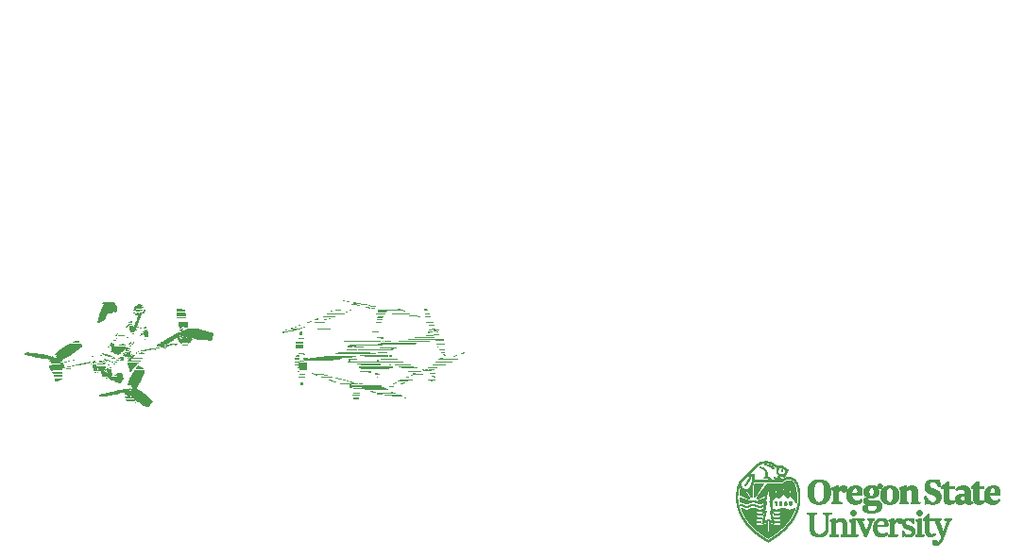
<source format=gto>
G04 Layer_Color=15132400*
%FSLAX24Y24*%
%MOIN*%
G70*
G01*
G75*
D65*
X36657Y13494D02*
X36759D01*
X36601Y13486D02*
X36811D01*
X36578Y13481D02*
X36831D01*
X36552Y13474D02*
X36859D01*
X36537Y13469D02*
X36872D01*
X36516Y13461D02*
X36892D01*
X36503Y13456D02*
X36905D01*
X36488Y13448D02*
X36921D01*
X36770Y13443D02*
X36931D01*
X36478D02*
X36644D01*
X36803Y13438D02*
X36939D01*
X36470D02*
X36611D01*
X36834Y13430D02*
X36954D01*
X36457D02*
X36578D01*
X36849Y13425D02*
X36962D01*
X36450D02*
X36560D01*
X36869Y13417D02*
X36974D01*
X36439D02*
X36539D01*
X36882Y13412D02*
X36982D01*
X36432D02*
X36527D01*
X36898Y13405D02*
X36992D01*
X36422D02*
X36511D01*
X36908Y13399D02*
X37000D01*
X36416D02*
X36501D01*
X36923Y13392D02*
X37013D01*
X36667D02*
X36767D01*
X36406D02*
X36488D01*
X36931Y13387D02*
X37020D01*
X36667D02*
X36793D01*
X36401D02*
X36478D01*
X36938Y13382D02*
X37026D01*
X36667D02*
X36811D01*
X36396D02*
X36470D01*
X36951Y13374D02*
X37038D01*
X36667D02*
X36834D01*
X36388D02*
X36460D01*
X36959Y13369D02*
X37046D01*
X36721D02*
X36846D01*
X36383D02*
X36455D01*
X36972Y13361D02*
X37059D01*
X36764D02*
X36864D01*
X36375D02*
X36445D01*
X36979Y13356D02*
X37066D01*
X36782D02*
X36875D01*
X36370D02*
X36439D01*
X36990Y13348D02*
X37079D01*
X36803D02*
X36887D01*
X36363D02*
X36432D01*
X36997Y13343D02*
X37089D01*
X36816D02*
X36898D01*
X36358D02*
X36427D01*
X37005Y13338D02*
X37102D01*
X36826D02*
X36905D01*
X36352D02*
X36422D01*
X37015Y13330D02*
X37297D01*
X36841D02*
X36918D01*
X36345D02*
X36414D01*
X37023Y13325D02*
X37304D01*
X36851D02*
X36926D01*
X36340D02*
X36409D01*
X37036Y13318D02*
X37315D01*
X36862D02*
X36939D01*
X36332D02*
X36399D01*
X37043Y13312D02*
X37322D01*
X36872D02*
X36946D01*
X36327D02*
X36393D01*
X37059Y13305D02*
X37333D01*
X36882D02*
X36959D01*
X36319D02*
X36386D01*
X37069Y13300D02*
X37340D01*
X36890D02*
X36967D01*
X36311D02*
X36381D01*
X37087Y13292D02*
X37351D01*
X36900D02*
X36979D01*
X36511D02*
X36555D01*
X36304D02*
X36373D01*
X37105Y13287D02*
X37358D01*
X36908D02*
X36990D01*
X36511D02*
X36578D01*
X36299D02*
X36368D01*
X37281Y13282D02*
X37366D01*
X36913D02*
X36995D01*
X36511D02*
X36596D01*
X36294D02*
X36363D01*
X37292Y13274D02*
X37376D01*
X36923D02*
X36995D01*
X36511D02*
X36614D01*
X36286D02*
X36355D01*
X37299Y13269D02*
X37384D01*
X36931D02*
X36995D01*
X36532D02*
X36626D01*
X36281D02*
X36350D01*
X37310Y13261D02*
X37394D01*
X36941D02*
X36995D01*
X36570D02*
X36639D01*
X36273D02*
X36342D01*
X37317Y13256D02*
X37402D01*
X36949D02*
X36995D01*
X36585D02*
X36647D01*
X36268D02*
X36337D01*
X37327Y13248D02*
X37412D01*
X36959D02*
X36995D01*
X36601D02*
X36660D01*
X36260D02*
X36329D01*
X37335Y13243D02*
X37420D01*
X36967D02*
X36995D01*
X36611D02*
X36665D01*
X36255D02*
X36324D01*
X37345Y13236D02*
X37430D01*
X37118D02*
X37182D01*
X36979D02*
X36995D01*
X36624D02*
X36675D01*
X36248D02*
X36317D01*
X37353Y13231D02*
X37438D01*
X37118D02*
X37182D01*
X36987D02*
X36995D01*
X36631D02*
X36680D01*
X36242D02*
X36312D01*
X37361Y13225D02*
X37445D01*
X37118D02*
X37182D01*
X36639D02*
X36685D01*
X36237D02*
X36306D01*
X37371Y13218D02*
X37455D01*
X37118D02*
X37182D01*
X36647D02*
X36693D01*
X36230D02*
X36296D01*
X37379Y13213D02*
X37463D01*
X37118D02*
X37182D01*
X36654D02*
X36698D01*
X36224D02*
X36291D01*
X37389Y13205D02*
X37473D01*
X37274D02*
X37307D01*
X37118D02*
X37164D01*
X36662D02*
X36703D01*
X36217D02*
X36283D01*
X37397Y13200D02*
X37481D01*
X37271D02*
X37312D01*
X37118D02*
X37156D01*
X36665D02*
X36708D01*
X36209D02*
X36278D01*
X37407Y13192D02*
X37491D01*
X37266D02*
X37315D01*
X37118D02*
X37151D01*
X36672D02*
X36713D01*
X36201D02*
X36271D01*
X37414Y13187D02*
X37494D01*
X37266D02*
X37317D01*
X37118D02*
X37146D01*
X36677D02*
X36718D01*
X36196D02*
X36266D01*
X37425Y13179D02*
X37489D01*
X37266D02*
X37315D01*
X37118D02*
X37143D01*
X36683D02*
X36724D01*
X36189D02*
X36258D01*
X37432Y13174D02*
X37489D01*
X37269D02*
X37315D01*
X37118D02*
X37141D01*
X36685D02*
X36726D01*
X36184D02*
X36253D01*
X37432Y13169D02*
X37486D01*
X37271D02*
X37312D01*
X36688D02*
X36729D01*
X36178D02*
X36248D01*
X37430Y13161D02*
X37481D01*
X37279D02*
X37302D01*
X36693D02*
X36734D01*
X36171D02*
X36240D01*
X37427Y13156D02*
X37479D01*
X36695D02*
X36736D01*
X36166D02*
X36235D01*
X37422Y13149D02*
X37476D01*
X36700D02*
X36739D01*
X36158D02*
X36227D01*
X37420Y13144D02*
X37473D01*
X36703D02*
X36741D01*
X36153D02*
X36222D01*
X37417Y13136D02*
X37471D01*
X36706D02*
X36744D01*
X36145D02*
X36214D01*
X37414Y13131D02*
X37468D01*
X36708D02*
X36747D01*
X36140D02*
X36209D01*
X37412Y13123D02*
X37463D01*
X37118D02*
X37141D01*
X36711D02*
X36749D01*
X36132D02*
X36202D01*
X37409Y13118D02*
X37461D01*
X37118D02*
X37141D01*
X36711D02*
X36749D01*
X36127D02*
X36194D01*
X37407Y13113D02*
X37458D01*
X37118D02*
X37143D01*
X36713D02*
X36752D01*
X36122D02*
X36189D01*
X37402Y13105D02*
X37455D01*
X37118D02*
X37143D01*
X36713D02*
X36754D01*
X36114D02*
X36181D01*
X37399Y13100D02*
X37453D01*
X37118D02*
X37146D01*
X36716D02*
X36754D01*
X36109D02*
X36176D01*
X37397Y13092D02*
X37450D01*
X37120D02*
X37148D01*
X36716D02*
X36757D01*
X36099D02*
X36168D01*
X37394Y13087D02*
X37448D01*
X37120D02*
X37151D01*
X36718D02*
X36757D01*
X36094D02*
X36163D01*
X37391Y13080D02*
X37443D01*
X37123D02*
X37156D01*
X36718D02*
X36757D01*
X36086D02*
X36155D01*
X37389Y13074D02*
X37440D01*
X37125D02*
X37159D01*
X36718D02*
X36759D01*
X36081D02*
X36150D01*
X37384Y13067D02*
X37438D01*
X37128D02*
X37166D01*
X36718D02*
X36759D01*
X36074D02*
X36143D01*
X37381Y13062D02*
X37435D01*
X37130D02*
X37171D01*
X36718D02*
X36759D01*
X36068D02*
X36138D01*
X37381Y13057D02*
X37432D01*
X37133D02*
X37177D01*
X36718D02*
X36759D01*
X36063D02*
X36132D01*
X37376Y13049D02*
X37430D01*
X37138D02*
X37189D01*
X36718D02*
X36759D01*
X36056D02*
X36125D01*
X37373Y13044D02*
X37427D01*
X37141D02*
X37200D01*
X36718D02*
X36759D01*
X36050D02*
X36120D01*
X37146Y13036D02*
X37422D01*
X36718D02*
X36759D01*
X36043D02*
X36291D01*
X37151Y13031D02*
X37420D01*
X36718D02*
X36759D01*
X36038D02*
X36291D01*
X37159Y13023D02*
X37417D01*
X36716D02*
X36759D01*
X36030D02*
X36291D01*
X37164Y13018D02*
X37414D01*
X36716D02*
X36757D01*
X36025D02*
X36291D01*
X37166Y13013D02*
X37412D01*
X36713D02*
X36757D01*
X36020D02*
X36291D01*
X37161Y13005D02*
X37409D01*
X36713D02*
X36757D01*
X36012D02*
X36291D01*
X37159Y13000D02*
X37407D01*
X36711D02*
X36754D01*
X36007D02*
X36291D01*
X37156Y12993D02*
X37402D01*
X36708D02*
X36754D01*
X35997D02*
X36291D01*
X37153Y12987D02*
X37399D01*
X36706D02*
X36752D01*
X36245D02*
X36291D01*
X35992D02*
X36061D01*
X37345Y12980D02*
X37397D01*
X37151D02*
X37202D01*
X36703D02*
X36749D01*
X36245D02*
X36291D01*
X35984D02*
X36053D01*
X37343Y12975D02*
X37394D01*
X37148D02*
X37200D01*
X36700D02*
X36749D01*
X36245D02*
X36291D01*
X35979D02*
X36048D01*
X37338Y12967D02*
X37392D01*
X37143D02*
X37197D01*
X36698D02*
X36747D01*
X36245D02*
X36291D01*
X35971D02*
X36040D01*
X37335Y12962D02*
X37389D01*
X37141D02*
X37194D01*
X36695D02*
X36744D01*
X36245D02*
X36291D01*
X35966D02*
X36035D01*
X37333Y12957D02*
X37386D01*
X37141D02*
X37192D01*
X36693D02*
X36741D01*
X36245D02*
X36291D01*
X35961D02*
X36030D01*
X37135Y12949D02*
X37192D01*
X36688D02*
X36739D01*
X36245D02*
X36291D01*
X35953D02*
X36022D01*
X37133Y12944D02*
X37197D01*
X37005D02*
X37033D01*
X36685D02*
X36805D01*
X36245D02*
X36291D01*
X35948D02*
X36017D01*
X37494Y12936D02*
X37565D01*
X37138D02*
X37205D01*
X37010D02*
X37043D01*
X36677D02*
X36813D01*
X36245D02*
X36291D01*
X36153D02*
X36186D01*
X35940D02*
X36010D01*
X37460Y12931D02*
X37594D01*
X37143D02*
X37210D01*
X37015D02*
X37049D01*
X36675D02*
X36818D01*
X36245D02*
X36291D01*
X36150D02*
X36186D01*
X35935D02*
X36004D01*
X37430Y12923D02*
X37622D01*
X37151D02*
X37215D01*
X37023D02*
X37056D01*
X36670D02*
X36826D01*
X36245D02*
X36291D01*
X36145D02*
X36186D01*
X35928D02*
X35997D01*
X37414Y12918D02*
X37635D01*
X37156D02*
X37220D01*
X37025D02*
X37064D01*
X36665D02*
X36831D01*
X36245D02*
X36291D01*
X36143D02*
X36186D01*
X35923D02*
X35992D01*
X37394Y12911D02*
X37652D01*
X37161D02*
X37228D01*
X37033D02*
X37072D01*
X36660D02*
X36839D01*
X36245D02*
X36291D01*
X36137D02*
X36186D01*
X35915D02*
X35981D01*
X37384Y12906D02*
X37663D01*
X37166D02*
X37233D01*
X37038D02*
X37079D01*
X36654D02*
X36844D01*
X36245D02*
X36291D01*
X36135D02*
X36186D01*
X35910D02*
X35976D01*
X37373Y12900D02*
X37673D01*
X37171D02*
X37238D01*
X37041D02*
X37084D01*
X36652D02*
X36849D01*
X36245D02*
X36291D01*
X36130D02*
X36184D01*
X35905D02*
X35971D01*
X37361Y12893D02*
X37686D01*
X37179D02*
X37243D01*
X37048D02*
X37092D01*
X36787D02*
X36857D01*
X36245D02*
X36291D01*
X36125D02*
X36178D01*
X35897D02*
X35964D01*
X37553Y12888D02*
X37693D01*
X37350D02*
X37507D01*
X37184D02*
X37248D01*
X37054D02*
X37100D01*
X36793D02*
X36862D01*
X36245D02*
X36291D01*
X36122D02*
X36173D01*
X35889D02*
X35958D01*
X37596Y12880D02*
X37704D01*
X37340D02*
X37455D01*
X37192D02*
X37256D01*
X37059D02*
X37107D01*
X36800D02*
X36869D01*
X36245D02*
X36291D01*
X36117D02*
X36168D01*
X35882D02*
X35951D01*
X37611Y12875D02*
X37711D01*
X37333D02*
X37438D01*
X37194D02*
X37261D01*
X37064D02*
X37115D01*
X36805D02*
X36875D01*
X36245D02*
X36291D01*
X36114D02*
X36166D01*
X35876D02*
X35946D01*
X37632Y12867D02*
X37722D01*
X37322D02*
X37417D01*
X37202D02*
X37269D01*
X37072D02*
X37123D01*
X36813D02*
X36882D01*
X36245D02*
X36291D01*
X36109D02*
X36161D01*
X35869D02*
X35938D01*
X37642Y12862D02*
X37727D01*
X37317D02*
X37404D01*
X37207D02*
X37274D01*
X37074D02*
X37128D01*
X36818D02*
X36887D01*
X36245D02*
X36291D01*
X36107D02*
X36155D01*
X35864D02*
X35933D01*
X42579Y12854D02*
X42620D01*
X38571D02*
X38620D01*
X37655D02*
X37734D01*
X37307D02*
X37389D01*
X37215D02*
X37279D01*
X37082D02*
X37138D01*
X36826D02*
X36895D01*
X36245D02*
X36291D01*
X36102D02*
X36150D01*
X35856D02*
X35925D01*
X42837Y12849D02*
X42847D01*
X42535D02*
X42671D01*
X38517D02*
X38671D01*
X37665D02*
X37739D01*
X37302D02*
X37381D01*
X37220D02*
X37284D01*
X37087D02*
X37143D01*
X36831D02*
X36900D01*
X36245D02*
X36291D01*
X36099D02*
X36145D01*
X35851D02*
X35920D01*
X42827Y12844D02*
X42847D01*
X42510D02*
X42699D01*
X38489D02*
X38699D01*
X37670D02*
X37745D01*
X37297D02*
X37374D01*
X37225D02*
X37289D01*
X37089D02*
X37151D01*
X36836D02*
X36905D01*
X36245D02*
X36291D01*
X36094D02*
X36143D01*
X35846D02*
X35915D01*
X42809Y12836D02*
X42850D01*
X42487D02*
X42732D01*
X38459D02*
X38730D01*
X37683D02*
X37752D01*
X36245D02*
X37361D01*
X36089D02*
X36138D01*
X35838D02*
X35907D01*
X42796Y12831D02*
X42850D01*
X42471D02*
X42750D01*
X38443D02*
X38745D01*
X37688D02*
X37757D01*
X36245D02*
X37356D01*
X36086D02*
X36132D01*
X35833D02*
X35902D01*
X42453Y12824D02*
X42850D01*
X38423D02*
X38768D01*
X37698D02*
X37763D01*
X36245D02*
X37345D01*
X36081D02*
X36127D01*
X35828D02*
X35894D01*
X42446Y12819D02*
X42850D01*
X38410D02*
X38778D01*
X37704D02*
X37768D01*
X37494D02*
X37560D01*
X36245D02*
X37340D01*
X36079D02*
X36125D01*
X35823D02*
X35889D01*
X42430Y12811D02*
X42850D01*
X38395D02*
X38796D01*
X37711D02*
X37773D01*
X37460D02*
X37589D01*
X36242D02*
X37333D01*
X36074D02*
X36117D01*
X35818D02*
X35882D01*
X42423Y12806D02*
X42850D01*
X38384D02*
X38804D01*
X37716D02*
X37778D01*
X37448D02*
X37601D01*
X36240D02*
X37327D01*
X36071D02*
X36115D01*
X35812D02*
X35877D01*
X42412Y12798D02*
X42850D01*
X38372D02*
X38819D01*
X37722D02*
X37783D01*
X37430D02*
X37617D01*
X36237D02*
X37320D01*
X36066D02*
X36109D01*
X35807D02*
X35869D01*
X42407Y12793D02*
X42850D01*
X38364D02*
X38827D01*
X37727D02*
X37786D01*
X37420D02*
X37624D01*
X36237D02*
X37315D01*
X36063D02*
X36104D01*
X35805D02*
X35866D01*
X44178Y12788D02*
X44224D01*
X43131D02*
X43177D01*
X42622D02*
X42853D01*
X42402D02*
X42568D01*
X38356D02*
X38835D01*
X37732D02*
X37791D01*
X37412D02*
X37632D01*
X36235D02*
X36283D01*
X36058D02*
X36102D01*
X35800D02*
X35864D01*
X44170Y12780D02*
X44224D01*
X43124D02*
X43177D01*
X42655D02*
X42853D01*
X42392D02*
X42540D01*
X38643D02*
X38845D01*
X38343D02*
X38548D01*
X37737D02*
X37796D01*
X37402D02*
X37642D01*
X36232D02*
X36281D01*
X36056D02*
X36097D01*
X35795D02*
X35859D01*
X44165Y12775D02*
X44224D01*
X43116D02*
X43177D01*
X42668D02*
X42853D01*
X42387D02*
X42530D01*
X38658D02*
X38850D01*
X38338D02*
X38530D01*
X37742D02*
X37798D01*
X37394D02*
X37647D01*
X36230D02*
X36281D01*
X36050D02*
X36092D01*
X35792D02*
X35856D01*
X44155Y12767D02*
X44224D01*
X43108D02*
X43177D01*
X42684D02*
X42853D01*
X42382D02*
X42520D01*
X38676D02*
X38860D01*
X38328D02*
X38512D01*
X37747D02*
X37804D01*
X37386D02*
X37655D01*
X36230D02*
X36278D01*
X36045D02*
X36086D01*
X35787D02*
X35851D01*
X44150Y12762D02*
X44224D01*
X43103D02*
X43177D01*
X42694D02*
X42853D01*
X42376D02*
X42512D01*
X38684D02*
X38865D01*
X38323D02*
X38505D01*
X37750D02*
X37806D01*
X37381D02*
X37660D01*
X36227D02*
X36276D01*
X36043D02*
X36084D01*
X35784D02*
X35848D01*
X44140Y12755D02*
X44224D01*
X43093D02*
X43177D01*
X42704D02*
X42853D01*
X42371D02*
X42504D01*
X38697D02*
X38876D01*
X38315D02*
X38494D01*
X37755D02*
X37811D01*
X37373D02*
X37668D01*
X36224D02*
X36273D01*
X36038D02*
X36076D01*
X35782D02*
X35846D01*
X44135Y12749D02*
X44224D01*
X43088D02*
X43177D01*
X42709D02*
X42853D01*
X42366D02*
X42502D01*
X38702D02*
X38881D01*
X38310D02*
X38487D01*
X37757D02*
X37814D01*
X37368D02*
X37673D01*
X36222D02*
X36273D01*
X36035D02*
X36074D01*
X35777D02*
X35843D01*
X44124Y12742D02*
X44224D01*
X43078D02*
X43177D01*
X42719D02*
X42855D01*
X42361D02*
X42494D01*
X38709D02*
X38889D01*
X38302D02*
X38479D01*
X37763D02*
X37816D01*
X37363D02*
X37678D01*
X36222D02*
X36271D01*
X36030D02*
X36068D01*
X35774D02*
X35841D01*
X44119Y12737D02*
X44224D01*
X43073D02*
X43177D01*
X42724D02*
X42855D01*
X42359D02*
X42492D01*
X38714D02*
X38891D01*
X38297D02*
X38474D01*
X37765D02*
X37819D01*
X37358D02*
X37683D01*
X36219D02*
X36268D01*
X36027D02*
X36063D01*
X35772D02*
X35838D01*
X44114Y12732D02*
X44224D01*
X43067D02*
X43177D01*
X42727D02*
X42855D01*
X42356D02*
X42489D01*
X38720D02*
X38896D01*
X38292D02*
X38471D01*
X37768D02*
X37821D01*
X37356D02*
X37686D01*
X36217D02*
X36268D01*
X36025D02*
X36061D01*
X35769D02*
X35838D01*
X44104Y12724D02*
X44224D01*
X43057D02*
X43177D01*
X42735D02*
X42855D01*
X42353D02*
X42487D01*
X38725D02*
X38904D01*
X38285D02*
X38464D01*
X37773D02*
X37827D01*
X37350D02*
X37691D01*
X36214D02*
X36266D01*
X36020D02*
X36056D01*
X35764D02*
X35836D01*
X44099Y12719D02*
X44224D01*
X43052D02*
X43177D01*
X42740D02*
X42855D01*
X42351D02*
X42484D01*
X38727D02*
X38906D01*
X38282D02*
X38461D01*
X37775D02*
X37829D01*
X36775D02*
X37696D01*
X36322D02*
X36629D01*
X36214D02*
X36263D01*
X36015D02*
X36051D01*
X35761D02*
X35836D01*
X44088Y12711D02*
X44224D01*
X43042D02*
X43177D01*
X42745D02*
X42855D01*
X42346D02*
X42481D01*
X38732D02*
X38914D01*
X38277D02*
X38456D01*
X37780D02*
X37832D01*
X36770D02*
X37699D01*
X36322D02*
X36624D01*
X36212D02*
X36260D01*
X36010D02*
X36045D01*
X35759D02*
X35833D01*
X44083Y12706D02*
X44224D01*
X43037D02*
X43177D01*
X42750D02*
X42855D01*
X42346D02*
X42481D01*
X38735D02*
X38917D01*
X38272D02*
X38453D01*
X37783D02*
X37834D01*
X36767D02*
X37704D01*
X36322D02*
X36621D01*
X36209D02*
X36260D01*
X36007D02*
X36040D01*
X35756D02*
X35833D01*
X44076Y12698D02*
X44224D01*
X43026D02*
X43177D01*
X42755D02*
X42855D01*
X42341D02*
X42481D01*
X40731D02*
X40754D01*
X38740D02*
X38922D01*
X38267D02*
X38448D01*
X37785D02*
X37837D01*
X36759D02*
X37706D01*
X36322D02*
X36616D01*
X36207D02*
X36258D01*
X36002D02*
X36035D01*
X35754D02*
X35833D01*
X44068Y12693D02*
X44224D01*
X43021D02*
X43177D01*
X42758D02*
X42858D01*
X42341D02*
X42479D01*
X40710D02*
X40775D01*
X38743D02*
X38924D01*
X38264D02*
X38446D01*
X37788D02*
X37839D01*
X36757D02*
X37709D01*
X36322D02*
X36614D01*
X36207D02*
X36255D01*
X35999D02*
X36033D01*
X35751D02*
X35833D01*
X44063Y12688D02*
X44224D01*
X43016D02*
X43177D01*
X42763D02*
X42858D01*
X42338D02*
X42479D01*
X40700D02*
X40785D01*
X38745D02*
X38929D01*
X38259D02*
X38446D01*
X37791D02*
X37842D01*
X36752D02*
X37714D01*
X36322D02*
X36611D01*
X36204D02*
X36253D01*
X35997D02*
X36027D01*
X35748D02*
X35833D01*
X44053Y12680D02*
X44224D01*
X43006D02*
X43177D01*
X42768D02*
X42858D01*
X42335D02*
X42479D01*
X40690D02*
X40795D01*
X38748D02*
X38935D01*
X38256D02*
X38441D01*
X37793D02*
X37844D01*
X36747D02*
X37717D01*
X36322D02*
X36606D01*
X36201D02*
X36250D01*
X35992D02*
X36022D01*
X35746D02*
X35833D01*
X44048Y12675D02*
X44224D01*
X43001D02*
X43177D01*
X42773D02*
X42858D01*
X42335D02*
X42479D01*
X40685D02*
X40800D01*
X38750D02*
X38937D01*
X38251D02*
X38438D01*
X37796D02*
X37847D01*
X36741D02*
X37719D01*
X36319D02*
X36603D01*
X36201D02*
X36250D01*
X35989D02*
X36020D01*
X35743D02*
X35833D01*
X44040Y12668D02*
X44224D01*
X42991D02*
X43177D01*
X42778D02*
X42858D01*
X42333D02*
X42479D01*
X40677D02*
X40805D01*
X38753D02*
X38940D01*
X38249D02*
X38436D01*
X37798D02*
X37850D01*
X36736D02*
X37722D01*
X36319D02*
X36598D01*
X36199D02*
X36248D01*
X35984D02*
X36012D01*
X35741D02*
X35833D01*
X44032Y12662D02*
X44224D01*
X42985D02*
X43177D01*
X42783D02*
X42858D01*
X42333D02*
X42479D01*
X40675D02*
X40810D01*
X38755D02*
X38942D01*
X38246D02*
X38436D01*
X37801D02*
X37852D01*
X36734D02*
X37724D01*
X36319D02*
X36596D01*
X36196D02*
X36245D01*
X35979D02*
X36010D01*
X35741D02*
X35836D01*
X44024Y12655D02*
X44224D01*
X42975D02*
X43177D01*
X42788D02*
X42858D01*
X42330D02*
X42481D01*
X40670D02*
X40813D01*
X38758D02*
X38947D01*
X38241D02*
X38433D01*
X37803D02*
X37855D01*
X36726D02*
X37729D01*
X36319D02*
X36590D01*
X36194D02*
X36242D01*
X35976D02*
X36004D01*
X35736D02*
X35836D01*
X44017Y12650D02*
X44224D01*
X42970D02*
X43177D01*
X42791D02*
X42860D01*
X42330D02*
X42481D01*
X40670D02*
X40815D01*
X38758D02*
X38950D01*
X38238D02*
X38430D01*
X37806D02*
X37855D01*
X36723D02*
X37729D01*
X36319D02*
X36588D01*
X36194D02*
X36242D01*
X35971D02*
X35999D01*
X35736D02*
X35838D01*
X44009Y12642D02*
X44224D01*
X42963D02*
X43177D01*
X42799D02*
X42860D01*
X42330D02*
X42484D01*
X40667D02*
X40818D01*
X38760D02*
X38952D01*
X38236D02*
X38428D01*
X37809D02*
X37857D01*
X36716D02*
X37734D01*
X36319D02*
X36583D01*
X36191D02*
X36240D01*
X35971D02*
X35994D01*
X35789D02*
X35838D01*
X35733D02*
X35782D01*
X44718Y12637D02*
X44764D01*
X44004D02*
X44224D01*
X43666D02*
X43720D01*
X42955D02*
X43177D01*
X42801D02*
X42860D01*
X42328D02*
X42484D01*
X41865D02*
X41906D01*
X41637D02*
X41665D01*
X41056D02*
X41115D01*
X40664D02*
X40818D01*
X40416D02*
X40475D01*
X39858D02*
X39907D01*
X39441D02*
X39472D01*
X39247D02*
X39275D01*
X38763D02*
X38955D01*
X38233D02*
X38428D01*
X37811D02*
X37860D01*
X36713D02*
X37734D01*
X36319D02*
X36580D01*
X36189D02*
X36237D01*
X35979D02*
X35992D01*
X35792D02*
X35841D01*
X35731D02*
X35782D01*
X44677Y12632D02*
X44802D01*
X43996D02*
X44224D01*
X43623D02*
X43758D01*
X42950D02*
X43177D01*
X42806D02*
X42860D01*
X42328D02*
X42487D01*
X41829D02*
X41934D01*
X41619D02*
X41665D01*
X41012D02*
X41158D01*
X40664D02*
X40821D01*
X40373D02*
X40529D01*
X39817D02*
X39943D01*
X39413D02*
X39500D01*
X39231D02*
X39275D01*
X38763D02*
X38958D01*
X38231D02*
X38425D01*
X37811D02*
X37862D01*
X36708D02*
X37737D01*
X36317D02*
X36575D01*
X36189D02*
X36237D01*
X35986D02*
X35987D01*
X35792D02*
X35843D01*
X35728D02*
X35779D01*
X44646Y12624D02*
X44831D01*
X43989D02*
X44224D01*
X43589D02*
X43789D01*
X42939D02*
X43177D01*
X42811D02*
X42860D01*
X42328D02*
X42489D01*
X41803D02*
X41959D01*
X41596D02*
X41665D01*
X40977D02*
X41192D01*
X40664D02*
X40821D01*
X40339D02*
X40570D01*
X39787D02*
X39974D01*
X39393D02*
X39521D01*
X39206D02*
X39275D01*
X38766D02*
X38960D01*
X38228D02*
X38423D01*
X37814D02*
X37865D01*
X36703D02*
X37739D01*
X36317D02*
X36573D01*
X36184D02*
X36235D01*
X35795D02*
X35846D01*
X35728D02*
X35777D01*
X44628Y12619D02*
X44846D01*
X43981D02*
X44414D01*
X43572D02*
X43802D01*
X42934D02*
X43367D01*
X42817D02*
X42860D01*
X42328D02*
X42492D01*
X41788D02*
X41970D01*
X41581D02*
X41665D01*
X40961D02*
X41210D01*
X40664D02*
X40821D01*
X40322D02*
X40593D01*
X39769D02*
X39986D01*
X39380D02*
X39528D01*
X39190D02*
X39275D01*
X38766D02*
X38963D01*
X38226D02*
X38423D01*
X37816D02*
X37865D01*
X36700D02*
X37742D01*
X36317D02*
X36567D01*
X36184D02*
X36232D01*
X35797D02*
X35846D01*
X35725D02*
X35774D01*
X44608Y12611D02*
X44864D01*
X43973D02*
X44411D01*
X43551D02*
X43820D01*
X42927D02*
X43364D01*
X42822D02*
X42837D01*
X42328D02*
X42497D01*
X41773D02*
X41982D01*
X41558D02*
X41665D01*
X40941D02*
X41230D01*
X40664D02*
X40821D01*
X40301D02*
X40618D01*
X39751D02*
X40004D01*
X39367D02*
X39539D01*
X39167D02*
X39275D01*
X38768D02*
X38965D01*
X38223D02*
X38420D01*
X37819D02*
X37867D01*
X36693D02*
X37745D01*
X36317D02*
X36565D01*
X36178D02*
X36230D01*
X35800D02*
X35851D01*
X35723D02*
X35772D01*
X44598Y12606D02*
X44874D01*
X43968D02*
X44411D01*
X43538D02*
X43830D01*
X42919D02*
X43364D01*
X42328D02*
X42499D01*
X41762D02*
X41990D01*
X41542D02*
X41665D01*
X40928D02*
X41243D01*
X40667D02*
X40821D01*
X40291D02*
X40634D01*
X39738D02*
X40014D01*
X39362D02*
X39546D01*
X39152D02*
X39275D01*
X38768D02*
X38968D01*
X38221D02*
X38420D01*
X37819D02*
X37870D01*
X36690D02*
X37747D01*
X36317D02*
X36560D01*
X36176D02*
X36227D01*
X35800D02*
X35854D01*
X35723D02*
X35772D01*
X44582Y12598D02*
X44887D01*
X43958D02*
X44411D01*
X43523D02*
X43843D01*
X42911D02*
X43364D01*
X42328D02*
X42507D01*
X41749D02*
X42000D01*
X41517D02*
X41665D01*
X40913D02*
X41258D01*
X40670D02*
X40818D01*
X40275D02*
X40654D01*
X39723D02*
X40027D01*
X39352D02*
X39551D01*
X39129D02*
X39275D01*
X38771D02*
X38970D01*
X38218D02*
X38418D01*
X37821D02*
X37870D01*
X37330D02*
X37750D01*
X36683D02*
X37317D01*
X36317D02*
X36557D01*
X36173D02*
X36225D01*
X35805D02*
X35856D01*
X35720D02*
X35769D01*
X44572Y12593D02*
X44892D01*
X43955D02*
X44411D01*
X43513D02*
X43851D01*
X42909D02*
X43362D01*
X42328D02*
X42512D01*
X41742D02*
X42008D01*
X41501D02*
X41665D01*
X40902D02*
X41268D01*
X40672D02*
X40818D01*
X40268D02*
X40664D01*
X39715D02*
X40035D01*
X39344D02*
X39556D01*
X39114D02*
X39275D01*
X38771D02*
X38970D01*
X38218D02*
X38418D01*
X37824D02*
X37873D01*
X37330D02*
X37750D01*
X36680D02*
X37315D01*
X36317D02*
X36552D01*
X36168D02*
X36222D01*
X35807D02*
X35861D01*
X35718D02*
X35766D01*
X44562Y12586D02*
X44902D01*
X43955D02*
X44408D01*
X43500D02*
X43858D01*
X42909D02*
X43362D01*
X42328D02*
X42520D01*
X41732D02*
X42016D01*
X41478D02*
X41665D01*
X40892D02*
X41279D01*
X40255D02*
X40815D01*
X39702D02*
X40043D01*
X39336D02*
X39562D01*
X39091D02*
X39275D01*
X38773D02*
X38973D01*
X38215D02*
X38418D01*
X37826D02*
X37875D01*
X37333D02*
X37752D01*
X36675D02*
X37312D01*
X36314D02*
X36550D01*
X36163D02*
X36219D01*
X35810D02*
X35866D01*
X35715D02*
X35764D01*
X44554Y12581D02*
X44910D01*
X43955D02*
X44408D01*
X43492D02*
X43866D01*
X42909D02*
X43362D01*
X42328D02*
X42525D01*
X41726D02*
X42018D01*
X41463D02*
X41665D01*
X40885D02*
X41286D01*
X40250D02*
X40813D01*
X39695D02*
X40050D01*
X39331D02*
X39564D01*
X39075D02*
X39275D01*
X38773D02*
X38976D01*
X38213D02*
X38415D01*
X37826D02*
X37875D01*
X37335D02*
X37755D01*
X36670D02*
X37312D01*
X36314D02*
X36544D01*
X36160D02*
X36222D01*
X35812D02*
X35869D01*
X35715D02*
X35764D01*
X44547Y12575D02*
X44915D01*
X43955D02*
X44408D01*
X43485D02*
X43871D01*
X42909D02*
X43359D01*
X42330D02*
X42533D01*
X41721D02*
X42023D01*
X41448D02*
X41665D01*
X40877D02*
X41294D01*
X40242D02*
X40810D01*
X39687D02*
X40055D01*
X39329D02*
X39567D01*
X39060D02*
X39275D01*
X38773D02*
X38976D01*
X38213D02*
X38415D01*
X37829D02*
X37878D01*
X37338D02*
X37755D01*
X36667D02*
X37310D01*
X36314D02*
X36542D01*
X36158D02*
X36222D01*
X35815D02*
X35874D01*
X35713D02*
X35761D01*
X44754Y12568D02*
X44923D01*
X44536D02*
X44703D01*
X43955D02*
X44406D01*
X43474D02*
X43879D01*
X42909D02*
X43359D01*
X42330D02*
X42545D01*
X41714D02*
X42029D01*
X41422D02*
X41665D01*
X41115D02*
X41304D01*
X40867D02*
X41056D01*
X40473D02*
X40808D01*
X40235D02*
X40406D01*
X39897D02*
X40063D01*
X39677D02*
X39843D01*
X39321D02*
X39569D01*
X39037D02*
X39275D01*
X38776D02*
X38978D01*
X38210D02*
X38415D01*
X37832D02*
X37880D01*
X37340D02*
X37757D01*
X36660D02*
X37307D01*
X36314D02*
X36537D01*
X36150D02*
X36222D01*
X35820D02*
X35879D01*
X35713D02*
X35761D01*
X44767Y12563D02*
X44925D01*
X44531D02*
X44690D01*
X43955D02*
X44406D01*
X43467D02*
X43881D01*
X42909D02*
X43359D01*
X42330D02*
X42553D01*
X41709D02*
X42034D01*
X41422D02*
X41663D01*
X41130D02*
X41309D01*
X40861D02*
X41041D01*
X40483D02*
X40803D01*
X40229D02*
X40393D01*
X39910D02*
X40068D01*
X39672D02*
X39830D01*
X39318D02*
X39572D01*
X39032D02*
X39275D01*
X38776D02*
X38981D01*
X38208D02*
X38413D01*
X37832D02*
X37880D01*
X37340D02*
X37760D01*
X36657D02*
X37304D01*
X36314D02*
X36534D01*
X36145D02*
X36222D01*
X35823D02*
X35884D01*
X35710D02*
X35759D01*
X44779Y12555D02*
X44933D01*
X44524D02*
X44677D01*
X43955D02*
X44403D01*
X43459D02*
X43889D01*
X42909D02*
X43357D01*
X42333D02*
X42568D01*
X41701D02*
X42039D01*
X41422D02*
X41663D01*
X41143D02*
X41317D01*
X40854D02*
X41028D01*
X40641D02*
X40798D01*
X40496D02*
X40621D01*
X40222D02*
X40383D01*
X39920D02*
X40073D01*
X39664D02*
X39817D01*
X39311D02*
X39574D01*
X39032D02*
X39272D01*
X38776D02*
X38981D01*
X38208D02*
X38413D01*
X37834D02*
X37883D01*
X37343D02*
X37763D01*
X36649D02*
X37302D01*
X36314D02*
X36529D01*
X36137D02*
X36222D01*
X35828D02*
X35892D01*
X35708D02*
X35756D01*
X44785Y12550D02*
X44936D01*
X44516D02*
X44669D01*
X43955D02*
X44403D01*
X43454D02*
X43891D01*
X42909D02*
X43357D01*
X42333D02*
X42579D01*
X41696D02*
X42041D01*
X41422D02*
X41663D01*
X41151D02*
X41322D01*
X40849D02*
X41020D01*
X40657D02*
X40790D01*
X40501D02*
X40621D01*
X40217D02*
X40378D01*
X39925D02*
X40078D01*
X39659D02*
X39810D01*
X39308D02*
X39574D01*
X39032D02*
X39272D01*
X38776D02*
X38983D01*
X38205D02*
X38413D01*
X37834D02*
X37883D01*
X37345D02*
X37763D01*
X36647D02*
X37302D01*
X36314D02*
X36527D01*
X36132D02*
X36222D01*
X35828D02*
X35897D01*
X35708D02*
X35756D01*
X44792Y12542D02*
X44941D01*
X44511D02*
X44662D01*
X44040D02*
X44227D01*
X43446D02*
X43897D01*
X42993D02*
X43180D01*
X42333D02*
X42597D01*
X41691D02*
X42044D01*
X41427D02*
X41663D01*
X41158D02*
X41330D01*
X40841D02*
X41013D01*
X40677D02*
X40780D01*
X40506D02*
X40634D01*
X40211D02*
X40373D01*
X39933D02*
X40084D01*
X39651D02*
X39802D01*
X39303D02*
X39577D01*
X39037D02*
X39272D01*
X38778D02*
X38983D01*
X38205D02*
X38410D01*
X37837D02*
X37885D01*
X37404D02*
X37765D01*
X36803D02*
X37243D01*
X36642D02*
X36788D01*
X36311D02*
X36521D01*
X36122D02*
X36222D01*
X35825D02*
X35907D01*
X35705D02*
X35754D01*
X44795Y12537D02*
X44946D01*
X44506D02*
X44657D01*
X44040D02*
X44227D01*
X43441D02*
X43899D01*
X42993D02*
X43180D01*
X42335D02*
X42609D01*
X41685D02*
X42046D01*
X41432D02*
X41663D01*
X41163D02*
X41335D01*
X40836D02*
X41007D01*
X40698D02*
X40764D01*
X40508D02*
X40641D01*
X40206D02*
X40370D01*
X39935D02*
X40086D01*
X39646D02*
X39797D01*
X39300D02*
X39577D01*
X39039D02*
X39272D01*
X38778D02*
X38986D01*
X38203D02*
X38410D01*
X37837D02*
X37885D01*
X37402D02*
X37765D01*
X36803D02*
X37246D01*
X36636D02*
X36788D01*
X36311D02*
X36519D01*
X36114D02*
X36225D01*
X35825D02*
X35915D01*
X35705D02*
X35754D01*
X44800Y12529D02*
X44948D01*
X44498D02*
X44652D01*
X44040D02*
X44227D01*
X43433D02*
X43904D01*
X42993D02*
X43180D01*
X42338D02*
X42630D01*
X41680D02*
X42052D01*
X41435D02*
X41663D01*
X41169D02*
X41340D01*
X40831D02*
X41002D01*
X40511D02*
X40652D01*
X40201D02*
X40365D01*
X39940D02*
X40091D01*
X39638D02*
X39792D01*
X39295D02*
X39577D01*
X39045D02*
X39272D01*
X38778D02*
X38986D01*
X38203D02*
X38410D01*
X37839D02*
X37888D01*
X37391D02*
X37768D01*
X36805D02*
X37256D01*
X36631D02*
X36788D01*
X36311D02*
X36514D01*
X36102D02*
X36225D01*
X35823D02*
X35928D01*
X35702D02*
X35751D01*
X44802Y12524D02*
X44951D01*
X44493D02*
X44646D01*
X44040D02*
X44227D01*
X43428D02*
X43907D01*
X42993D02*
X43180D01*
X42338D02*
X42643D01*
X41675D02*
X42052D01*
X41440D02*
X41663D01*
X41171D02*
X41345D01*
X40826D02*
X41000D01*
X40513D02*
X40657D01*
X40199D02*
X40363D01*
X39943D02*
X40094D01*
X39636D02*
X39787D01*
X39293D02*
X39577D01*
X39047D02*
X39272D01*
X38778D02*
X38988D01*
X38200D02*
X38410D01*
X37839D02*
X37888D01*
X37384D02*
X37770D01*
X36805D02*
X37261D01*
X36626D02*
X36785D01*
X36311D02*
X36511D01*
X36091D02*
X36225D01*
X35823D02*
X35938D01*
X35702D02*
X35751D01*
X44805Y12519D02*
X44953D01*
X44490D02*
X44644D01*
X44040D02*
X44227D01*
X43426D02*
X43907D01*
X42993D02*
X43180D01*
X42341D02*
X42655D01*
X41673D02*
X42054D01*
X41442D02*
X41663D01*
X41176D02*
X41348D01*
X40823D02*
X40995D01*
X40516D02*
X40662D01*
X40196D02*
X40363D01*
X39945D02*
X40096D01*
X39631D02*
X39784D01*
X39290D02*
X39577D01*
X39052D02*
X39272D01*
X38778D02*
X38988D01*
X38200D02*
X38410D01*
X37842D02*
X37891D01*
X37376D02*
X37770D01*
X36805D02*
X37269D01*
X36624D02*
X36785D01*
X36311D02*
X36509D01*
X36079D02*
X36225D01*
X35820D02*
X35951D01*
X35700D02*
X35749D01*
X44808Y12511D02*
X44959D01*
X44485D02*
X44639D01*
X44040D02*
X44227D01*
X43418D02*
X43912D01*
X42993D02*
X43180D01*
X42343D02*
X42673D01*
X41448D02*
X42057D01*
X41179D02*
X41353D01*
X40818D02*
X40992D01*
X40519D02*
X40670D01*
X40191D02*
X40360D01*
X39948D02*
X40099D01*
X39625D02*
X39779D01*
X39382D02*
X39577D01*
X39288D02*
X39367D01*
X39055D02*
X39272D01*
X38781D02*
X38991D01*
X38200D02*
X38407D01*
X37842D02*
X37891D01*
X37366D02*
X37773D01*
X36808D02*
X37279D01*
X36616D02*
X36782D01*
X36311D02*
X36504D01*
X36050D02*
X36225D01*
X35820D02*
X35979D01*
X35700D02*
X35749D01*
X44808Y12506D02*
X44961D01*
X44480D02*
X44636D01*
X44040D02*
X44227D01*
X43651D02*
X43912D01*
X43421D02*
X43543D01*
X42993D02*
X43180D01*
X42343D02*
X42686D01*
X41450D02*
X42059D01*
X41181D02*
X41355D01*
X40815D02*
X40989D01*
X40519D02*
X40675D01*
X40188D02*
X40357D01*
X39948D02*
X40102D01*
X39620D02*
X39777D01*
X39382D02*
X39577D01*
X39285D02*
X39359D01*
X39060D02*
X39272D01*
X38781D02*
X38991D01*
X38198D02*
X38407D01*
X37844D02*
X37893D01*
X37581D02*
X37773D01*
X37361D02*
X37568D01*
X37077D02*
X37287D01*
X36808D02*
X37066D01*
X36613D02*
X36782D01*
X36309D02*
X36501D01*
X35818D02*
X36225D01*
X35700D02*
X35746D01*
X44810Y12499D02*
X44964D01*
X44475D02*
X44634D01*
X44040D02*
X44227D01*
X43674D02*
X43914D01*
X43423D02*
X43508D01*
X42993D02*
X43180D01*
X42348D02*
X42707D01*
X41811D02*
X42062D01*
X41455D02*
X41747D01*
X41184D02*
X41361D01*
X40810D02*
X40987D01*
X40521D02*
X40680D01*
X40186D02*
X40357D01*
X39950D02*
X40104D01*
X39618D02*
X39774D01*
X39382D02*
X39574D01*
X39283D02*
X39347D01*
X39065D02*
X39272D01*
X38781D02*
X38991D01*
X38198D02*
X38407D01*
X37844D02*
X37893D01*
X37583D02*
X37775D01*
X37361D02*
X37565D01*
X37079D02*
X37284D01*
X36810D02*
X37064D01*
X36608D02*
X36780D01*
X36309D02*
X36496D01*
X35818D02*
X36225D01*
X35697D02*
X35746D01*
X44810Y12494D02*
X44964D01*
X44472D02*
X44631D01*
X44040D02*
X44227D01*
X43687D02*
X43917D01*
X43426D02*
X43492D01*
X42993D02*
X43180D01*
X42348D02*
X42719D01*
X41826D02*
X42062D01*
X41458D02*
X41729D01*
X41186D02*
X41363D01*
X40808D02*
X40984D01*
X40521D02*
X40682D01*
X40183D02*
X40355D01*
X39953D02*
X40107D01*
X39613D02*
X39771D01*
X39385D02*
X39574D01*
X39280D02*
X39341D01*
X39068D02*
X39272D01*
X38781D02*
X38991D01*
X38198D02*
X38407D01*
X37847D02*
X37896D01*
X37586D02*
X37775D01*
X37363D02*
X37565D01*
X37082D02*
X37284D01*
X36810D02*
X37061D01*
X36603D02*
X36780D01*
X36309D02*
X36493D01*
X35815D02*
X36227D01*
X35697D02*
X35743D01*
X44813Y12486D02*
X44966D01*
X44467D02*
X44628D01*
X44040D02*
X44227D01*
X43697D02*
X43920D01*
X43428D02*
X43472D01*
X42993D02*
X43180D01*
X42353D02*
X42735D01*
X41839D02*
X42064D01*
X41463D02*
X41714D01*
X41189D02*
X41368D01*
X40803D02*
X40982D01*
X40524D02*
X40688D01*
X40181D02*
X40355D01*
X39953D02*
X40109D01*
X39608D02*
X39769D01*
X39385D02*
X39572D01*
X39073D02*
X39331D01*
X38781D02*
X38993D01*
X38195D02*
X38407D01*
X37847D02*
X37896D01*
X37588D02*
X37778D01*
X37366D02*
X37563D01*
X37084D02*
X37281D01*
X36813D02*
X37059D01*
X36598D02*
X36777D01*
X36309D02*
X36488D01*
X35815D02*
X36227D01*
X35695D02*
X35743D01*
X44813Y12481D02*
X44969D01*
X44465D02*
X44626D01*
X44040D02*
X44227D01*
X43705D02*
X43920D01*
X43431D02*
X43459D01*
X42993D02*
X43180D01*
X42356D02*
X42745D01*
X41847D02*
X42064D01*
X41468D02*
X41703D01*
X41192D02*
X41371D01*
X40800D02*
X40979D01*
X40524D02*
X40690D01*
X40181D02*
X40355D01*
X39953D02*
X40109D01*
X39605D02*
X39766D01*
X39387D02*
X39569D01*
X39075D02*
X39326D01*
X38781D02*
X38993D01*
X38195D02*
X38407D01*
X37850D02*
X37896D01*
X37588D02*
X37778D01*
X37368D02*
X37560D01*
X37087D02*
X37279D01*
X36813D02*
X37056D01*
X36593D02*
X36777D01*
X36309D02*
X36486D01*
X35812D02*
X36227D01*
X35695D02*
X35743D01*
X44813Y12473D02*
X44971D01*
X44462D02*
X44623D01*
X44040D02*
X44227D01*
X43712D02*
X43922D01*
X43433D02*
X43444D01*
X42993D02*
X43180D01*
X42359D02*
X42760D01*
X41854D02*
X42067D01*
X41471D02*
X41691D01*
X41192D02*
X41373D01*
X40798D02*
X40979D01*
X40524D02*
X40693D01*
X40178D02*
X40352D01*
X39956D02*
X40112D01*
X39602D02*
X39764D01*
X39390D02*
X39567D01*
X39080D02*
X39318D01*
X38781D02*
X38993D01*
X38195D02*
X38407D01*
X37850D02*
X37898D01*
X37591D02*
X37780D01*
X37371D02*
X37558D01*
X37315D02*
X37333D01*
X37089D02*
X37276D01*
X36816D02*
X37054D01*
X36588D02*
X36775D01*
X36309D02*
X36480D01*
X35812D02*
X36227D01*
X35692D02*
X35741D01*
X44815Y12468D02*
X44971D01*
X44460D02*
X44621D01*
X44040D02*
X44227D01*
X43717D02*
X43922D01*
X42993D02*
X43180D01*
X42361D02*
X42771D01*
X41860D02*
X42067D01*
X41476D02*
X41683D01*
X41194D02*
X41376D01*
X40795D02*
X40977D01*
X40524D02*
X40695D01*
X40176D02*
X40352D01*
X39956D02*
X40112D01*
X39600D02*
X39764D01*
X39393D02*
X39564D01*
X39083D02*
X39313D01*
X38781D02*
X38993D01*
X38195D02*
X38407D01*
X37852D02*
X37898D01*
X37594D02*
X37780D01*
X37371D02*
X37555D01*
X37307D02*
X37340D01*
X37089D02*
X37274D01*
X36816D02*
X37054D01*
X36583D02*
X36775D01*
X36309D02*
X36478D01*
X35810D02*
X36227D01*
X35692D02*
X35741D01*
X44815Y12463D02*
X44974D01*
X44457D02*
X44621D01*
X44040D02*
X44227D01*
X43720D02*
X43925D01*
X42993D02*
X43180D01*
X42366D02*
X42778D01*
X41862D02*
X42067D01*
X41478D02*
X41678D01*
X41194D02*
X41378D01*
X40792D02*
X40977D01*
X40524D02*
X40698D01*
X40176D02*
X40352D01*
X39956D02*
X40114D01*
X39597D02*
X39761D01*
X39395D02*
X39562D01*
X39088D02*
X39308D01*
X38784D02*
X38993D01*
X38195D02*
X38407D01*
X37852D02*
X37901D01*
X37596D02*
X37780D01*
X37373D02*
X37555D01*
X37299D02*
X37348D01*
X37092D02*
X37274D01*
X36816D02*
X37051D01*
X36580D02*
X36775D01*
X36306D02*
X36475D01*
X35971D02*
X36227D01*
X35810D02*
X35956D01*
X35692D02*
X35738D01*
X44815Y12455D02*
X44974D01*
X44452D02*
X44618D01*
X44040D02*
X44227D01*
X43725D02*
X43925D01*
X42993D02*
X43180D01*
X42371D02*
X42789D01*
X41867D02*
X42069D01*
X41481D02*
X41668D01*
X41197D02*
X41381D01*
X40790D02*
X40974D01*
X40526D02*
X40700D01*
X40173D02*
X40352D01*
X39956D02*
X40114D01*
X39595D02*
X39759D01*
X39400D02*
X39556D01*
X39091D02*
X39301D01*
X38784D02*
X38996D01*
X38192D02*
X38407D01*
X37852D02*
X37901D01*
X37599D02*
X37783D01*
X37376D02*
X37550D01*
X37289D02*
X37358D01*
X37095D02*
X37271D01*
X36818D02*
X37049D01*
X36573D02*
X36772D01*
X36306D02*
X36470D01*
X36066D02*
X36230D01*
X35807D02*
X35961D01*
X35690D02*
X35738D01*
X44815Y12450D02*
X44974D01*
X44452D02*
X44618D01*
X44040D02*
X44227D01*
X43728D02*
X43925D01*
X42993D02*
X43180D01*
X42374D02*
X42796D01*
X41870D02*
X42069D01*
X41481D02*
X41668D01*
X41197D02*
X41384D01*
X40787D02*
X40974D01*
X40526D02*
X40700D01*
X40173D02*
X40352D01*
X39956D02*
X40117D01*
X39592D02*
X39759D01*
X39405D02*
X39551D01*
X39091D02*
X39295D01*
X38784D02*
X38996D01*
X38192D02*
X38405D01*
X37855D02*
X37901D01*
X37655D02*
X37783D01*
X37371D02*
X37494D01*
X37281D02*
X37363D01*
X37151D02*
X37274D01*
X36818D02*
X36992D01*
X36570D02*
X36772D01*
X36306D02*
X36468D01*
X36068D02*
X36230D01*
X35807D02*
X35966D01*
X35690D02*
X35738D01*
X44815Y12442D02*
X44977D01*
X44447D02*
X44616D01*
X44040D02*
X44227D01*
X43733D02*
X43927D01*
X42993D02*
X43180D01*
X42382D02*
X42806D01*
X41872D02*
X42069D01*
X41481D02*
X41668D01*
X41199D02*
X41386D01*
X40785D02*
X40972D01*
X40526D02*
X40703D01*
X40173D02*
X40352D01*
X39956D02*
X40117D01*
X39590D02*
X39756D01*
X39413D02*
X39544D01*
X39091D02*
X39290D01*
X38784D02*
X38996D01*
X38192D02*
X38405D01*
X37855D02*
X37903D01*
X37650D02*
X37786D01*
X37146D02*
X37499D01*
X36821D02*
X36997D01*
X36565D02*
X36770D01*
X36306D02*
X36463D01*
X36074D02*
X36230D01*
X35807D02*
X35971D01*
X35687D02*
X35736D01*
X44815Y12437D02*
X44977D01*
X44447D02*
X44616D01*
X44040D02*
X44227D01*
X43735D02*
X43927D01*
X42993D02*
X43180D01*
X42384D02*
X42812D01*
X41875D02*
X42069D01*
X41481D02*
X41668D01*
X41199D02*
X41386D01*
X40785D02*
X40972D01*
X40526D02*
X40703D01*
X40171D02*
X40352D01*
X39956D02*
X40117D01*
X39587D02*
X39756D01*
X39418D02*
X39539D01*
X39091D02*
X39285D01*
X38784D02*
X38996D01*
X38192D02*
X38405D01*
X37855D02*
X37903D01*
X37642D02*
X37786D01*
X37138D02*
X37507D01*
X36821D02*
X37002D01*
X36560D02*
X36770D01*
X36306D02*
X36460D01*
X36076D02*
X36230D01*
X35805D02*
X35976D01*
X35687D02*
X35736D01*
X44815Y12430D02*
X44977D01*
X44444D02*
X44613D01*
X44040D02*
X44227D01*
X43738D02*
X43927D01*
X42993D02*
X43180D01*
X42392D02*
X42822D01*
X41877D02*
X42069D01*
X41481D02*
X41668D01*
X41202D02*
X41389D01*
X40782D02*
X40969D01*
X40526D02*
X40703D01*
X40171D02*
X40352D01*
X39956D02*
X40117D01*
X39585D02*
X39753D01*
X39431D02*
X39526D01*
X39091D02*
X39280D01*
X38784D02*
X38996D01*
X38192D02*
X38405D01*
X37857D02*
X37903D01*
X37632D02*
X37786D01*
X37128D02*
X37517D01*
X36823D02*
X37015D01*
X36555D02*
X36767D01*
X36306D02*
X36455D01*
X36081D02*
X36230D01*
X35805D02*
X35981D01*
X35687D02*
X35733D01*
X44815Y12424D02*
X44977D01*
X44442D02*
X44613D01*
X44040D02*
X44227D01*
X43738D02*
X43927D01*
X42993D02*
X43180D01*
X42397D02*
X42827D01*
X41877D02*
X42069D01*
X41481D02*
X41668D01*
X41202D02*
X41391D01*
X40780D02*
X40969D01*
X40526D02*
X40705D01*
X40171D02*
X40352D01*
X39956D02*
X40119D01*
X39582D02*
X39753D01*
X39441D02*
X39515D01*
X39091D02*
X39277D01*
X38784D02*
X38996D01*
X38192D02*
X38405D01*
X37857D02*
X37906D01*
X37624D02*
X37788D01*
X37123D02*
X37525D01*
X36823D02*
X37020D01*
X36550D02*
X36767D01*
X36306D02*
X36452D01*
X36084D02*
X36230D01*
X35805D02*
X35987D01*
X35685D02*
X35733D01*
X44815Y12417D02*
X44979D01*
X44439D02*
X44611D01*
X44040D02*
X44227D01*
X43740D02*
X43927D01*
X42993D02*
X43180D01*
X42405D02*
X42835D01*
X41880D02*
X42069D01*
X41481D02*
X41668D01*
X41202D02*
X41394D01*
X40777D02*
X40969D01*
X40526D02*
X40705D01*
X40171D02*
X40352D01*
X39956D02*
X40119D01*
X39579D02*
X39751D01*
X39091D02*
X39277D01*
X38784D02*
X38996D01*
X38192D02*
X38405D01*
X37857D02*
X37906D01*
X37614D02*
X37788D01*
X37110D02*
X37535D01*
X36826D02*
X37031D01*
X36544D02*
X36764D01*
X36304D02*
X36447D01*
X36089D02*
X36230D01*
X35802D02*
X35992D01*
X35685D02*
X35733D01*
X44813Y12412D02*
X44979D01*
X44437D02*
X44611D01*
X44040D02*
X44227D01*
X43740D02*
X43927D01*
X42993D02*
X43180D01*
X42412D02*
X42840D01*
X41880D02*
X42069D01*
X41481D02*
X41668D01*
X41204D02*
X41394D01*
X40777D02*
X40966D01*
X40526D02*
X40705D01*
X40171D02*
X40352D01*
X39956D02*
X40119D01*
X39579D02*
X39751D01*
X39091D02*
X39277D01*
X38784D02*
X38996D01*
X38192D02*
X38405D01*
X37860D02*
X37906D01*
X37611D02*
X37788D01*
X37107D02*
X37537D01*
X36826D02*
X37036D01*
X36539D02*
X36764D01*
X36304D02*
X36445D01*
X36091D02*
X36232D01*
X35802D02*
X35994D01*
X35685D02*
X35731D01*
X44813Y12407D02*
X44979D01*
X44437D02*
X44611D01*
X44040D02*
X44227D01*
X43740D02*
X43927D01*
X42993D02*
X43180D01*
X42417D02*
X42842D01*
X41883D02*
X42069D01*
X41481D02*
X41668D01*
X41204D02*
X41396D01*
X40774D02*
X40966D01*
X40526D02*
X40705D01*
X40171D02*
X40352D01*
X39953D02*
X40119D01*
X39577D02*
X39751D01*
X39091D02*
X39277D01*
X38784D02*
X38996D01*
X38192D02*
X38405D01*
X37860D02*
X37908D01*
X37614D02*
X37788D01*
X37110D02*
X37537D01*
X36828D02*
X37033D01*
X36537D02*
X36764D01*
X36304D02*
X36442D01*
X36094D02*
X36232D01*
X35802D02*
X35999D01*
X35685D02*
X35731D01*
X44813Y12399D02*
X44979D01*
X44434D02*
X44608D01*
X44040D02*
X44227D01*
X43743D02*
X43927D01*
X42993D02*
X43180D01*
X42428D02*
X42850D01*
X41883D02*
X42069D01*
X41481D02*
X41668D01*
X41204D02*
X41396D01*
X40774D02*
X40966D01*
X40526D02*
X40705D01*
X40171D02*
X40352D01*
X39953D02*
X40119D01*
X39574D02*
X39748D01*
X39091D02*
X39277D01*
X38784D02*
X38996D01*
X38192D02*
X38405D01*
X37860D02*
X37908D01*
X37617D02*
X37791D01*
X37112D02*
X37535D01*
X36828D02*
X37031D01*
X36532D02*
X36762D01*
X36304D02*
X36437D01*
X36099D02*
X36232D01*
X35800D02*
X36004D01*
X35682D02*
X35731D01*
X44813Y12394D02*
X44979D01*
X44434D02*
X44608D01*
X44040D02*
X44227D01*
X43743D02*
X43927D01*
X42993D02*
X43180D01*
X42435D02*
X42853D01*
X41883D02*
X42069D01*
X41481D02*
X41668D01*
X41204D02*
X41399D01*
X40772D02*
X40966D01*
X40526D02*
X40703D01*
X40171D02*
X40352D01*
X39953D02*
X40119D01*
X39574D02*
X39748D01*
X39091D02*
X39277D01*
X38784D02*
X38996D01*
X38192D02*
X38405D01*
X37862D02*
X37908D01*
X37617D02*
X37791D01*
X37115D02*
X37532D01*
X36831D02*
X37028D01*
X36526D02*
X36762D01*
X36304D02*
X36434D01*
X36102D02*
X36232D01*
X35800D02*
X36010D01*
X35682D02*
X35731D01*
X44431Y12386D02*
X44977D01*
X44040D02*
X44227D01*
X43743D02*
X43927D01*
X42993D02*
X43180D01*
X42448D02*
X42858D01*
X41883D02*
X42069D01*
X41481D02*
X41668D01*
X41204D02*
X41399D01*
X40772D02*
X40966D01*
X40524D02*
X40703D01*
X40173D02*
X40352D01*
X39572D02*
X40119D01*
X39091D02*
X39277D01*
X38784D02*
X38996D01*
X38192D02*
X38407D01*
X37862D02*
X37908D01*
X37619D02*
X37791D01*
X37573D02*
X37578D01*
X37118D02*
X37530D01*
X37069D02*
X37074D01*
X36831D02*
X37026D01*
X36521D02*
X36759D01*
X36304D02*
X36429D01*
X36107D02*
X36232D01*
X35800D02*
X36015D01*
X35682D02*
X35728D01*
X44431Y12381D02*
X44977D01*
X44040D02*
X44227D01*
X43743D02*
X43927D01*
X42993D02*
X43180D01*
X42458D02*
X42860D01*
X41883D02*
X42069D01*
X41481D02*
X41668D01*
X41204D02*
X41399D01*
X40772D02*
X40964D01*
X40524D02*
X40703D01*
X40173D02*
X40352D01*
X39572D02*
X40119D01*
X39091D02*
X39277D01*
X38784D02*
X38996D01*
X38195D02*
X38407D01*
X37862D02*
X37911D01*
X37622D02*
X37793D01*
X37565D02*
X37583D01*
X37118D02*
X37527D01*
X37061D02*
X37082D01*
X36831D02*
X37026D01*
X36516D02*
X36759D01*
X36304D02*
X36427D01*
X36109D02*
X36232D01*
X35797D02*
X36020D01*
X35682D02*
X35728D01*
X44429Y12373D02*
X44977D01*
X44040D02*
X44227D01*
X43743D02*
X43927D01*
X42993D02*
X43180D01*
X42474D02*
X42865D01*
X41883D02*
X42069D01*
X41481D02*
X41668D01*
X41207D02*
X41402D01*
X40769D02*
X40964D01*
X40524D02*
X40700D01*
X40173D02*
X40355D01*
X39569D02*
X40117D01*
X39091D02*
X39277D01*
X38781D02*
X38993D01*
X38195D02*
X38407D01*
X37862D02*
X37911D01*
X37624D02*
X37793D01*
X37555D02*
X37596D01*
X37120D02*
X37525D01*
X37051D02*
X37092D01*
X36834D02*
X37023D01*
X36511D02*
X36757D01*
X36301D02*
X36422D01*
X36114D02*
X36232D01*
X35797D02*
X36025D01*
X35679D02*
X35728D01*
X44429Y12368D02*
X44977D01*
X44040D02*
X44227D01*
X43743D02*
X43927D01*
X42993D02*
X43180D01*
X42484D02*
X42868D01*
X41883D02*
X42069D01*
X41481D02*
X41668D01*
X41207D02*
X41402D01*
X40769D02*
X40964D01*
X40524D02*
X40700D01*
X40176D02*
X40355D01*
X39569D02*
X40117D01*
X39091D02*
X39277D01*
X38781D02*
X38993D01*
X38195D02*
X38407D01*
X37865D02*
X37911D01*
X37627D02*
X37793D01*
X37548D02*
X37601D01*
X37123D02*
X37525D01*
X37043D02*
X37100D01*
X36834D02*
X37020D01*
X36506D02*
X36757D01*
X36301D02*
X36419D01*
X36117D02*
X36235D01*
X35797D02*
X36027D01*
X35679D02*
X35728D01*
X44429Y12363D02*
X44977D01*
X44040D02*
X44227D01*
X43743D02*
X43927D01*
X42993D02*
X43180D01*
X42497D02*
X42870D01*
X41883D02*
X42069D01*
X41481D02*
X41668D01*
X41207D02*
X41402D01*
X40769D02*
X40964D01*
X40524D02*
X40698D01*
X40176D02*
X40355D01*
X39569D02*
X40117D01*
X39091D02*
X39277D01*
X38781D02*
X38993D01*
X38195D02*
X38407D01*
X37865D02*
X37911D01*
X37627D02*
X37793D01*
X37540D02*
X37609D01*
X37125D02*
X37522D01*
X37038D02*
X37105D01*
X36836D02*
X37018D01*
X36503D02*
X36754D01*
X36301D02*
X36414D01*
X36120D02*
X36235D01*
X35797D02*
X36033D01*
X35679D02*
X35726D01*
X44426Y12355D02*
X44977D01*
X44040D02*
X44227D01*
X43743D02*
X43927D01*
X42993D02*
X43180D01*
X42515D02*
X42873D01*
X41883D02*
X42069D01*
X41481D02*
X41668D01*
X41207D02*
X41404D01*
X40767D02*
X40964D01*
X40521D02*
X40695D01*
X40178D02*
X40355D01*
X39567D02*
X40117D01*
X39091D02*
X39277D01*
X38781D02*
X38993D01*
X38195D02*
X38407D01*
X37865D02*
X37914D01*
X37325D02*
X37796D01*
X36836D02*
X37320D01*
X36498D02*
X36754D01*
X36301D02*
X36411D01*
X36125D02*
X36235D01*
X35795D02*
X36038D01*
X35679D02*
X35726D01*
X44426Y12350D02*
X44974D01*
X44040D02*
X44227D01*
X43743D02*
X43927D01*
X42993D02*
X43180D01*
X42527D02*
X42876D01*
X41883D02*
X42069D01*
X41481D02*
X41668D01*
X41207D02*
X41404D01*
X40767D02*
X40964D01*
X40521D02*
X40693D01*
X40181D02*
X40357D01*
X39567D02*
X40117D01*
X39091D02*
X39277D01*
X38781D02*
X38993D01*
X38198D02*
X38407D01*
X37865D02*
X37914D01*
X37330D02*
X37796D01*
X36839D02*
X37315D01*
X36493D02*
X36752D01*
X36301D02*
X36406D01*
X36127D02*
X36235D01*
X35795D02*
X36043D01*
X35677D02*
X35726D01*
X44426Y12343D02*
X44974D01*
X44040D02*
X44227D01*
X43743D02*
X43927D01*
X43607D02*
X43689D01*
X42993D02*
X43180D01*
X42545D02*
X42878D01*
X41883D02*
X42069D01*
X41481D02*
X41668D01*
X41207D02*
X41404D01*
X40767D02*
X40964D01*
X40519D02*
X40690D01*
X40183D02*
X40357D01*
X39567D02*
X40114D01*
X39091D02*
X39277D01*
X38781D02*
X38991D01*
X38198D02*
X38407D01*
X37865D02*
X37914D01*
X37338D02*
X37796D01*
X36839D02*
X37307D01*
X36488D02*
X36752D01*
X36301D02*
X36404D01*
X36132D02*
X36235D01*
X35795D02*
X36048D01*
X35677D02*
X35726D01*
X44424Y12337D02*
X44974D01*
X44040D02*
X44227D01*
X43743D02*
X43927D01*
X43569D02*
X43723D01*
X42993D02*
X43180D01*
X42558D02*
X42881D01*
X41883D02*
X42069D01*
X41481D02*
X41668D01*
X41207D02*
X41404D01*
X40767D02*
X40964D01*
X40519D02*
X40688D01*
X40186D02*
X40360D01*
X39567D02*
X40114D01*
X39091D02*
X39277D01*
X38781D02*
X38991D01*
X38198D02*
X38407D01*
X37867D02*
X37914D01*
X37343D02*
X37796D01*
X36841D02*
X37304D01*
X36483D02*
X36752D01*
X36301D02*
X36399D01*
X36135D02*
X36235D01*
X35795D02*
X36053D01*
X35677D02*
X35726D01*
X44424Y12330D02*
X44971D01*
X44040D02*
X44227D01*
X43538D02*
X43927D01*
X42993D02*
X43180D01*
X42576D02*
X42883D01*
X41883D02*
X42069D01*
X41481D02*
X41668D01*
X41207D02*
X41404D01*
X40767D02*
X40964D01*
X40516D02*
X40685D01*
X40188D02*
X40363D01*
X39564D02*
X40112D01*
X39091D02*
X39277D01*
X38781D02*
X38991D01*
X38198D02*
X38407D01*
X37867D02*
X37914D01*
X37350D02*
X37798D01*
X36841D02*
X37297D01*
X36478D02*
X36749D01*
X36299D02*
X36396D01*
X36140D02*
X36235D01*
X35795D02*
X36058D01*
X35677D02*
X35723D01*
X44424Y12325D02*
X44971D01*
X44040D02*
X44227D01*
X43520D02*
X43927D01*
X42993D02*
X43180D01*
X42589D02*
X42883D01*
X41883D02*
X42069D01*
X41481D02*
X41668D01*
X41207D02*
X41404D01*
X40767D02*
X40964D01*
X40513D02*
X40682D01*
X40191D02*
X40363D01*
X39564D02*
X40112D01*
X39091D02*
X39277D01*
X38781D02*
X38988D01*
X38200D02*
X38410D01*
X37867D02*
X37916D01*
X37356D02*
X37798D01*
X36844D02*
X37292D01*
X36473D02*
X36749D01*
X36299D02*
X36391D01*
X36143D02*
X36237D01*
X35795D02*
X36061D01*
X35677D02*
X35723D01*
X44424Y12317D02*
X44605D01*
X44040D02*
X44227D01*
X43502D02*
X43927D01*
X42993D02*
X43180D01*
X42607D02*
X42886D01*
X41883D02*
X42069D01*
X41481D02*
X41668D01*
X41207D02*
X41404D01*
X40767D02*
X40964D01*
X40511D02*
X40677D01*
X40196D02*
X40368D01*
X39564D02*
X39746D01*
X39091D02*
X39277D01*
X38778D02*
X38988D01*
X38200D02*
X38410D01*
X37867D02*
X37916D01*
X37363D02*
X37798D01*
X36844D02*
X37284D01*
X36468D02*
X36747D01*
X36299D02*
X36388D01*
X36148D02*
X36237D01*
X35807D02*
X36068D01*
X35674D02*
X35723D01*
X44424Y12312D02*
X44605D01*
X44040D02*
X44227D01*
X43490D02*
X43927D01*
X42993D02*
X43180D01*
X42620D02*
X42888D01*
X41883D02*
X42069D01*
X41481D02*
X41668D01*
X41207D02*
X41404D01*
X40767D02*
X40964D01*
X40508D02*
X40675D01*
X40199D02*
X40370D01*
X39564D02*
X39746D01*
X39091D02*
X39277D01*
X38778D02*
X38988D01*
X38203D02*
X38410D01*
X37867D02*
X37916D01*
X37368D02*
X37798D01*
X36846D02*
X37279D01*
X36465D02*
X36747D01*
X36299D02*
X36383D01*
X36150D02*
X36237D01*
X35820D02*
X36071D01*
X35674D02*
X35723D01*
X44424Y12307D02*
X44605D01*
X44040D02*
X44227D01*
X43482D02*
X43927D01*
X42993D02*
X43180D01*
X42632D02*
X42888D01*
X41883D02*
X42069D01*
X41481D02*
X41668D01*
X41207D02*
X41404D01*
X40767D02*
X40964D01*
X40506D02*
X40670D01*
X40201D02*
X40373D01*
X39564D02*
X39746D01*
X39091D02*
X39277D01*
X38778D02*
X38986D01*
X38203D02*
X38410D01*
X37867D02*
X37916D01*
X37373D02*
X37798D01*
X36846D02*
X37274D01*
X36460D02*
X36744D01*
X36299D02*
X36381D01*
X36155D02*
X36237D01*
X35830D02*
X36076D01*
X35674D02*
X35723D01*
X44424Y12299D02*
X44605D01*
X44040D02*
X44227D01*
X43469D02*
X43927D01*
X42993D02*
X43180D01*
X42648D02*
X42891D01*
X41883D02*
X42069D01*
X41481D02*
X41668D01*
X41207D02*
X41404D01*
X40767D02*
X40964D01*
X40498D02*
X40664D01*
X40206D02*
X40378D01*
X39564D02*
X39748D01*
X39091D02*
X39277D01*
X38778D02*
X38986D01*
X38205D02*
X38410D01*
X37870D02*
X37916D01*
X37381D02*
X37798D01*
X36846D02*
X37266D01*
X36455D02*
X36744D01*
X36299D02*
X36376D01*
X36158D02*
X36237D01*
X35846D02*
X36081D01*
X35674D02*
X35723D01*
X44424Y12294D02*
X44608D01*
X44040D02*
X44227D01*
X43461D02*
X43927D01*
X42993D02*
X43180D01*
X42655D02*
X42891D01*
X41883D02*
X42069D01*
X41481D02*
X41668D01*
X41207D02*
X41404D01*
X40767D02*
X40964D01*
X40493D02*
X40659D01*
X40211D02*
X40383D01*
X39564D02*
X39748D01*
X39091D02*
X39277D01*
X38778D02*
X38983D01*
X38205D02*
X38413D01*
X37870D02*
X37916D01*
X37386D02*
X37798D01*
X36849D02*
X37261D01*
X36703D02*
X36741D01*
X36450D02*
X36693D01*
X36299D02*
X36373D01*
X36163D02*
X36237D01*
X35859D02*
X36086D01*
X35674D02*
X35723D01*
X44424Y12286D02*
X44608D01*
X44040D02*
X44227D01*
X43454D02*
X43927D01*
X42993D02*
X43180D01*
X42668D02*
X42891D01*
X41883D02*
X42069D01*
X41481D02*
X41668D01*
X41207D02*
X41404D01*
X40767D02*
X40964D01*
X40480D02*
X40652D01*
X40219D02*
X40396D01*
X39564D02*
X39748D01*
X39091D02*
X39277D01*
X38776D02*
X38983D01*
X38208D02*
X38413D01*
X37870D02*
X37916D01*
X37394D02*
X37801D01*
X36849D02*
X37253D01*
X36700D02*
X36741D01*
X36445D02*
X36675D01*
X36296D02*
X36368D01*
X36166D02*
X36237D01*
X35874D02*
X36092D01*
X35674D02*
X35720D01*
X44424Y12281D02*
X44608D01*
X44040D02*
X44227D01*
X43446D02*
X43927D01*
X42993D02*
X43180D01*
X42676D02*
X42893D01*
X41883D02*
X42069D01*
X41481D02*
X41668D01*
X41207D02*
X41404D01*
X40767D02*
X40964D01*
X40467D02*
X40647D01*
X40224D02*
X40409D01*
X39564D02*
X39748D01*
X39091D02*
X39277D01*
X38776D02*
X38981D01*
X38208D02*
X38413D01*
X37870D02*
X37916D01*
X37399D02*
X37801D01*
X36851D02*
X37248D01*
X36700D02*
X36739D01*
X36439D02*
X36665D01*
X36296D02*
X36365D01*
X36171D02*
X36240D01*
X35884D02*
X36094D01*
X35674D02*
X35720D01*
X44424Y12273D02*
X44611D01*
X44040D02*
X44227D01*
X43743D02*
X43927D01*
X43438D02*
X43653D01*
X42993D02*
X43180D01*
X42686D02*
X42893D01*
X41883D02*
X42069D01*
X41481D02*
X41668D01*
X41207D02*
X41404D01*
X40767D02*
X40964D01*
X40232D02*
X40636D01*
X39564D02*
X39751D01*
X39091D02*
X39277D01*
X38776D02*
X38978D01*
X38210D02*
X38413D01*
X37870D02*
X37919D01*
X37407D02*
X37801D01*
X36851D02*
X37240D01*
X36698D02*
X36739D01*
X36434D02*
X36647D01*
X36296D02*
X36360D01*
X36173D02*
X36240D01*
X35902D02*
X36102D01*
X35674D02*
X35720D01*
X44424Y12268D02*
X44611D01*
X44040D02*
X44227D01*
X43743D02*
X43927D01*
X43436D02*
X43633D01*
X42993D02*
X43180D01*
X42691D02*
X42893D01*
X41883D02*
X42069D01*
X41481D02*
X41668D01*
X41207D02*
X41404D01*
X40767D02*
X40964D01*
X40240D02*
X40629D01*
X39567D02*
X39751D01*
X39091D02*
X39277D01*
X38773D02*
X38978D01*
X38210D02*
X38415D01*
X37870D02*
X37919D01*
X37578D02*
X37801D01*
X37412D02*
X37563D01*
X37082D02*
X37235D01*
X36854D02*
X37066D01*
X36698D02*
X36736D01*
X36432D02*
X36637D01*
X36296D02*
X36358D01*
X36176D02*
X36240D01*
X35912D02*
X36104D01*
X35674D02*
X35720D01*
X44426Y12261D02*
X44611D01*
X44040D02*
X44227D01*
X43743D02*
X43927D01*
X43428D02*
X43615D01*
X42993D02*
X43180D01*
X42699D02*
X42893D01*
X42330D02*
X42361D01*
X41883D02*
X42069D01*
X41481D02*
X41668D01*
X41207D02*
X41402D01*
X40769D02*
X40964D01*
X40250D02*
X40618D01*
X39567D02*
X39753D01*
X39091D02*
X39277D01*
X38773D02*
X38976D01*
X38213D02*
X38415D01*
X37870D02*
X37919D01*
X37586D02*
X37801D01*
X37420D02*
X37553D01*
X37092D02*
X37228D01*
X36854D02*
X37059D01*
X36695D02*
X36736D01*
X36424D02*
X36619D01*
X36296D02*
X36352D01*
X36181D02*
X36240D01*
X35928D02*
X36112D01*
X35674D02*
X35720D01*
X44426Y12256D02*
X44613D01*
X44040D02*
X44227D01*
X43743D02*
X43927D01*
X43426D02*
X43607D01*
X42993D02*
X43180D01*
X42704D02*
X42893D01*
X42315D02*
X42364D01*
X41883D02*
X42069D01*
X41481D02*
X41668D01*
X41207D02*
X41402D01*
X40769D02*
X40964D01*
X40258D02*
X40611D01*
X39567D02*
X39753D01*
X39091D02*
X39277D01*
X38773D02*
X38973D01*
X38215D02*
X38415D01*
X37870D02*
X37919D01*
X37591D02*
X37801D01*
X37425D02*
X37545D01*
X37100D02*
X37223D01*
X36857D02*
X37054D01*
X36695D02*
X36736D01*
X36422D02*
X36606D01*
X36306D02*
X36350D01*
X36184D02*
X36230D01*
X35940D02*
X36115D01*
X35672D02*
X35720D01*
X44426Y12250D02*
X44613D01*
X44040D02*
X44227D01*
X43743D02*
X43927D01*
X43423D02*
X43602D01*
X42993D02*
X43180D01*
X42709D02*
X42896D01*
X42315D02*
X42369D01*
X41883D02*
X42069D01*
X41481D02*
X41668D01*
X41207D02*
X41402D01*
X40769D02*
X40964D01*
X40268D02*
X40601D01*
X39567D02*
X39753D01*
X39091D02*
X39277D01*
X38771D02*
X38973D01*
X38215D02*
X38418D01*
X37870D02*
X37919D01*
X37596D02*
X37801D01*
X37430D02*
X37540D01*
X37107D02*
X37217D01*
X36857D02*
X37049D01*
X36693D02*
X36734D01*
X36416D02*
X36596D01*
X36327D02*
X36347D01*
X36189D02*
X36209D01*
X35951D02*
X36120D01*
X35672D02*
X35720D01*
X44426Y12243D02*
X44616D01*
X44040D02*
X44227D01*
X43743D02*
X43927D01*
X43418D02*
X43595D01*
X42993D02*
X43180D01*
X42714D02*
X42896D01*
X42315D02*
X42374D01*
X41883D02*
X42069D01*
X41481D02*
X41668D01*
X41204D02*
X41399D01*
X40772D02*
X40964D01*
X40283D02*
X40585D01*
X39569D02*
X39756D01*
X39091D02*
X39277D01*
X38771D02*
X38970D01*
X38218D02*
X38418D01*
X37870D02*
X37919D01*
X37604D02*
X37801D01*
X37438D02*
X37530D01*
X37118D02*
X37210D01*
X36859D02*
X37041D01*
X36690D02*
X36734D01*
X36411D02*
X36578D01*
X35966D02*
X36125D01*
X35672D02*
X35720D01*
X44429Y12238D02*
X44616D01*
X44040D02*
X44227D01*
X43743D02*
X43927D01*
X43415D02*
X43590D01*
X42993D02*
X43180D01*
X42717D02*
X42896D01*
X42318D02*
X42377D01*
X41883D02*
X42069D01*
X41481D02*
X41668D01*
X41204D02*
X41399D01*
X40772D02*
X40966D01*
X40296D02*
X40572D01*
X39569D02*
X39759D01*
X39091D02*
X39277D01*
X38768D02*
X38968D01*
X38221D02*
X38420D01*
X37870D02*
X37919D01*
X37609D02*
X37801D01*
X37443D02*
X37522D01*
X37125D02*
X37205D01*
X36859D02*
X37036D01*
X36690D02*
X36731D01*
X36406D02*
X36567D01*
X35979D02*
X36127D01*
X35672D02*
X35720D01*
X44429Y12230D02*
X44618D01*
X44040D02*
X44227D01*
X43743D02*
X43927D01*
X43410D02*
X43587D01*
X42993D02*
X43180D01*
X42722D02*
X42896D01*
X42318D02*
X42382D01*
X41883D02*
X42069D01*
X41481D02*
X41668D01*
X41204D02*
X41399D01*
X40772D02*
X40966D01*
X40278D02*
X40552D01*
X39569D02*
X39761D01*
X39091D02*
X39277D01*
X38768D02*
X38965D01*
X38223D02*
X38420D01*
X37870D02*
X37919D01*
X37617D02*
X37801D01*
X37450D02*
X37512D01*
X37135D02*
X37197D01*
X36862D02*
X37028D01*
X36688D02*
X36731D01*
X36401D02*
X36550D01*
X35994D02*
X36135D01*
X35672D02*
X35720D01*
X44429Y12225D02*
X44621D01*
X44040D02*
X44227D01*
X43743D02*
X43927D01*
X43410D02*
X43584D01*
X42993D02*
X43180D01*
X42722D02*
X42896D01*
X42318D02*
X42387D01*
X41883D02*
X42069D01*
X41481D02*
X41668D01*
X41204D02*
X41396D01*
X40774D02*
X40966D01*
X40263D02*
X40534D01*
X39572D02*
X39761D01*
X39091D02*
X39277D01*
X38766D02*
X38965D01*
X38226D02*
X38423D01*
X37870D02*
X37919D01*
X37622D02*
X37801D01*
X37455D02*
X37504D01*
X37143D02*
X37192D01*
X36862D02*
X37023D01*
X36688D02*
X36729D01*
X36396D02*
X36539D01*
X36004D02*
X36138D01*
X35789D02*
X35792D01*
X35672D02*
X35720D01*
X44431Y12217D02*
X44623D01*
X44040D02*
X44227D01*
X43743D02*
X43927D01*
X43408D02*
X43582D01*
X42993D02*
X43180D01*
X42724D02*
X42893D01*
X42318D02*
X42392D01*
X41883D02*
X42069D01*
X41481D02*
X41668D01*
X41204D02*
X41396D01*
X40774D02*
X40966D01*
X40388D02*
X40493D01*
X40245D02*
X40337D01*
X39572D02*
X39764D01*
X39091D02*
X39277D01*
X38766D02*
X38960D01*
X38228D02*
X38423D01*
X37870D02*
X37919D01*
X37629D02*
X37801D01*
X37463D02*
X37494D01*
X37153D02*
X37184D01*
X36862D02*
X37015D01*
X36685D02*
X36729D01*
X36391D02*
X36521D01*
X36022D02*
X36145D01*
X35789D02*
X35815D01*
X35672D02*
X35720D01*
X44431Y12212D02*
X44626D01*
X44040D02*
X44227D01*
X43743D02*
X43927D01*
X43405D02*
X43579D01*
X42993D02*
X43180D01*
X42727D02*
X42893D01*
X42318D02*
X42394D01*
X41883D02*
X42069D01*
X41481D02*
X41668D01*
X41204D02*
X41394D01*
X40777D02*
X40966D01*
X40235D02*
X40329D01*
X39574D02*
X39766D01*
X39091D02*
X39277D01*
X38763D02*
X38960D01*
X38228D02*
X38425D01*
X37870D02*
X37919D01*
X37635D02*
X37801D01*
X37468D02*
X37486D01*
X37159D02*
X37179D01*
X36864D02*
X37010D01*
X36685D02*
X36726D01*
X36391D02*
X36511D01*
X36033D02*
X36145D01*
X35789D02*
X35830D01*
X35672D02*
X35720D01*
X44434Y12204D02*
X44628D01*
X44040D02*
X44227D01*
X43743D02*
X43927D01*
X43403D02*
X43579D01*
X42993D02*
X43180D01*
X42730D02*
X42893D01*
X42320D02*
X42400D01*
X41883D02*
X42069D01*
X41481D02*
X41668D01*
X41202D02*
X41391D01*
X40777D02*
X40969D01*
X40224D02*
X40319D01*
X39574D02*
X39769D01*
X39091D02*
X39277D01*
X38763D02*
X38955D01*
X38233D02*
X38428D01*
X37870D02*
X37919D01*
X37642D02*
X37801D01*
X37476D02*
X37476D01*
X37169D02*
X37171D01*
X36864D02*
X37002D01*
X36683D02*
X36726D01*
X36398D02*
X36493D01*
X36048D02*
X36138D01*
X35789D02*
X35854D01*
X35672D02*
X35720D01*
X44437Y12199D02*
X44631D01*
X44040D02*
X44227D01*
X43743D02*
X43927D01*
X43403D02*
X43577D01*
X42993D02*
X43180D01*
X42730D02*
X42893D01*
X42320D02*
X42405D01*
X41883D02*
X42069D01*
X41481D02*
X41668D01*
X41202D02*
X41391D01*
X40780D02*
X40969D01*
X40217D02*
X40314D01*
X39577D02*
X39771D01*
X39091D02*
X39277D01*
X38760D02*
X38955D01*
X38236D02*
X38428D01*
X37870D02*
X37919D01*
X37647D02*
X37801D01*
X36867D02*
X36997D01*
X36683D02*
X36724D01*
X36404D02*
X36483D01*
X36061D02*
X36132D01*
X35789D02*
X35869D01*
X35672D02*
X35720D01*
X44437Y12194D02*
X44634D01*
X44040D02*
X44227D01*
X43743D02*
X43927D01*
X43400D02*
X43577D01*
X42993D02*
X43180D01*
X42730D02*
X42891D01*
X42320D02*
X42407D01*
X41883D02*
X42069D01*
X41481D02*
X41668D01*
X41202D02*
X41389D01*
X40782D02*
X40969D01*
X40211D02*
X40309D01*
X39577D02*
X39774D01*
X39091D02*
X39277D01*
X38760D02*
X38952D01*
X38236D02*
X38430D01*
X37870D02*
X37919D01*
X37652D02*
X37801D01*
X36867D02*
X36992D01*
X36670D02*
X36724D01*
X36409D02*
X36470D01*
X36071D02*
X36127D01*
X35789D02*
X35884D01*
X35674D02*
X35720D01*
X44439Y12186D02*
X44639D01*
X44040D02*
X44227D01*
X43743D02*
X43927D01*
X43400D02*
X43577D01*
X42993D02*
X43180D01*
X42732D02*
X42891D01*
X42320D02*
X42412D01*
X41883D02*
X42069D01*
X41481D02*
X41668D01*
X41199D02*
X41389D01*
X40782D02*
X40972D01*
X40201D02*
X40306D01*
X39579D02*
X39779D01*
X39091D02*
X39277D01*
X38758D02*
X38947D01*
X38241D02*
X38430D01*
X37870D02*
X37919D01*
X37660D02*
X37801D01*
X36869D02*
X36985D01*
X36644D02*
X36721D01*
X36414D02*
X36455D01*
X36086D02*
X36122D01*
X35789D02*
X35907D01*
X35674D02*
X35720D01*
X44442Y12181D02*
X44641D01*
X44040D02*
X44229D01*
X43743D02*
X43927D01*
X43400D02*
X43577D01*
X42993D02*
X43180D01*
X42732D02*
X42891D01*
X42323D02*
X42415D01*
X41883D02*
X42069D01*
X41481D02*
X41668D01*
X41199D02*
X41386D01*
X40785D02*
X40972D01*
X40199D02*
X40304D01*
X39582D02*
X39782D01*
X39091D02*
X39277D01*
X38755D02*
X38945D01*
X38244D02*
X38433D01*
X37870D02*
X37919D01*
X37665D02*
X37801D01*
X36869D02*
X36979D01*
X36629D02*
X36721D01*
X36419D02*
X36442D01*
X36099D02*
X36117D01*
X35789D02*
X35923D01*
X35674D02*
X35720D01*
X44442Y12174D02*
X44646D01*
X44040D02*
X44229D01*
X43743D02*
X43927D01*
X43398D02*
X43577D01*
X42993D02*
X43183D01*
X42732D02*
X42888D01*
X42323D02*
X42420D01*
X41883D02*
X42069D01*
X41481D02*
X41668D01*
X41197D02*
X41384D01*
X40787D02*
X40972D01*
X40191D02*
X40301D01*
X39585D02*
X39787D01*
X39091D02*
X39277D01*
X38753D02*
X38942D01*
X38246D02*
X38436D01*
X37870D02*
X37916D01*
X37673D02*
X37801D01*
X36872D02*
X36972D01*
X36603D02*
X36721D01*
X36424D02*
X36427D01*
X35792D02*
X35946D01*
X35674D02*
X35720D01*
X44444Y12169D02*
X44649D01*
X44042D02*
X44229D01*
X43743D02*
X43927D01*
X43398D02*
X43577D01*
X42993D02*
X43183D01*
X42732D02*
X42886D01*
X42323D02*
X42425D01*
X41883D02*
X42069D01*
X41481D02*
X41668D01*
X41197D02*
X41381D01*
X40790D02*
X40974D01*
X40188D02*
X40301D01*
X39585D02*
X39789D01*
X39091D02*
X39277D01*
X38750D02*
X38940D01*
X38251D02*
X38438D01*
X37870D02*
X37916D01*
X37678D02*
X37801D01*
X36872D02*
X36967D01*
X36588D02*
X36718D01*
X35792D02*
X35961D01*
X35674D02*
X35720D01*
X44936Y12156D02*
X44946Y12166D01*
X44447Y12161D02*
X44657D01*
X44042D02*
X44232D01*
X43743D02*
X43927D01*
X43398D02*
X43579D01*
X42993D02*
X43185D01*
X42732D02*
X42886D01*
X42323D02*
X42430D01*
X41883D02*
X42069D01*
X41481D02*
X41668D01*
X41197D02*
X41378D01*
X40792D02*
X40974D01*
X40183D02*
X40301D01*
X40081D02*
X40081D01*
X39587D02*
X39797D01*
X39091D02*
X39277D01*
X38748D02*
X38935D01*
X38254D02*
X38441D01*
X37870D02*
X37916D01*
X37686D02*
X37798D01*
X36874D02*
X36959D01*
X36565D02*
X36718D01*
X35792D02*
X35984D01*
X35674D02*
X35720D01*
X44935Y12156D02*
X44946D01*
X44449D02*
X44659D01*
X44042D02*
X44232D01*
X43743D02*
X43927D01*
X43398D02*
X43579D01*
X42996D02*
X43185D01*
X42732D02*
X42883D01*
X42323D02*
X42433D01*
X41883D02*
X42069D01*
X41481D02*
X41668D01*
X41194D02*
X41376D01*
X40795D02*
X40977D01*
X40181D02*
X40304D01*
X40076D02*
X40086D01*
X39590D02*
X39802D01*
X39091D02*
X39277D01*
X38745D02*
X38932D01*
X38256D02*
X38443D01*
X37870D02*
X37916D01*
X37691D02*
X37798D01*
X36874D02*
X36954D01*
X36547D02*
X36716D01*
X35792D02*
X35999D01*
X35674D02*
X35723D01*
X44923Y12148D02*
X44953D01*
X44452D02*
X44667D01*
X44042D02*
X44234D01*
X43743D02*
X43927D01*
X43398D02*
X43582D01*
X42996D02*
X43188D01*
X42730D02*
X42881D01*
X42325D02*
X42438D01*
X41883D02*
X42069D01*
X41481D02*
X41668D01*
X41192D02*
X41373D01*
X40798D02*
X40979D01*
X40178D02*
X40306D01*
X40066D02*
X40094D01*
X39592D02*
X39810D01*
X39091D02*
X39277D01*
X38743D02*
X38927D01*
X38262D02*
X38446D01*
X37867D02*
X37916D01*
X37698D02*
X37798D01*
X36874D02*
X36946D01*
X36524D02*
X36716D01*
X35792D02*
X36022D01*
X35674D02*
X35723D01*
X44915Y12143D02*
X44956D01*
X44454D02*
X44675D01*
X44042D02*
X44237D01*
X43743D02*
X43927D01*
X43398D02*
X43582D01*
X42996D02*
X43190D01*
X42730D02*
X42878D01*
X42325D02*
X42443D01*
X41883D02*
X42069D01*
X41481D02*
X41668D01*
X41192D02*
X41371D01*
X40800D02*
X40979D01*
X40176D02*
X40309D01*
X40058D02*
X40099D01*
X39595D02*
X39815D01*
X39091D02*
X39277D01*
X38740D02*
X38922D01*
X38267D02*
X38448D01*
X37867D02*
X37916D01*
X37704D02*
X37798D01*
X36877D02*
X36941D01*
X36509D02*
X36713D01*
X35792D02*
X36038D01*
X35674D02*
X35723D01*
X44907Y12138D02*
X44961D01*
X44457D02*
X44680D01*
X44045D02*
X44240D01*
X43743D02*
X43927D01*
X43398D02*
X43584D01*
X42996D02*
X43193D01*
X42730D02*
X42878D01*
X42325D02*
X42446D01*
X41883D02*
X42069D01*
X41481D02*
X41668D01*
X41189D02*
X41368D01*
X40803D02*
X40982D01*
X40173D02*
X40311D01*
X40048D02*
X40102D01*
X39597D02*
X39820D01*
X39091D02*
X39277D01*
X38737D02*
X38919D01*
X38269D02*
X38451D01*
X37867D02*
X37916D01*
X37709D02*
X37798D01*
X36877D02*
X36936D01*
X36491D02*
X36713D01*
X35792D02*
X36053D01*
X35674D02*
X35723D01*
X44895Y12130D02*
X44966D01*
X44460D02*
X44692D01*
X44045D02*
X44245D01*
X43743D02*
X43927D01*
X43400D02*
X43590D01*
X42998D02*
X43198D01*
X42727D02*
X42873D01*
X42325D02*
X42453D01*
X41883D02*
X42069D01*
X41481D02*
X41668D01*
X41186D02*
X41363D01*
X40808D02*
X40984D01*
X40173D02*
X40322D01*
X40035D02*
X40109D01*
X39602D02*
X39833D01*
X39091D02*
X39277D01*
X38732D02*
X38914D01*
X38274D02*
X38456D01*
X37867D02*
X37916D01*
X37716D02*
X37798D01*
X36880D02*
X36928D01*
X36468D02*
X36711D01*
X35795D02*
X36076D01*
X35677D02*
X35723D01*
X44884Y12125D02*
X44966D01*
X44465D02*
X44700D01*
X44419D02*
X44421D01*
X44048D02*
X44247D01*
X43743D02*
X43927D01*
X43400D02*
X43592D01*
X43369D02*
X43375D01*
X42998D02*
X43201D01*
X42724D02*
X42870D01*
X42328D02*
X42456D01*
X41883D02*
X42069D01*
X41481D02*
X41668D01*
X41184D02*
X41361D01*
X40810D02*
X40987D01*
X40171D02*
X40345D01*
X40025D02*
X40107D01*
X39605D02*
X39840D01*
X39091D02*
X39277D01*
X38730D02*
X38909D01*
X38279D02*
X38459D01*
X37867D02*
X37914D01*
X37722D02*
X37798D01*
X36880D02*
X36926D01*
X36452D02*
X36711D01*
X35795D02*
X36092D01*
X35677D02*
X35723D01*
X44866Y12117D02*
X44961D01*
X44467D02*
X44718D01*
X44403D02*
X44424D01*
X44048D02*
X44255D01*
X43735D02*
X43930D01*
X43400D02*
X43597D01*
X43354D02*
X43377D01*
X43001D02*
X43208D01*
X42722D02*
X42868D01*
X42328D02*
X42464D01*
X41883D02*
X42069D01*
X41481D02*
X41668D01*
X41181D02*
X41358D01*
X40813D02*
X40989D01*
X40171D02*
X40649D01*
X40007D02*
X40104D01*
X39608D02*
X39858D01*
X39091D02*
X39277D01*
X38725D02*
X38904D01*
X38285D02*
X38464D01*
X37867D02*
X37914D01*
X37729D02*
X37796D01*
X36882D02*
X36928D01*
X36447D02*
X36708D01*
X36222D02*
X36314D01*
X35795D02*
X36089D01*
X35677D02*
X35726D01*
X44848Y12112D02*
X44959D01*
X44470D02*
X44733D01*
X44390D02*
X44426D01*
X44050D02*
X44260D01*
X43728D02*
X43930D01*
X43403D02*
X43602D01*
X43344D02*
X43380D01*
X43001D02*
X43213D01*
X42719D02*
X42865D01*
X42328D02*
X42469D01*
X41883D02*
X42069D01*
X41481D02*
X41668D01*
X41179D02*
X41353D01*
X40818D02*
X40992D01*
X40168D02*
X40667D01*
X39989D02*
X40102D01*
X39613D02*
X39876D01*
X39091D02*
X39277D01*
X38722D02*
X38899D01*
X38290D02*
X38469D01*
X37865D02*
X37914D01*
X37732D02*
X37796D01*
X36882D02*
X36928D01*
X36447D02*
X36708D01*
X36199D02*
X36337D01*
X35795D02*
X36089D01*
X35677D02*
X35726D01*
X44475Y12105D02*
X44956D01*
X44370D02*
X44431D01*
X44050D02*
X44275D01*
X43715D02*
X43930D01*
X43403D02*
X43615D01*
X43321D02*
X43382D01*
X43003D02*
X43229D01*
X42717D02*
X42860D01*
X42328D02*
X42476D01*
X41883D02*
X42069D01*
X41481D02*
X41668D01*
X41176D02*
X41348D01*
X40823D02*
X40995D01*
X40168D02*
X40688D01*
X39615D02*
X40096D01*
X39091D02*
X39277D01*
X38714D02*
X38894D01*
X38295D02*
X38474D01*
X37865D02*
X37914D01*
X37739D02*
X37796D01*
X36885D02*
X36931D01*
X36450D02*
X36708D01*
X36173D02*
X36360D01*
X35795D02*
X36086D01*
X35677D02*
X35726D01*
X44480Y12099D02*
X44953D01*
X44344D02*
X44431D01*
X44053D02*
X44293D01*
X43702D02*
X43932D01*
X43405D02*
X43625D01*
X43298D02*
X43385D01*
X43006D02*
X43244D01*
X42714D02*
X42858D01*
X42328D02*
X42481D01*
X41883D02*
X42069D01*
X41481D02*
X41668D01*
X41174D02*
X41345D01*
X40826D02*
X40997D01*
X40168D02*
X40700D01*
X39620D02*
X40094D01*
X39091D02*
X39277D01*
X38709D02*
X38889D01*
X38300D02*
X38479D01*
X37865D02*
X37914D01*
X37745D02*
X37796D01*
X36885D02*
X36933D01*
X36450D02*
X36706D01*
X36160D02*
X36373D01*
X35797D02*
X36086D01*
X35679D02*
X35726D01*
X44485Y12092D02*
X44948D01*
X44055D02*
X44434D01*
X43408D02*
X43935D01*
X43009D02*
X43387D01*
X42707D02*
X42853D01*
X42330D02*
X42492D01*
X41883D02*
X42069D01*
X41481D02*
X41668D01*
X41169D02*
X41340D01*
X40831D02*
X41002D01*
X40168D02*
X40713D01*
X39625D02*
X40089D01*
X39091D02*
X39277D01*
X38702D02*
X38881D01*
X38308D02*
X38487D01*
X37865D02*
X37911D01*
X37752D02*
X37793D01*
X36887D02*
X36933D01*
X36450D02*
X36706D01*
X36145D02*
X36391D01*
X35797D02*
X36084D01*
X35679D02*
X35726D01*
X44488Y12087D02*
X44943D01*
X44058D02*
X44431D01*
X43410D02*
X43938D01*
X43011D02*
X43385D01*
X42704D02*
X42847D01*
X42330D02*
X42497D01*
X41883D02*
X42069D01*
X41481D02*
X41668D01*
X41163D02*
X41335D01*
X40836D02*
X41007D01*
X40171D02*
X40721D01*
X39628D02*
X40086D01*
X39091D02*
X39277D01*
X38697D02*
X38876D01*
X38313D02*
X38492D01*
X37865D02*
X37911D01*
X37757D02*
X37793D01*
X36887D02*
X36936D01*
X36452D02*
X36703D01*
X36135D02*
X36401D01*
X35797D02*
X36084D01*
X35679D02*
X35728D01*
X44493Y12082D02*
X44941D01*
X44060D02*
X44426D01*
X43410D02*
X43940D01*
X43011D02*
X43380D01*
X42696D02*
X42845D01*
X42330D02*
X42504D01*
X41883D02*
X42069D01*
X41481D02*
X41668D01*
X41161D02*
X41330D01*
X40841D02*
X41010D01*
X40171D02*
X40728D01*
X39633D02*
X40081D01*
X39091D02*
X39277D01*
X38689D02*
X38871D01*
X38318D02*
X38500D01*
X37862D02*
X37911D01*
X37763D02*
X37793D01*
X36887D02*
X36936D01*
X36452D02*
X36703D01*
X36122D02*
X36411D01*
X35797D02*
X36084D01*
X35679D02*
X35728D01*
X44500Y12074D02*
X44936D01*
X44063D02*
X44421D01*
X43751D02*
X43948D01*
X43415D02*
X43740D01*
X43016D02*
X43375D01*
X42689D02*
X42837D01*
X42330D02*
X42520D01*
X41883D02*
X42069D01*
X41481D02*
X41668D01*
X41151D02*
X41322D01*
X40846D02*
X41020D01*
X40171D02*
X40739D01*
X39641D02*
X40076D01*
X39091D02*
X39277D01*
X38679D02*
X38863D01*
X38325D02*
X38512D01*
X37862D02*
X37911D01*
X37770D02*
X37793D01*
X37571D02*
X37604D01*
X37223D02*
X37256D01*
X36890D02*
X36939D01*
X36849D02*
X36880D01*
X36711D02*
X36741D01*
X36452D02*
X36701D01*
X36102D02*
X36432D01*
X35800D02*
X36084D01*
X35682D02*
X35728D01*
X44503Y12069D02*
X44930D01*
X44065D02*
X44416D01*
X43751D02*
X43958D01*
X43418D02*
X43738D01*
X43019D02*
X43369D01*
X42678D02*
X42835D01*
X42330D02*
X42530D01*
X41883D02*
X42072D01*
X41481D02*
X41668D01*
X41146D02*
X41320D01*
X40851D02*
X41025D01*
X40173D02*
X40744D01*
X39646D02*
X40071D01*
X39091D02*
X39290D01*
X38668D02*
X38855D01*
X38333D02*
X38523D01*
X37862D02*
X37908D01*
X37775D02*
X37791D01*
X37560D02*
X37614D01*
X37407D02*
X37445D01*
X37212D02*
X37264D01*
X37051D02*
X37097D01*
X36851D02*
X36939D01*
X36304D02*
X36739D01*
X35841D02*
X36230D01*
X35682D02*
X35728D01*
X44511Y12061D02*
X44923D01*
X44071D02*
X44411D01*
X43753D02*
X44019D01*
X43421D02*
X43735D01*
X43021D02*
X43364D01*
X42663D02*
X42827D01*
X42333D02*
X42551D01*
X41870D02*
X42095D01*
X41471D02*
X41691D01*
X41133D02*
X41309D01*
X40861D02*
X41038D01*
X40173D02*
X40752D01*
X39651D02*
X40063D01*
X39080D02*
X39324D01*
X38648D02*
X38848D01*
X38343D02*
X38543D01*
X37860D02*
X37908D01*
X37783D02*
X37791D01*
X37553D02*
X37622D01*
X37402D02*
X37438D01*
X37205D02*
X37271D01*
X37051D02*
X37097D01*
X36851D02*
X36941D01*
X36340D02*
X36739D01*
X35874D02*
X36196D01*
X35682D02*
X35731D01*
X44516Y12056D02*
X44918D01*
X44073D02*
X44406D01*
X43756D02*
X44019D01*
X43423D02*
X43730D01*
X43026D02*
X43359D01*
X42643D02*
X42822D01*
X42333D02*
X42574D01*
X41860D02*
X42110D01*
X41460D02*
X41706D01*
X41117D02*
X41304D01*
X40867D02*
X41051D01*
X40176D02*
X40757D01*
X39659D02*
X40061D01*
X39068D02*
X39347D01*
X38620D02*
X38840D01*
X38348D02*
X38571D01*
X37860D02*
X37908D01*
X37788D02*
X37791D01*
X37550D02*
X37624D01*
X37397D02*
X37432D01*
X37202D02*
X37276D01*
X37051D02*
X37097D01*
X36854D02*
X36941D01*
X36352D02*
X36736D01*
X35887D02*
X36184D01*
X35682D02*
X35731D01*
X44526Y12048D02*
X44910D01*
X44078D02*
X44398D01*
X43758D02*
X44019D01*
X43428D02*
X43725D01*
X43032D02*
X43352D01*
X42333D02*
X42812D01*
X41842D02*
X42133D01*
X41442D02*
X41732D01*
X40877D02*
X41294D01*
X40178D02*
X40762D01*
X39666D02*
X40050D01*
X39052D02*
X39382D01*
X38361D02*
X38827D01*
X37860D02*
X37906D01*
X37596D02*
X37627D01*
X37548D02*
X37578D01*
X37391D02*
X37427D01*
X37248D02*
X37276D01*
X37199D02*
X37228D01*
X37051D02*
X37097D01*
X36854D02*
X36944D01*
X36647D02*
X36736D01*
X36368D02*
X36631D01*
X35905D02*
X36166D01*
X35685D02*
X35731D01*
X44531Y12043D02*
X44905D01*
X44083D02*
X44393D01*
X43761D02*
X44022D01*
X43433D02*
X43720D01*
X43034D02*
X43344D01*
X42333D02*
X42806D01*
X41831D02*
X42149D01*
X41430D02*
X41747D01*
X40882D02*
X41289D01*
X40181D02*
X40764D01*
X39674D02*
X40045D01*
X39039D02*
X39398D01*
X38369D02*
X38819D01*
X37860D02*
X37906D01*
X37599D02*
X37627D01*
X37548D02*
X37576D01*
X37389D02*
X37422D01*
X37251D02*
X37279D01*
X37197D02*
X37228D01*
X37051D02*
X37097D01*
X36857D02*
X36946D01*
X36647D02*
X36734D01*
X36381D02*
X36621D01*
X35915D02*
X36155D01*
X35685D02*
X35733D01*
X44539Y12038D02*
X44900D01*
X44086D02*
X44385D01*
X43763D02*
X44022D01*
X43438D02*
X43715D01*
X43039D02*
X43339D01*
X42335D02*
X42799D01*
X41824D02*
X42154D01*
X41422D02*
X41750D01*
X40890D02*
X41281D01*
X40183D02*
X40769D01*
X39679D02*
X40040D01*
X39032D02*
X39395D01*
X38377D02*
X38812D01*
X37857D02*
X37906D01*
X37599D02*
X37627D01*
X37548D02*
X37576D01*
X37384D02*
X37417D01*
X37248D02*
X37276D01*
X37199D02*
X37228D01*
X37066D02*
X37097D01*
X36857D02*
X36946D01*
X36644D02*
X36734D01*
X36391D02*
X36611D01*
X35925D02*
X36145D01*
X35685D02*
X35733D01*
X44549Y12030D02*
X44887D01*
X44094D02*
X44375D01*
X43769D02*
X44014D01*
X43446D02*
X43707D01*
X43047D02*
X43329D01*
X42335D02*
X42786D01*
X41824D02*
X42149D01*
X41422D02*
X41747D01*
X40902D02*
X41268D01*
X40186D02*
X40772D01*
X39692D02*
X40030D01*
X39032D02*
X39393D01*
X38392D02*
X38799D01*
X37857D02*
X37906D01*
X37550D02*
X37624D01*
X37379D02*
X37448D01*
X37199D02*
X37276D01*
X37066D02*
X37097D01*
X36859D02*
X36949D01*
X36644D02*
X36731D01*
X36409D02*
X36590D01*
X35946D02*
X36127D01*
X35687D02*
X35733D01*
X44559Y12025D02*
X44879D01*
X44101D02*
X44367D01*
X43771D02*
X44009D01*
X43451D02*
X43702D01*
X43052D02*
X43321D01*
X42428D02*
X42778D01*
X42335D02*
X42405D01*
X41824D02*
X42149D01*
X41422D02*
X41744D01*
X40910D02*
X41261D01*
X40191D02*
X40775D01*
X39700D02*
X40022D01*
X39032D02*
X39390D01*
X38402D02*
X38789D01*
X37857D02*
X37903D01*
X37553D02*
X37622D01*
X37376D02*
X37453D01*
X37205D02*
X37274D01*
X37066D02*
X37097D01*
X36859D02*
X36949D01*
X36642D02*
X36731D01*
X36424D02*
X36575D01*
X35961D02*
X36109D01*
X35687D02*
X35736D01*
X44572Y12018D02*
X44866D01*
X44109D02*
X44357D01*
X43779D02*
X43999D01*
X43461D02*
X43692D01*
X43062D02*
X43308D01*
X42446D02*
X42763D01*
X42335D02*
X42392D01*
X41824D02*
X42144D01*
X41422D02*
X41742D01*
X40925D02*
X41245D01*
X40196D02*
X40780D01*
X39712D02*
X40007D01*
X39032D02*
X39388D01*
X38420D02*
X38771D01*
X37855D02*
X37903D01*
X37560D02*
X37614D01*
X37371D02*
X37458D01*
X37212D02*
X37266D01*
X37066D02*
X37097D01*
X36862D02*
X36951D01*
X36639D02*
X36729D01*
X36462D02*
X36539D01*
X35997D02*
X36074D01*
X35687D02*
X35736D01*
X44582Y12012D02*
X44856D01*
X44117D02*
X44347D01*
X43784D02*
X43991D01*
X43467D02*
X43684D01*
X43070D02*
X43300D01*
X42456D02*
X42753D01*
X42335D02*
X42384D01*
X41824D02*
X42141D01*
X41422D02*
X41739D01*
X40938D02*
X41233D01*
X40201D02*
X40782D01*
X39723D02*
X39997D01*
X39032D02*
X39385D01*
X38433D02*
X38758D01*
X37855D02*
X37901D01*
X37555D02*
X37619D01*
X37371D02*
X37461D01*
X37207D02*
X37269D01*
X37066D02*
X37097D01*
X36933D02*
X36951D01*
X36862D02*
X36908D01*
X36683D02*
X36729D01*
X36639D02*
X36657D01*
X35690D02*
X35736D01*
X44600Y12005D02*
X44838D01*
X44132D02*
X44329D01*
X43794D02*
X43976D01*
X43482D02*
X43669D01*
X43085D02*
X43282D01*
X42479D02*
X42732D01*
X42338D02*
X42371D01*
X41824D02*
X42139D01*
X41422D02*
X41737D01*
X40959D02*
X41212D01*
X40209D02*
X40785D01*
X39743D02*
X39979D01*
X39032D02*
X39382D01*
X38456D02*
X38735D01*
X37852D02*
X37901D01*
X37548D02*
X37627D01*
X37427D02*
X37463D01*
X37368D02*
X37402D01*
X37199D02*
X37276D01*
X37066D02*
X37097D01*
X36864D02*
X36910D01*
X36680D02*
X36726D01*
X35690D02*
X35738D01*
X44616Y12000D02*
X44823D01*
X44145D02*
X44316D01*
X43804D02*
X43963D01*
X43492D02*
X43656D01*
X43096D02*
X43270D01*
X42494D02*
X42717D01*
X42338D02*
X42361D01*
X41826D02*
X42136D01*
X41424D02*
X41732D01*
X40974D02*
X41197D01*
X40214D02*
X40785D01*
X39756D02*
X39963D01*
X39034D02*
X39380D01*
X38474D02*
X38717D01*
X37852D02*
X37901D01*
X37596D02*
X37629D01*
X37545D02*
X37578D01*
X37432D02*
X37466D01*
X37366D02*
X37399D01*
X37246D02*
X37279D01*
X37197D02*
X37230D01*
X37066D02*
X37097D01*
X36864D02*
X36913D01*
X36680D02*
X36726D01*
X35692D02*
X35738D01*
X44646Y11992D02*
X44792D01*
X44168D02*
X44291D01*
X43825D02*
X43938D01*
X43515D02*
X43630D01*
X43121D02*
X43244D01*
X42530D02*
X42686D01*
X42338D02*
X42348D01*
X41007D02*
X41164D01*
X40227D02*
X40787D01*
X39787D02*
X39933D01*
X38510D02*
X38681D01*
X37850D02*
X37898D01*
X37599D02*
X37632D01*
X37542D02*
X37576D01*
X37432D02*
X37466D01*
X37366D02*
X37397D01*
X37251D02*
X37281D01*
X37194D02*
X37225D01*
X37066D02*
X37097D01*
X36867D02*
X36913D01*
X36677D02*
X36724D01*
X35692D02*
X35741D01*
X44680Y11987D02*
X44756D01*
X44196D02*
X44260D01*
X43848D02*
X43907D01*
X43543D02*
X43602D01*
X43149D02*
X43213D01*
X42568D02*
X42650D01*
X42338D02*
X42341D01*
X41046D02*
X41125D01*
X40235D02*
X40790D01*
X39820D02*
X39897D01*
X38551D02*
X38640D01*
X37850D02*
X37898D01*
X37599D02*
X37632D01*
X37542D02*
X37576D01*
X37430D02*
X37463D01*
X37366D02*
X37399D01*
X37251D02*
X37281D01*
X37194D02*
X37225D01*
X37066D02*
X37097D01*
X36867D02*
X36916D01*
X36677D02*
X36724D01*
X35692D02*
X35741D01*
X40247Y11982D02*
X40790D01*
X37850D02*
X37896D01*
X37596D02*
X37632D01*
X37542D02*
X37578D01*
X37427D02*
X37463D01*
X37368D02*
X37402D01*
X37248D02*
X37281D01*
X37194D02*
X37228D01*
X37066D02*
X37097D01*
X36869D02*
X36916D01*
X36675D02*
X36721D01*
X35695D02*
X35741D01*
X40270Y11974D02*
X40792D01*
X37847D02*
X37896D01*
X37545D02*
X37629D01*
X37371D02*
X37461D01*
X37197D02*
X37279D01*
X37066D02*
X37097D01*
X36869D02*
X36918D01*
X36672D02*
X36721D01*
X36242D02*
X36294D01*
X35815D02*
X35828D01*
X35695D02*
X35743D01*
X40296Y11969D02*
X40792D01*
X37847D02*
X37896D01*
X37548D02*
X37627D01*
X37373D02*
X37458D01*
X37199D02*
X37279D01*
X37066D02*
X37097D01*
X36872D02*
X36918D01*
X36672D02*
X36718D01*
X36209D02*
X36327D01*
X35815D02*
X35861D01*
X35697D02*
X35743D01*
X40270Y11961D02*
X40795D01*
X37844D02*
X37893D01*
X37555D02*
X37619D01*
X37381D02*
X37450D01*
X37205D02*
X37271D01*
X37066D02*
X37097D01*
X36874D02*
X36921D01*
X36647D02*
X36718D01*
X36181D02*
X36352D01*
X35818D02*
X35889D01*
X35697D02*
X35746D01*
X40247Y11956D02*
X40795D01*
X37844D02*
X37893D01*
X37563D02*
X37612D01*
X37389D02*
X37443D01*
X37212D02*
X37264D01*
X37066D02*
X37097D01*
X36874D02*
X36921D01*
X36634D02*
X36716D01*
X36168D02*
X36368D01*
X35818D02*
X35902D01*
X35700D02*
X35746D01*
X40583Y11948D02*
X40798D01*
X40224D02*
X40342D01*
X37842D02*
X37891D01*
X36877D02*
X36923D01*
X36616D02*
X36716D01*
X36153D02*
X36383D01*
X35820D02*
X35920D01*
X35700D02*
X35749D01*
X40598Y11943D02*
X40798D01*
X40211D02*
X40334D01*
X37842D02*
X37891D01*
X36877D02*
X36923D01*
X36606D02*
X36713D01*
X36140D02*
X36393D01*
X35823D02*
X35930D01*
X35702D02*
X35751D01*
X40613Y11936D02*
X40798D01*
X40196D02*
X40324D01*
X37839D02*
X37888D01*
X36880D02*
X36926D01*
X36590D02*
X36713D01*
X36317D02*
X36411D01*
X36125D02*
X36219D01*
X35851D02*
X35946D01*
X35702D02*
X35751D01*
X40621Y11931D02*
X40798D01*
X40188D02*
X40319D01*
X37837D02*
X37885D01*
X36880D02*
X36926D01*
X36575D02*
X36711D01*
X36337D02*
X36424D01*
X36112D02*
X36199D01*
X35871D02*
X35958D01*
X35705D02*
X35754D01*
X40626Y11925D02*
X40798D01*
X40181D02*
X40314D01*
X37837D02*
X37885D01*
X36880D02*
X36928D01*
X36662D02*
X36711D01*
X36560D02*
X36649D01*
X36352D02*
X36442D01*
X36094D02*
X36184D01*
X35887D02*
X35976D01*
X35705D02*
X35754D01*
X40631Y11918D02*
X40798D01*
X40171D02*
X40309D01*
X37834D02*
X37883D01*
X36882D02*
X36928D01*
X36662D02*
X36708D01*
X36368D02*
X36631D01*
X35905D02*
X36166D01*
X35708D02*
X35756D01*
X40634Y11913D02*
X40798D01*
X40165D02*
X40304D01*
X37834D02*
X37883D01*
X36885D02*
X36931D01*
X36660D02*
X36708D01*
X36381D02*
X36621D01*
X35915D02*
X36155D01*
X35708D02*
X35756D01*
X40639Y11905D02*
X40798D01*
X40158D02*
X40301D01*
X37832D02*
X37880D01*
X36885D02*
X36933D01*
X36660D02*
X36706D01*
X36396D02*
X36603D01*
X35930D02*
X36140D01*
X35710D02*
X35759D01*
X40641Y11900D02*
X40798D01*
X40155D02*
X40299D01*
X37832D02*
X37880D01*
X36887D02*
X36933D01*
X36657D02*
X36706D01*
X36409D02*
X36590D01*
X35943D02*
X36127D01*
X35713D02*
X35761D01*
X40641Y11892D02*
X40795D01*
X40150D02*
X40296D01*
X37829D02*
X37878D01*
X36887D02*
X36936D01*
X36657D02*
X36703D01*
X36432D02*
X36567D01*
X35969D02*
X36104D01*
X35713D02*
X35761D01*
X40644Y11887D02*
X40795D01*
X40148D02*
X40293D01*
X37826D02*
X37875D01*
X36890D02*
X36936D01*
X36654D02*
X36703D01*
X36457D02*
X36544D01*
X35992D02*
X36079D01*
X35715D02*
X35764D01*
X40644Y11879D02*
X40795D01*
X40142D02*
X40293D01*
X37824D02*
X37873D01*
X36890D02*
X36939D01*
X36652D02*
X36701D01*
X35718D02*
X35766D01*
X40644Y11874D02*
X40792D01*
X40142D02*
X40291D01*
X37824D02*
X37873D01*
X36892D02*
X36939D01*
X36652D02*
X36701D01*
X35718D02*
X35766D01*
X40644Y11869D02*
X40792D01*
X40140D02*
X40291D01*
X37821D02*
X37870D01*
X36892D02*
X36941D01*
X36652D02*
X36698D01*
X35720D02*
X35769D01*
X40644Y11861D02*
X40790D01*
X40137D02*
X40291D01*
X37819D02*
X37870D01*
X36895D02*
X36941D01*
X36649D02*
X36695D01*
X35723D02*
X35772D01*
X40644Y11856D02*
X40787D01*
X40137D02*
X40291D01*
X37819D02*
X37867D01*
X36895D02*
X36944D01*
X36649D02*
X36695D01*
X35723D02*
X35772D01*
X40644Y11849D02*
X40785D01*
X40135D02*
X40291D01*
X37816D02*
X37865D01*
X36898D02*
X36944D01*
X36647D02*
X36693D01*
X35725D02*
X35774D01*
X40641Y11844D02*
X40785D01*
X40135D02*
X40291D01*
X37814D02*
X37865D01*
X37310D02*
X37338D01*
X36898D02*
X36946D01*
X36644D02*
X36693D01*
X36255D02*
X36281D01*
X35728D02*
X35777D01*
X40641Y11836D02*
X40780D01*
X40135D02*
X40291D01*
X37811D02*
X37862D01*
X37722D02*
X37739D01*
X37256D02*
X37392D01*
X36900D02*
X36946D01*
X36644D02*
X36690D01*
X36199D02*
X36335D01*
X35853D02*
X35871D01*
X35731D02*
X35779D01*
X40639Y11831D02*
X40780D01*
X40135D02*
X40293D01*
X37811D02*
X37860D01*
X37704D02*
X37737D01*
X37238D02*
X37407D01*
X36900D02*
X36949D01*
X36642D02*
X36690D01*
X36184D02*
X36352D01*
X35853D02*
X35887D01*
X35731D02*
X35779D01*
X40636Y11823D02*
X40775D01*
X40135D02*
X40293D01*
X37809D02*
X37857D01*
X37683D02*
X37734D01*
X37217D02*
X37427D01*
X36903D02*
X36964D01*
X36629D02*
X36688D01*
X36163D02*
X36373D01*
X35856D02*
X35907D01*
X35733D02*
X35782D01*
X40634Y11818D02*
X40772D01*
X40135D02*
X40296D01*
X37806D02*
X37855D01*
X37673D02*
X37732D01*
X37207D02*
X37440D01*
X36903D02*
X36974D01*
X36616D02*
X36688D01*
X36150D02*
X36383D01*
X35859D02*
X35920D01*
X35736D02*
X35784D01*
X40631Y11813D02*
X40769D01*
X40137D02*
X40299D01*
X37803D02*
X37855D01*
X37660D02*
X37732D01*
X37197D02*
X37450D01*
X36905D02*
X36985D01*
X36606D02*
X36688D01*
X36140D02*
X36396D01*
X35861D02*
X35930D01*
X35736D02*
X35787D01*
X40626Y11805D02*
X40764D01*
X40137D02*
X40301D01*
X37801D02*
X37852D01*
X37645D02*
X37729D01*
X37179D02*
X37466D01*
X36905D02*
X37002D01*
X36590D02*
X36685D01*
X36125D02*
X36411D01*
X35864D02*
X35946D01*
X35738D02*
X35789D01*
X40621Y11800D02*
X40762D01*
X40140D02*
X40304D01*
X37801D02*
X37850D01*
X37632D02*
X37727D01*
X37166D02*
X37479D01*
X36908D02*
X37013D01*
X36578D02*
X36683D01*
X36112D02*
X36424D01*
X35864D02*
X35958D01*
X35741D02*
X35789D01*
X40616Y11792D02*
X40754D01*
X40142D02*
X40309D01*
X37798D02*
X37847D01*
X37606D02*
X37724D01*
X37141D02*
X37507D01*
X36908D02*
X37041D01*
X36550D02*
X36683D01*
X36086D02*
X36450D01*
X35866D02*
X35984D01*
X35743D02*
X35792D01*
X40608Y11787D02*
X40752D01*
X40142D02*
X40314D01*
X37796D02*
X37847D01*
X36910D02*
X37722D01*
X35869D02*
X36680D01*
X35746D02*
X35795D01*
X40598Y11780D02*
X40744D01*
X40148D02*
X40322D01*
X37793D02*
X37844D01*
X36910D02*
X37719D01*
X35871D02*
X36680D01*
X35748D02*
X35797D01*
X40590Y11774D02*
X40739D01*
X40150D02*
X40329D01*
X37791D02*
X37842D01*
X37243D02*
X37717D01*
X36913D02*
X37230D01*
X36363D02*
X36677D01*
X35874D02*
X36347D01*
X35748D02*
X35800D01*
X42126Y11767D02*
X42151D01*
X40575D02*
X40731D01*
X40155D02*
X40342D01*
X39787D02*
X39812D01*
X37788D02*
X37839D01*
X37253D02*
X37714D01*
X36969D02*
X37212D01*
X36913D02*
X36962D01*
X36629D02*
X36677D01*
X36378D02*
X36621D01*
X35876D02*
X36337D01*
X35751D02*
X35802D01*
X42108Y11762D02*
X42169D01*
X40562D02*
X40723D01*
X40158D02*
X40352D01*
X39769D02*
X39830D01*
X37785D02*
X37837D01*
X37261D02*
X37711D01*
X36979D02*
X37202D01*
X36915D02*
X36964D01*
X36629D02*
X36675D01*
X36388D02*
X36611D01*
X35879D02*
X36329D01*
X35754D02*
X35805D01*
X42095Y11757D02*
X42182D01*
X40544D02*
X40718D01*
X40163D02*
X40365D01*
X39756D02*
X39843D01*
X37785D02*
X37834D01*
X37269D02*
X37709D01*
X36992D02*
X37189D01*
X36915D02*
X36964D01*
X36626D02*
X36675D01*
X36401D02*
X36598D01*
X35882D02*
X36322D01*
X35756D02*
X35807D01*
X42085Y11749D02*
X42192D01*
X40501D02*
X40708D01*
X40171D02*
X40401D01*
X39746D02*
X39853D01*
X37780D02*
X37832D01*
X37279D02*
X37706D01*
X37013D02*
X37169D01*
X36918D02*
X36967D01*
X36624D02*
X36672D01*
X36422D02*
X36578D01*
X35884D02*
X36312D01*
X35759D02*
X35810D01*
X42077Y11744D02*
X42197D01*
X40176D02*
X40700D01*
X39738D02*
X39861D01*
X37780D02*
X37829D01*
X37284D02*
X37704D01*
X37033D02*
X37148D01*
X36918D02*
X36967D01*
X36867D02*
X36885D01*
X36706D02*
X36724D01*
X36624D02*
X36672D01*
X36442D02*
X36557D01*
X35887D02*
X36306D01*
X35761D02*
X35810D01*
X42072Y11736D02*
X42205D01*
X40186D02*
X40688D01*
X39733D02*
X39866D01*
X37778D02*
X37827D01*
X37294D02*
X37701D01*
X37235D02*
X37240D01*
X36867D02*
X36969D01*
X36621D02*
X36724D01*
X36350D02*
X36355D01*
X35889D02*
X36296D01*
X35764D02*
X35815D01*
X42067Y11731D02*
X42210D01*
X40194D02*
X40677D01*
X39728D02*
X39871D01*
X37775D02*
X37827D01*
X37299D02*
X37699D01*
X37235D02*
X37248D01*
X36869D02*
X36969D01*
X36621D02*
X36721D01*
X36342D02*
X36355D01*
X35892D02*
X36291D01*
X35766D02*
X35815D01*
X42062Y11723D02*
X42215D01*
X40206D02*
X40662D01*
X39723D02*
X39876D01*
X37770D02*
X37821D01*
X37299D02*
X37696D01*
X37235D02*
X37258D01*
X36869D02*
X36972D01*
X36619D02*
X36721D01*
X36332D02*
X36355D01*
X35894D02*
X36291D01*
X35769D02*
X35820D01*
X42059Y11718D02*
X42218D01*
X40217D02*
X40649D01*
X39720D02*
X39879D01*
X37770D02*
X37821D01*
X37299D02*
X37693D01*
X37235D02*
X37264D01*
X36872D02*
X36972D01*
X36619D02*
X36718D01*
X36327D02*
X36355D01*
X35897D02*
X36291D01*
X35772D02*
X35823D01*
X42057Y11713D02*
X42220D01*
X40227D02*
X40636D01*
X39718D02*
X39881D01*
X37768D02*
X37819D01*
X37299D02*
X37691D01*
X37235D02*
X37269D01*
X36872D02*
X36974D01*
X36616D02*
X36718D01*
X36324D02*
X36355D01*
X35899D02*
X36291D01*
X35772D02*
X35823D01*
X42054Y11705D02*
X42223D01*
X40250D02*
X40613D01*
X39715D02*
X39884D01*
X37765D02*
X37816D01*
X37299D02*
X37688D01*
X37235D02*
X37269D01*
X36874D02*
X36974D01*
X36616D02*
X36716D01*
X36324D02*
X36355D01*
X35902D02*
X36291D01*
X35777D02*
X35828D01*
X42054Y11700D02*
X42223D01*
X40268D02*
X40595D01*
X39715D02*
X39884D01*
X37763D02*
X37814D01*
X37299D02*
X37686D01*
X37235D02*
X37269D01*
X36874D02*
X36977D01*
X36613D02*
X36716D01*
X36324D02*
X36355D01*
X35905D02*
X36291D01*
X35777D02*
X35828D01*
X42051Y11693D02*
X42226D01*
X40301D02*
X40560D01*
X39712D02*
X39887D01*
X38740D02*
X39014D01*
X38177D02*
X38500D01*
X37757D02*
X37811D01*
X37299D02*
X37683D01*
X37235D02*
X37269D01*
X36877D02*
X36979D01*
X36613D02*
X36713D01*
X36324D02*
X36355D01*
X35907D02*
X36291D01*
X35782D02*
X35833D01*
X42051Y11687D02*
X42226D01*
X40337D02*
X40526D01*
X39712D02*
X39887D01*
X38737D02*
X39016D01*
X38177D02*
X38502D01*
X37757D02*
X37809D01*
X37299D02*
X37681D01*
X37235D02*
X37269D01*
X36877D02*
X36979D01*
X36611D02*
X36713D01*
X36324D02*
X36355D01*
X35910D02*
X36291D01*
X35782D02*
X35836D01*
X42051Y11680D02*
X42226D01*
X39712D02*
X39887D01*
X38737D02*
X39019D01*
X38175D02*
X38505D01*
X37752D02*
X37804D01*
X37299D02*
X37676D01*
X37235D02*
X37269D01*
X36951D02*
X36982D01*
X36880D02*
X36926D01*
X36665D02*
X36711D01*
X36611D02*
X36639D01*
X36324D02*
X36355D01*
X35915D02*
X36291D01*
X35787D02*
X35838D01*
X42051Y11675D02*
X42226D01*
X39712D02*
X39887D01*
X38735D02*
X39019D01*
X38175D02*
X38505D01*
X37750D02*
X37804D01*
X37299D02*
X37673D01*
X37235D02*
X37269D01*
X36977D02*
X36982D01*
X36880D02*
X36928D01*
X36662D02*
X36711D01*
X36608D02*
X36614D01*
X36324D02*
X36355D01*
X35917D02*
X36291D01*
X35789D02*
X35841D01*
X42051Y11667D02*
X42226D01*
X39712D02*
X39887D01*
X38732D02*
X39022D01*
X38172D02*
X38507D01*
X37747D02*
X37798D01*
X37299D02*
X37670D01*
X37235D02*
X37269D01*
X37197D02*
X37202D01*
X36882D02*
X36928D01*
X36662D02*
X36708D01*
X36388D02*
X36393D01*
X36324D02*
X36355D01*
X35920D02*
X36291D01*
X35792D02*
X35843D01*
X36990Y11664D02*
Y11664D01*
X42051Y11662D02*
X42226D01*
X39712D02*
X39887D01*
X38732D02*
X39022D01*
X38172D02*
X38507D01*
X37745D02*
X37796D01*
X37299D02*
X37668D01*
X37235D02*
X37269D01*
X37187D02*
X37202D01*
X36990D02*
X36995D01*
X36882D02*
X36931D01*
X36660D02*
X36708D01*
X36596D02*
X36603D01*
X36388D02*
X36404D01*
X36324D02*
X36355D01*
X35923D02*
X36291D01*
X35795D02*
X35846D01*
X42054Y11657D02*
X42223D01*
X39715D02*
X39884D01*
X38730D02*
X39024D01*
X38169D02*
X38510D01*
X37742D02*
X37796D01*
X37299D02*
X37665D01*
X37235D02*
X37269D01*
X37174D02*
X37202D01*
X36990D02*
X37008D01*
X36885D02*
X36931D01*
X36660D02*
X36706D01*
X36585D02*
X36603D01*
X36388D02*
X36416D01*
X36324D02*
X36355D01*
X35925D02*
X36291D01*
X35797D02*
X35848D01*
X42057Y11649D02*
X42220D01*
X39718D02*
X39881D01*
X38730D02*
X39027D01*
X38169D02*
X38512D01*
X37739D02*
X37791D01*
X37299D02*
X37663D01*
X37235D02*
X37269D01*
X37151D02*
X37202D01*
X36990D02*
X37031D01*
X36885D02*
X36933D01*
X36657D02*
X36706D01*
X36562D02*
X36603D01*
X36388D02*
X36439D01*
X36324D02*
X36355D01*
X35930D02*
X36291D01*
X35800D02*
X35851D01*
X42448Y11644D02*
X42479D01*
X42057D02*
X42220D01*
X39718D02*
X39881D01*
X38743D02*
X39011D01*
X38182D02*
X38497D01*
X37737D02*
X37788D01*
X37299D02*
X37660D01*
X37235D02*
X37269D01*
X37123D02*
X37202D01*
X36990D02*
X37059D01*
X36887D02*
X36933D01*
X36657D02*
X36703D01*
X36532D02*
X36603D01*
X36388D02*
X36468D01*
X36324D02*
X36355D01*
X35933D02*
X36291D01*
X35802D02*
X35854D01*
X42440Y11636D02*
X42479D01*
X42062D02*
X42215D01*
X39723D02*
X39876D01*
X38768D02*
X38986D01*
X38208D02*
X38471D01*
X37732D02*
X37786D01*
X37299D02*
X37655D01*
X37235D02*
X37269D01*
X36990D02*
X37202D01*
X36890D02*
X36936D01*
X36654D02*
X36703D01*
X36388D02*
X36603D01*
X36324D02*
X36355D01*
X35935D02*
X36291D01*
X35805D02*
X35859D01*
X42435Y11631D02*
X42479D01*
X42064D02*
X42213D01*
X39725D02*
X39874D01*
X38784D02*
X38970D01*
X38223D02*
X38456D01*
X37729D02*
X37783D01*
X37299D02*
X37652D01*
X37235D02*
X37269D01*
X36990D02*
X37202D01*
X36890D02*
X36936D01*
X36654D02*
X36701D01*
X36391D02*
X36603D01*
X36324D02*
X36355D01*
X35938D02*
X36291D01*
X35807D02*
X35861D01*
X42430Y11623D02*
X42479D01*
X42069D02*
X42208D01*
X39730D02*
X39869D01*
X38809D02*
X38945D01*
X38249D02*
X38430D01*
X37727D02*
X37780D01*
X37299D02*
X37650D01*
X37235D02*
X37269D01*
X36997D02*
X37184D01*
X36892D02*
X36939D01*
X36652D02*
X36701D01*
X36406D02*
X36593D01*
X36324D02*
X36355D01*
X35943D02*
X36291D01*
X35812D02*
X35864D01*
X42425Y11618D02*
X42479D01*
X42074D02*
X42203D01*
X39735D02*
X39864D01*
X38827D02*
X38929D01*
X38264D02*
X38415D01*
X37724D02*
X37778D01*
X37299D02*
X37645D01*
X37235D02*
X37269D01*
X37013D02*
X37169D01*
X36892D02*
X36939D01*
X36652D02*
X36698D01*
X36422D02*
X36578D01*
X36324D02*
X36355D01*
X35946D02*
X36291D01*
X35815D02*
X35866D01*
X42417Y11611D02*
X42479D01*
X42082D02*
X42195D01*
X39743D02*
X39856D01*
X38835D02*
X38919D01*
X38274D02*
X38405D01*
X37719D02*
X37773D01*
X37299D02*
X37642D01*
X37235D02*
X37269D01*
X37043D02*
X37138D01*
X36895D02*
X36941D01*
X36649D02*
X36698D01*
X36452D02*
X36547D01*
X36324D02*
X36355D01*
X35948D02*
X36291D01*
X35818D02*
X35871D01*
X42412Y11606D02*
X42479D01*
X42087D02*
X42190D01*
X39748D02*
X39851D01*
X38835D02*
X38919D01*
X38274D02*
X38405D01*
X37716D02*
X37770D01*
X37299D02*
X37640D01*
X37235D02*
X37269D01*
X36895D02*
X36944D01*
X36649D02*
X36695D01*
X36324D02*
X36355D01*
X35951D02*
X36291D01*
X35820D02*
X35874D01*
X42407Y11600D02*
X42479D01*
X42095D02*
X42182D01*
X39756D02*
X39843D01*
X38835D02*
X38919D01*
X38274D02*
X38405D01*
X37714D02*
X37768D01*
X37299D02*
X37637D01*
X37235D02*
X37269D01*
X36895D02*
X36944D01*
X36647D02*
X36695D01*
X36324D02*
X36355D01*
X35953D02*
X36291D01*
X35823D02*
X35877D01*
X42402Y11593D02*
X42479D01*
X42115D02*
X42162D01*
X39776D02*
X39823D01*
X38835D02*
X38919D01*
X38274D02*
X38405D01*
X37711D02*
X37765D01*
X37299D02*
X37632D01*
X37235D02*
X37269D01*
X36898D02*
X36946D01*
X36647D02*
X36693D01*
X36324D02*
X36355D01*
X35958D02*
X36291D01*
X35825D02*
X35879D01*
X42397Y11588D02*
X42479D01*
X38835D02*
X38919D01*
X38274D02*
X38405D01*
X37709D02*
X37763D01*
X37299D02*
X37629D01*
X37235D02*
X37269D01*
X36900D02*
X36946D01*
X36644D02*
X36693D01*
X36324D02*
X36355D01*
X35961D02*
X36291D01*
X35828D02*
X35882D01*
X42389Y11580D02*
X42479D01*
X38835D02*
X38919D01*
X38274D02*
X38405D01*
X37704D02*
X37757D01*
X37299D02*
X37624D01*
X37235D02*
X37269D01*
X36900D02*
X36949D01*
X36644D02*
X36690D01*
X36324D02*
X36355D01*
X35966D02*
X36291D01*
X35833D02*
X35887D01*
X42384Y11575D02*
X42479D01*
X38835D02*
X38919D01*
X38274D02*
X38405D01*
X37701D02*
X37755D01*
X37299D02*
X37622D01*
X37235D02*
X37269D01*
X36903D02*
X36949D01*
X36642D02*
X36690D01*
X36324D02*
X36355D01*
X35969D02*
X36291D01*
X35835D02*
X35889D01*
X42379Y11567D02*
X42479D01*
X38835D02*
X38919D01*
X38274D02*
X38405D01*
X37696D02*
X37752D01*
X37299D02*
X37617D01*
X37235D02*
X37269D01*
X36903D02*
X36951D01*
X36639D02*
X36688D01*
X36324D02*
X36355D01*
X35974D02*
X36291D01*
X35841D02*
X35894D01*
X42374Y11562D02*
X42479D01*
X38835D02*
X38919D01*
X38274D02*
X38405D01*
X37693D02*
X37750D01*
X37299D02*
X37614D01*
X37235D02*
X37269D01*
X36905D02*
X36951D01*
X36639D02*
X36688D01*
X36324D02*
X36355D01*
X35976D02*
X36291D01*
X35843D02*
X35897D01*
X42366Y11554D02*
X42479D01*
X38835D02*
X38919D01*
X38274D02*
X38405D01*
X37691D02*
X37745D01*
X37299D02*
X37612D01*
X37235D02*
X37269D01*
X36905D02*
X36954D01*
X36636D02*
X36685D01*
X36324D02*
X36355D01*
X35981D02*
X36291D01*
X35846D02*
X35900D01*
X42361Y11549D02*
X42479D01*
X38835D02*
X38919D01*
X38274D02*
X38405D01*
X37688D02*
X37742D01*
X37299D02*
X37606D01*
X37235D02*
X37269D01*
X36908D02*
X36954D01*
X36636D02*
X36685D01*
X36324D02*
X36355D01*
X35984D02*
X36291D01*
X35848D02*
X35905D01*
X42356Y11544D02*
X42479D01*
X38835D02*
X38919D01*
X38274D02*
X38405D01*
X37683D02*
X37739D01*
X37299D02*
X37604D01*
X37235D02*
X37269D01*
X36908D02*
X36956D01*
X36636D02*
X36683D01*
X36324D02*
X36355D01*
X35986D02*
X36291D01*
X35851D02*
X35907D01*
X42351Y11536D02*
X42479D01*
X38835D02*
X38919D01*
X38274D02*
X38405D01*
X37681D02*
X37734D01*
X37299D02*
X37599D01*
X37235D02*
X37269D01*
X36910D02*
X36956D01*
X36634D02*
X36680D01*
X36324D02*
X36355D01*
X35992D02*
X36291D01*
X35856D02*
X35910D01*
X42346Y11531D02*
X42479D01*
X38835D02*
X38919D01*
X38274D02*
X38405D01*
X37678D02*
X37732D01*
X37299D02*
X37596D01*
X37235D02*
X37269D01*
X36910D02*
X36959D01*
X36631D02*
X36680D01*
X36324D02*
X36355D01*
X35994D02*
X36291D01*
X35859D02*
X35915D01*
X42338Y11524D02*
X42479D01*
X38835D02*
X38919D01*
X38274D02*
X38405D01*
X37673D02*
X37727D01*
X37299D02*
X37591D01*
X37235D02*
X37269D01*
X37187D02*
X37202D01*
X36913D02*
X36959D01*
X36631D02*
X36677D01*
X36388D02*
X36404D01*
X36324D02*
X36355D01*
X35999D02*
X36291D01*
X35864D02*
X35917D01*
X42333Y11519D02*
X42479D01*
X38835D02*
X38919D01*
X38274D02*
X38405D01*
X37670D02*
X37724D01*
X37299D02*
X37589D01*
X37235D02*
X37269D01*
X37176D02*
X37202D01*
X36913D02*
X36962D01*
X36629D02*
X36677D01*
X36388D02*
X36414D01*
X36324D02*
X36355D01*
X36002D02*
X36291D01*
X35866D02*
X35920D01*
X42328Y11511D02*
X42479D01*
X38835D02*
X38919D01*
X38274D02*
X38405D01*
X37665D02*
X37722D01*
X37299D02*
X37583D01*
X37235D02*
X37269D01*
X37153D02*
X37202D01*
X37013D02*
X37028D01*
X36915D02*
X36962D01*
X36629D02*
X36675D01*
X36562D02*
X36578D01*
X36388D02*
X36437D01*
X36324D02*
X36355D01*
X36007D02*
X36291D01*
X35871D02*
X35925D01*
X42323Y11506D02*
X42479D01*
X38835D02*
X38919D01*
X38274D02*
X38405D01*
X37663D02*
X37717D01*
X37299D02*
X37581D01*
X37235D02*
X37269D01*
X37128D02*
X37202D01*
X37013D02*
X37054D01*
X36915D02*
X36964D01*
X36626D02*
X36675D01*
X36537D02*
X36578D01*
X36388D02*
X36465D01*
X36324D02*
X36355D01*
X36010D02*
X36291D01*
X35874D02*
X35928D01*
X42315Y11498D02*
X42479D01*
X38835D02*
X38919D01*
X38274D02*
X38405D01*
X37658D02*
X37714D01*
X37299D02*
X37576D01*
X37235D02*
X37269D01*
X37013D02*
X37202D01*
X36918D02*
X36964D01*
X36626D02*
X36672D01*
X36388D02*
X36578D01*
X36324D02*
X36355D01*
X36015D02*
X36291D01*
X35879D02*
X35933D01*
X42310Y11493D02*
X42479D01*
X41412D02*
X41432D01*
X38835D02*
X38919D01*
X38274D02*
X38405D01*
X37655D02*
X37709D01*
X37299D02*
X37573D01*
X37235D02*
X37269D01*
X37013D02*
X37202D01*
X36918D02*
X36967D01*
X36624D02*
X36672D01*
X36391D02*
X36578D01*
X36324D02*
X36355D01*
X36020D02*
X36291D01*
X35882D02*
X35938D01*
X42307Y11488D02*
X42479D01*
X42172D02*
X42203D01*
X41923D02*
X41929D01*
X41696D02*
X41788D01*
X41384D02*
X41460D01*
X41207D02*
X41238D01*
X40754D02*
X40849D01*
X39833D02*
X39864D01*
X39344D02*
X39426D01*
X39147D02*
X39175D01*
X38835D02*
X38919D01*
X38274D02*
X38405D01*
X37650D02*
X37706D01*
X37299D02*
X37568D01*
X37235D02*
X37269D01*
X37013D02*
X37192D01*
X36921D02*
X36967D01*
X36624D02*
X36672D01*
X36401D02*
X36578D01*
X36324D02*
X36355D01*
X36022D02*
X36291D01*
X35884D02*
X35940D01*
X42300Y11480D02*
X42479D01*
X42151D02*
X42203D01*
X41903D02*
X41929D01*
X41662D02*
X41824D01*
X41363D02*
X41481D01*
X41186D02*
X41238D01*
X40718D02*
X40882D01*
X39812D02*
X39864D01*
X39313D02*
X39452D01*
X39126D02*
X39175D01*
X38835D02*
X38919D01*
X38274D02*
X38405D01*
X37647D02*
X37701D01*
X37299D02*
X37563D01*
X37235D02*
X37269D01*
X37013D02*
X37171D01*
X36921D02*
X36969D01*
X36621D02*
X36670D01*
X36422D02*
X36578D01*
X36324D02*
X36355D01*
X36027D02*
X36291D01*
X35889D02*
X35946D01*
X43026Y11475D02*
X43254D01*
X42295D02*
X42901D01*
X42136D02*
X42203D01*
X41888D02*
X41931D01*
X41647D02*
X41839D01*
X41350D02*
X41489D01*
X41174D02*
X41238D01*
X40703D02*
X40895D01*
X40311D02*
X40542D01*
X39917D02*
X40181D01*
X39799D02*
X39864D01*
X39300D02*
X39464D01*
X39114D02*
X39175D01*
X38835D02*
X38919D01*
X38274D02*
X38405D01*
X37642D02*
X37699D01*
X37299D02*
X37560D01*
X37235D02*
X37269D01*
X37028D02*
X37153D01*
X36923D02*
X36969D01*
X36621D02*
X36667D01*
X36439D02*
X36562D01*
X36324D02*
X36355D01*
X36030D02*
X36291D01*
X35892D02*
X35948D01*
X43026Y11467D02*
X43257D01*
X42287D02*
X42904D01*
X42118D02*
X42203D01*
X41867D02*
X41931D01*
X41629D02*
X41857D01*
X41337D02*
X41499D01*
X41153D02*
X41238D01*
X40685D02*
X40913D01*
X40309D02*
X40544D01*
X39917D02*
X40183D01*
X39779D02*
X39864D01*
X39283D02*
X39477D01*
X39093D02*
X39175D01*
X38835D02*
X38919D01*
X38274D02*
X38405D01*
X37637D02*
X37693D01*
X37299D02*
X37555D01*
X37235D02*
X37269D01*
X36923D02*
X36972D01*
X36619D02*
X36667D01*
X36324D02*
X36355D01*
X36035D02*
X36291D01*
X35897D02*
X35953D01*
X43024Y11462D02*
X43257D01*
X42282D02*
X42904D01*
X42103D02*
X42203D01*
X41622D02*
X41931D01*
X41330D02*
X41504D01*
X41140D02*
X41238D01*
X40672D02*
X40923D01*
X40309D02*
X40544D01*
X39915D02*
X40183D01*
X39764D02*
X39864D01*
X39272D02*
X39485D01*
X39078D02*
X39175D01*
X38835D02*
X38919D01*
X38274D02*
X38405D01*
X37635D02*
X37691D01*
X37299D02*
X37553D01*
X37235D02*
X37269D01*
X36926D02*
X36972D01*
X36619D02*
X36665D01*
X36324D02*
X36355D01*
X36040D02*
X36291D01*
X35899D02*
X35956D01*
X43024Y11455D02*
X43259D01*
X42277D02*
X42906D01*
X42085D02*
X42203D01*
X41609D02*
X41931D01*
X41322D02*
X41509D01*
X41120D02*
X41238D01*
X40659D02*
X40936D01*
X40306D02*
X40547D01*
X39912D02*
X40186D01*
X39746D02*
X39864D01*
X39260D02*
X39495D01*
X39060D02*
X39175D01*
X38835D02*
X38919D01*
X38274D02*
X38405D01*
X37629D02*
X37686D01*
X37299D02*
X37548D01*
X37235D02*
X37269D01*
X36926D02*
X36974D01*
X36616D02*
X36665D01*
X36324D02*
X36355D01*
X36045D02*
X36291D01*
X35905D02*
X35961D01*
X43021Y11449D02*
X43259D01*
X42272D02*
X42906D01*
X42069D02*
X42203D01*
X41601D02*
X41931D01*
X41314D02*
X41514D01*
X41107D02*
X41235D01*
X40649D02*
X40941D01*
X40306D02*
X40547D01*
X39912D02*
X40186D01*
X39730D02*
X39864D01*
X39252D02*
X39500D01*
X39045D02*
X39175D01*
X38835D02*
X38919D01*
X38274D02*
X38405D01*
X37627D02*
X37683D01*
X37299D02*
X37542D01*
X37235D02*
X37269D01*
X36928D02*
X36977D01*
X36616D02*
X36662D01*
X36324D02*
X36355D01*
X36048D02*
X36291D01*
X35907D02*
X35964D01*
X43021Y11442D02*
X43262D01*
X42272D02*
X42909D01*
X42051D02*
X42203D01*
X41593D02*
X41931D01*
X41307D02*
X41517D01*
X41087D02*
X41235D01*
X40639D02*
X40951D01*
X40304D02*
X40549D01*
X39910D02*
X40189D01*
X39712D02*
X39864D01*
X39242D02*
X39508D01*
X39027D02*
X39175D01*
X38835D02*
X38919D01*
X38274D02*
X38405D01*
X37622D02*
X37678D01*
X37299D02*
X37537D01*
X37235D02*
X37269D01*
X36928D02*
X36977D01*
X36787D02*
X36803D01*
X36613D02*
X36662D01*
X36324D02*
X36355D01*
X36053D02*
X36291D01*
X35912D02*
X35969D01*
X43019Y11437D02*
X43264D01*
X42272D02*
X42909D01*
X42036D02*
X42203D01*
X41586D02*
X41931D01*
X41302D02*
X41519D01*
X41074D02*
X41235D01*
X40631D02*
X40956D01*
X40304D02*
X40549D01*
X39915D02*
X40189D01*
X39697D02*
X39864D01*
X39236D02*
X39513D01*
X39011D02*
X39175D01*
X38835D02*
X38919D01*
X38274D02*
X38405D01*
X37619D02*
X37676D01*
X37299D02*
X37535D01*
X37235D02*
X37269D01*
X36931D02*
X36979D01*
X36775D02*
X36816D01*
X36613D02*
X36660D01*
X36324D02*
X36355D01*
X36058D02*
X36291D01*
X35915D02*
X35974D01*
X43032Y11432D02*
X43254D01*
X42272D02*
X42901D01*
X42023D02*
X42203D01*
X41755D02*
X41934D01*
X41583D02*
X41724D01*
X41297D02*
X41522D01*
X41061D02*
X41235D01*
X40623D02*
X40964D01*
X40314D02*
X40542D01*
X39922D02*
X40181D01*
X39684D02*
X39864D01*
X39229D02*
X39515D01*
X38999D02*
X39173D01*
X38835D02*
X38919D01*
X38274D02*
X38405D01*
X37614D02*
X37673D01*
X37299D02*
X37530D01*
X37235D02*
X37269D01*
X36931D02*
X36979D01*
X36764D02*
X36828D01*
X36611D02*
X36660D01*
X36324D02*
X36355D01*
X36061D02*
X36291D01*
X35920D02*
X35976D01*
X43055Y11424D02*
X43236D01*
X42272D02*
X42870D01*
X42008D02*
X42203D01*
X41790D02*
X41934D01*
X41575D02*
X41691D01*
X41289D02*
X41524D01*
X41046D02*
X41235D01*
X40826D02*
X40969D01*
X40616D02*
X40746D01*
X40337D02*
X40521D01*
X39935D02*
X40150D01*
X39669D02*
X39864D01*
X39221D02*
X39521D01*
X38983D02*
X39173D01*
X38835D02*
X38919D01*
X38274D02*
X38405D01*
X37609D02*
X37668D01*
X37299D02*
X37525D01*
X37235D02*
X37269D01*
X36933D02*
X36982D01*
X36744D02*
X36846D01*
X36608D02*
X36657D01*
X36324D02*
X36355D01*
X36066D02*
X36291D01*
X35925D02*
X35981D01*
X43070Y11419D02*
X43224D01*
X42272D02*
X42850D01*
X42008D02*
X42203D01*
X41801D02*
X41934D01*
X41570D02*
X41680D01*
X41286D02*
X41524D01*
X41046D02*
X41235D01*
X40838D02*
X40974D01*
X40608D02*
X40734D01*
X40352D02*
X40511D01*
X39943D02*
X40130D01*
X39669D02*
X39864D01*
X39216D02*
X39526D01*
X38983D02*
X39173D01*
X38835D02*
X38919D01*
X38274D02*
X38405D01*
X37606D02*
X37663D01*
X37299D02*
X37522D01*
X37235D02*
X37269D01*
X36933D02*
X36982D01*
X36731D02*
X36859D01*
X36608D02*
X36657D01*
X36324D02*
X36355D01*
X36071D02*
X36291D01*
X35928D02*
X35984D01*
X43093Y11411D02*
X43206D01*
X42272D02*
X42819D01*
X42008D02*
X42203D01*
X41816D02*
X41934D01*
X41565D02*
X41668D01*
X41279D02*
X41527D01*
X41046D02*
X41235D01*
X40851D02*
X40979D01*
X40600D02*
X40718D01*
X40375D02*
X40490D01*
X39953D02*
X40099D01*
X39669D02*
X39864D01*
X39208D02*
X39528D01*
X38983D02*
X39173D01*
X38835D02*
X38919D01*
X38274D02*
X38405D01*
X37601D02*
X37658D01*
X37299D02*
X37514D01*
X37235D02*
X37269D01*
X36936D02*
X36985D01*
X36713D02*
X36880D01*
X36606D02*
X36654D01*
X36324D02*
X36355D01*
X36076D02*
X36291D01*
X35933D02*
X35989D01*
X43108Y11406D02*
X43198D01*
X42681D02*
X42822D01*
X42353D02*
X42479D01*
X42013D02*
X42203D01*
X41824D02*
X41934D01*
X41563D02*
X41663D01*
X41276D02*
X41527D01*
X41048D02*
X41235D01*
X40859D02*
X40984D01*
X40595D02*
X40711D01*
X40391D02*
X40483D01*
X39963D02*
X40102D01*
X39674D02*
X39864D01*
X39203D02*
X39531D01*
X38988D02*
X39173D01*
X38835D02*
X38919D01*
X38274D02*
X38405D01*
X37596D02*
X37655D01*
X37299D02*
X37512D01*
X37235D02*
X37269D01*
X36936D02*
X36985D01*
X36798D02*
X36890D01*
X36700D02*
X36793D01*
X36606D02*
X36654D01*
X36324D02*
X36355D01*
X36079D02*
X36291D01*
X35935D02*
X35994D01*
X43111Y11398D02*
X43193D01*
X42691D02*
X42824D01*
X42353D02*
X42479D01*
X42018D02*
X42203D01*
X41834D02*
X41934D01*
X41558D02*
X41657D01*
X41363D02*
X41527D01*
X41271D02*
X41358D01*
X41056D02*
X41235D01*
X40867D02*
X40989D01*
X40590D02*
X40700D01*
X40396D02*
X40480D01*
X39971D02*
X40104D01*
X39679D02*
X39864D01*
X39198D02*
X39536D01*
X38993D02*
X39173D01*
X38835D02*
X38919D01*
X38274D02*
X38405D01*
X37591D02*
X37650D01*
X37299D02*
X37507D01*
X37235D02*
X37269D01*
X36938D02*
X36987D01*
X36813D02*
X36910D01*
X36680D02*
X36777D01*
X36603D02*
X36652D01*
X36324D02*
X36355D01*
X36084D02*
X36291D01*
X35940D02*
X35999D01*
X43111Y11393D02*
X43193D01*
X42691D02*
X42827D01*
X42353D02*
X42479D01*
X42023D02*
X42203D01*
X41839D02*
X41936D01*
X41555D02*
X41652D01*
X41363D02*
X41527D01*
X41266D02*
X41348D01*
X41061D02*
X41235D01*
X40869D02*
X40992D01*
X40585D02*
X40695D01*
X40393D02*
X40478D01*
X39973D02*
X40107D01*
X39684D02*
X39864D01*
X39193D02*
X39539D01*
X38999D02*
X39173D01*
X38835D02*
X38919D01*
X38274D02*
X38405D01*
X37588D02*
X37647D01*
X37299D02*
X37502D01*
X37235D02*
X37269D01*
X36938D02*
X36987D01*
X36823D02*
X36923D01*
X36667D02*
X36767D01*
X36603D02*
X36652D01*
X36324D02*
X36355D01*
X36089D02*
X36291D01*
X35946D02*
X36002D01*
X43108Y11388D02*
X43190D01*
X42694D02*
X42827D01*
X42353D02*
X42479D01*
X42028D02*
X42203D01*
X41844D02*
X41936D01*
X41555D02*
X41650D01*
X41363D02*
X41524D01*
X41263D02*
X41338D01*
X41066D02*
X41235D01*
X40874D02*
X40995D01*
X40580D02*
X40690D01*
X40391D02*
X40478D01*
X39976D02*
X40109D01*
X39689D02*
X39864D01*
X39190D02*
X39539D01*
X39004D02*
X39173D01*
X38835D02*
X38919D01*
X38274D02*
X38405D01*
X37583D02*
X37642D01*
X37299D02*
X37499D01*
X37235D02*
X37269D01*
X37194D02*
X37202D01*
X36941D02*
X36990D01*
X36823D02*
X36936D01*
X36654D02*
X36767D01*
X36601D02*
X36649D01*
X36388D02*
X36399D01*
X36324D02*
X36355D01*
X36094D02*
X36291D01*
X35948D02*
X36007D01*
X43106Y11380D02*
X43188D01*
X42696D02*
X42832D01*
X42353D02*
X42479D01*
X42036D02*
X42203D01*
X41852D02*
X41936D01*
X41550D02*
X41647D01*
X41366D02*
X41524D01*
X41258D02*
X41325D01*
X41071D02*
X41235D01*
X40879D02*
X41000D01*
X40575D02*
X40682D01*
X40388D02*
X40473D01*
X39979D02*
X40112D01*
X39697D02*
X39864D01*
X39336D02*
X39541D01*
X39185D02*
X39311D01*
X39011D02*
X39173D01*
X38835D02*
X38919D01*
X38274D02*
X38405D01*
X37578D02*
X37637D01*
X37299D02*
X37491D01*
X37235D02*
X37269D01*
X37176D02*
X37202D01*
X36823D02*
X36990D01*
X36601D02*
X36767D01*
X36388D02*
X36414D01*
X36324D02*
X36355D01*
X36099D02*
X36291D01*
X35953D02*
X36012D01*
X43103Y11375D02*
X43185D01*
X42699D02*
X42832D01*
X42353D02*
X42479D01*
X42039D02*
X42203D01*
X41857D02*
X41936D01*
X41550D02*
X41645D01*
X41366D02*
X41524D01*
X41256D02*
X41320D01*
X41076D02*
X41235D01*
X40882D02*
X41002D01*
X40570D02*
X40680D01*
X40388D02*
X40473D01*
X39981D02*
X40114D01*
X39700D02*
X39864D01*
X39367D02*
X39544D01*
X39183D02*
X39277D01*
X39014D02*
X39173D01*
X38835D02*
X38919D01*
X38274D02*
X38405D01*
X37576D02*
X37635D01*
X37299D02*
X37489D01*
X37235D02*
X37269D01*
X37164D02*
X37202D01*
X36862D02*
X36992D01*
X36823D02*
X36854D01*
X36736D02*
X36767D01*
X36598D02*
X36731D01*
X36388D02*
X36429D01*
X36324D02*
X36355D01*
X36102D02*
X36291D01*
X35956D02*
X36015D01*
X43101Y11368D02*
X43183D01*
X42701D02*
X42835D01*
X42353D02*
X42479D01*
X42046D02*
X42203D01*
X41865D02*
X41936D01*
X41547D02*
X41642D01*
X41368D02*
X41522D01*
X41250D02*
X41309D01*
X41084D02*
X41235D01*
X40885D02*
X41005D01*
X40565D02*
X40675D01*
X40385D02*
X40467D01*
X39984D02*
X40117D01*
X39707D02*
X39864D01*
X39385D02*
X39546D01*
X39022D02*
X39252D01*
X38835D02*
X38919D01*
X38274D02*
X38405D01*
X37568D02*
X37629D01*
X37299D02*
X37481D01*
X37235D02*
X37269D01*
X37128D02*
X37202D01*
X37046D02*
X37054D01*
X36877D02*
X36992D01*
X36823D02*
X36854D01*
X36736D02*
X36767D01*
X36598D02*
X36716D01*
X36537D02*
X36544D01*
X36388D02*
X36463D01*
X36324D02*
X36355D01*
X36109D02*
X36291D01*
X35963D02*
X36022D01*
X43101Y11362D02*
X43180D01*
X42704D02*
X42837D01*
X42353D02*
X42479D01*
X42051D02*
X42203D01*
X41867D02*
X41936D01*
X41545D02*
X41642D01*
X41371D02*
X41519D01*
X41248D02*
X41304D01*
X41089D02*
X41233D01*
X40887D02*
X41007D01*
X40562D02*
X40670D01*
X40383D02*
X40467D01*
X39986D02*
X40119D01*
X39712D02*
X39864D01*
X39393D02*
X39546D01*
X39027D02*
X39239D01*
X38835D02*
X38919D01*
X38274D02*
X38405D01*
X37565D02*
X37624D01*
X37299D02*
X37479D01*
X37235D02*
X37269D01*
X37046D02*
X37202D01*
X36887D02*
X36995D01*
X36826D02*
X36854D01*
X36736D02*
X36767D01*
X36596D02*
X36706D01*
X36388D02*
X36544D01*
X36324D02*
X36355D01*
X36112D02*
X36291D01*
X35966D02*
X36025D01*
X43098Y11355D02*
X43177D01*
X42707D02*
X42840D01*
X42353D02*
X42479D01*
X42059D02*
X42203D01*
X41875D02*
X41936D01*
X41542D02*
X41642D01*
X41373D02*
X41517D01*
X41245D02*
X41294D01*
X41094D02*
X41233D01*
X40890D02*
X41010D01*
X40557D02*
X40664D01*
X40380D02*
X40462D01*
X39989D02*
X40122D01*
X39720D02*
X39864D01*
X39403D02*
X39549D01*
X39034D02*
X39224D01*
X38835D02*
X38919D01*
X38274D02*
X38405D01*
X37560D02*
X37619D01*
X37299D02*
X37471D01*
X37235D02*
X37269D01*
X37046D02*
X37202D01*
X36903D02*
X36995D01*
X36826D02*
X36857D01*
X36734D02*
X36767D01*
X36596D02*
X36688D01*
X36391D02*
X36544D01*
X36324D02*
X36355D01*
X36120D02*
X36291D01*
X35971D02*
X36030D01*
X43096Y11350D02*
X43175D01*
X42709D02*
X42842D01*
X42353D02*
X42479D01*
X42062D02*
X42203D01*
X41877D02*
X41939D01*
X41542D02*
X41639D01*
X41376D02*
X41514D01*
X41243D02*
X41289D01*
X41099D02*
X41233D01*
X40890D02*
X41013D01*
X40554D02*
X40662D01*
X40378D02*
X40462D01*
X39991D02*
X40125D01*
X39723D02*
X39864D01*
X39408D02*
X39549D01*
X39037D02*
X39214D01*
X38835D02*
X38919D01*
X38274D02*
X38405D01*
X37555D02*
X37617D01*
X37299D02*
X37468D01*
X37235D02*
X37269D01*
X37046D02*
X37192D01*
X36913D02*
X36997D01*
X36826D02*
X36857D01*
X36734D02*
X36767D01*
X36593D02*
X36677D01*
X36398D02*
X36544D01*
X36324D02*
X36355D01*
X36122D02*
X36291D01*
X35976D02*
X36035D01*
X43093Y11342D02*
X43172D01*
X42712D02*
X42845D01*
X42353D02*
X42479D01*
X42069D02*
X42203D01*
X41883D02*
X41939D01*
X41542D02*
X41639D01*
X41381D02*
X41509D01*
X41107D02*
X41281D01*
X40892D02*
X41013D01*
X40549D02*
X40659D01*
X40375D02*
X40457D01*
X39994D02*
X40127D01*
X39730D02*
X39864D01*
X39413D02*
X39551D01*
X39045D02*
X39201D01*
X38835D02*
X38919D01*
X38274D02*
X38405D01*
X37550D02*
X37609D01*
X37299D02*
X37461D01*
X37235D02*
X37269D01*
X37046D02*
X37171D01*
X36928D02*
X37000D01*
X36826D02*
X36857D01*
X36734D02*
X36767D01*
X36593D02*
X36662D01*
X36419D02*
X36544D01*
X36324D02*
X36355D01*
X36130D02*
X36291D01*
X35981D02*
X36040D01*
X43093Y11337D02*
X43172D01*
X42714D02*
X42847D01*
X42353D02*
X42479D01*
X42074D02*
X42203D01*
X41888D02*
X41939D01*
X41540D02*
X41642D01*
X41386D02*
X41504D01*
X41110D02*
X41279D01*
X40892D02*
X41015D01*
X40547D02*
X40657D01*
X40373D02*
X40457D01*
X39997D02*
X40130D01*
X39735D02*
X39864D01*
X39416D02*
X39551D01*
X39050D02*
X39193D01*
X38835D02*
X38919D01*
X38274D02*
X38405D01*
X37545D02*
X37606D01*
X37299D02*
X37458D01*
X37235D02*
X37269D01*
X37046D02*
X37153D01*
X36938D02*
X37000D01*
X36826D02*
X36857D01*
X36734D02*
X36767D01*
X36590D02*
X36652D01*
X36437D02*
X36544D01*
X36324D02*
X36355D01*
X36132D02*
X36291D01*
X35984D02*
X36045D01*
X43090Y11332D02*
X43170D01*
X42717D02*
X42850D01*
X42353D02*
X42479D01*
X42077D02*
X42203D01*
X41890D02*
X41939D01*
X41540D02*
X41642D01*
X41391D02*
X41499D01*
X41115D02*
X41274D01*
X40892D02*
X41015D01*
X40544D02*
X40654D01*
X40373D02*
X40455D01*
X39999D02*
X40130D01*
X39738D02*
X39864D01*
X39418D02*
X39551D01*
X39052D02*
X39188D01*
X38835D02*
X38919D01*
X38274D02*
X38405D01*
X37542D02*
X37601D01*
X37299D02*
X37453D01*
X37235D02*
X37269D01*
X37059D02*
X37123D01*
X36949D02*
X37000D01*
X36826D02*
X36857D01*
X36734D02*
X36767D01*
X36590D02*
X36642D01*
X36468D02*
X36532D01*
X36324D02*
X36355D01*
X36137D02*
X36291D01*
X35989D02*
X36048D01*
X43088Y11324D02*
X43167D01*
X42719D02*
X42853D01*
X42353D02*
X42479D01*
X42077D02*
X42203D01*
X41895D02*
X41939D01*
X41540D02*
X41642D01*
X41401D02*
X41489D01*
X41115D02*
X41268D01*
X40895D02*
X41018D01*
X40542D02*
X40652D01*
X40368D02*
X40452D01*
X40002D02*
X40132D01*
X39738D02*
X39864D01*
X39421D02*
X39554D01*
X39052D02*
X39178D01*
X38835D02*
X38919D01*
X38274D02*
X38405D01*
X37535D02*
X37596D01*
X37299D02*
X37448D01*
X37235D02*
X37269D01*
X36964D02*
X37002D01*
X36826D02*
X36859D01*
X36731D02*
X36764D01*
X36588D02*
X36626D01*
X36324D02*
X36355D01*
X36145D02*
X36291D01*
X35994D02*
X36056D01*
X43085Y11319D02*
X43165D01*
X42722D02*
X42855D01*
X42353D02*
X42479D01*
X42077D02*
X42203D01*
X41898D02*
X41939D01*
X41540D02*
X41645D01*
X41412D02*
X41478D01*
X41115D02*
X41263D01*
X40895D02*
X41018D01*
X40539D02*
X40649D01*
X40368D02*
X40450D01*
X40004D02*
X40135D01*
X39738D02*
X39864D01*
X39423D02*
X39554D01*
X39052D02*
X39178D01*
X38835D02*
X38919D01*
X38274D02*
X38405D01*
X37532D02*
X37594D01*
X37299D02*
X37443D01*
X37235D02*
X37269D01*
X36974D02*
X37002D01*
X36826D02*
X36859D01*
X36731D02*
X36764D01*
X36588D02*
X36616D01*
X36324D02*
X36355D01*
X36148D02*
X36291D01*
X35999D02*
X36058D01*
X43083Y11311D02*
X43162D01*
X42724D02*
X42858D01*
X42353D02*
X42479D01*
X42077D02*
X42203D01*
X41903D02*
X41942D01*
X41540D02*
X41645D01*
X41115D02*
X41258D01*
X40895D02*
X41020D01*
X40536D02*
X40647D01*
X40365D02*
X40447D01*
X40007D02*
X40137D01*
X39738D02*
X39864D01*
X39426D02*
X39554D01*
X39052D02*
X39178D01*
X38835D02*
X38919D01*
X38274D02*
X38405D01*
X37524D02*
X37586D01*
X37299D02*
X37435D01*
X37235D02*
X37269D01*
X36990D02*
X37005D01*
X36826D02*
X36859D01*
X36731D02*
X36764D01*
X36585D02*
X36601D01*
X36324D02*
X36355D01*
X36155D02*
X36291D01*
X36004D02*
X36066D01*
X43083Y11306D02*
X43160D01*
X42727D02*
X42858D01*
X42353D02*
X42479D01*
X42077D02*
X42203D01*
X41906D02*
X41939D01*
X41540D02*
X41647D01*
X41115D02*
X41253D01*
X40895D02*
X41020D01*
X40534D02*
X40644D01*
X40362D02*
X40444D01*
X40009D02*
X40140D01*
X39738D02*
X39864D01*
X39426D02*
X39554D01*
X39052D02*
X39178D01*
X38835D02*
X38919D01*
X38274D02*
X38405D01*
X37522D02*
X37583D01*
X37299D02*
X37432D01*
X37235D02*
X37269D01*
X37000D02*
X37008D01*
X36826D02*
X36859D01*
X36731D02*
X36764D01*
X36585D02*
X36590D01*
X36324D02*
X36355D01*
X36160D02*
X36291D01*
X36007D02*
X36068D01*
X43080Y11298D02*
X43157D01*
X42730D02*
X42863D01*
X42353D02*
X42479D01*
X42077D02*
X42203D01*
X41911D02*
X41916D01*
X41540D02*
X41652D01*
X41115D02*
X41248D01*
X40895D02*
X41023D01*
X40531D02*
X40641D01*
X40360D02*
X40442D01*
X40012D02*
X40142D01*
X39738D02*
X39864D01*
X39428D02*
X39554D01*
X39052D02*
X39178D01*
X38835D02*
X38919D01*
X38274D02*
X38405D01*
X37514D02*
X37576D01*
X37299D02*
X37425D01*
X37235D02*
X37269D01*
X36826D02*
X36859D01*
X36731D02*
X36764D01*
X36324D02*
X36355D01*
X36166D02*
X36291D01*
X36015D02*
X36076D01*
X43078Y11293D02*
X43154D01*
X42732D02*
X42863D01*
X42353D02*
X42479D01*
X42077D02*
X42203D01*
X41540D02*
X41655D01*
X41115D02*
X41245D01*
X40895D02*
X41023D01*
X40529D02*
X40641D01*
X40357D02*
X40439D01*
X40014D02*
X40145D01*
X39738D02*
X39864D01*
X39428D02*
X39554D01*
X39052D02*
X39178D01*
X38835D02*
X38919D01*
X38274D02*
X38405D01*
X37512D02*
X37573D01*
X37299D02*
X37420D01*
X37235D02*
X37269D01*
X36826D02*
X36859D01*
X36731D02*
X36764D01*
X36324D02*
X36355D01*
X36171D02*
X36291D01*
X36017D02*
X36079D01*
X43075Y11286D02*
X43152D01*
X42735D02*
X42865D01*
X42353D02*
X42479D01*
X42077D02*
X42203D01*
X41540D02*
X41660D01*
X41115D02*
X41240D01*
X40895D02*
X41023D01*
X40526D02*
X40639D01*
X40355D02*
X40437D01*
X40017D02*
X40148D01*
X39738D02*
X39864D01*
X39428D02*
X39554D01*
X39052D02*
X39178D01*
X38835D02*
X38919D01*
X38274D02*
X38405D01*
X37504D02*
X37565D01*
X37299D02*
X37414D01*
X37235D02*
X37269D01*
X36828D02*
X36862D01*
X36729D02*
X36764D01*
X36324D02*
X36355D01*
X36176D02*
X36291D01*
X36025D02*
X36086D01*
X43073Y11281D02*
X43152D01*
X42737D02*
X42868D01*
X42353D02*
X42479D01*
X42077D02*
X42203D01*
X41540D02*
X41665D01*
X41115D02*
X41240D01*
X40895D02*
X41023D01*
X40526D02*
X40636D01*
X40352D02*
X40434D01*
X40020D02*
X40150D01*
X39738D02*
X39864D01*
X39431D02*
X39554D01*
X39052D02*
X39178D01*
X38835D02*
X38919D01*
X38274D02*
X38405D01*
X37501D02*
X37563D01*
X37299D02*
X37409D01*
X37235D02*
X37269D01*
X36828D02*
X36892D01*
X36698D02*
X36764D01*
X36324D02*
X36355D01*
X36181D02*
X36291D01*
X36027D02*
X36092D01*
X43073Y11275D02*
X43149D01*
X42740D02*
X42870D01*
X42353D02*
X42479D01*
X42077D02*
X42203D01*
X41542D02*
X41670D01*
X41115D02*
X41240D01*
X40895D02*
X41023D01*
X40524D02*
X40636D01*
X40352D02*
X40432D01*
X40022D02*
X40153D01*
X39738D02*
X39864D01*
X39431D02*
X39554D01*
X39052D02*
X39178D01*
X38835D02*
X38919D01*
X38274D02*
X38405D01*
X37496D02*
X37558D01*
X37299D02*
X37404D01*
X37235D02*
X37269D01*
X36828D02*
X36921D01*
X36670D02*
X36764D01*
X36324D02*
X36355D01*
X36186D02*
X36291D01*
X36033D02*
X36094D01*
X43070Y11268D02*
X43147D01*
X42742D02*
X42873D01*
X42353D02*
X42479D01*
X42077D02*
X42203D01*
X41542D02*
X41678D01*
X41115D02*
X41240D01*
X40895D02*
X41023D01*
X40521D02*
X40634D01*
X40350D02*
X40429D01*
X40025D02*
X40155D01*
X39738D02*
X39864D01*
X39431D02*
X39554D01*
X39052D02*
X39178D01*
X38835D02*
X38919D01*
X38274D02*
X38405D01*
X37489D02*
X37553D01*
X37299D02*
X37397D01*
X37233D02*
X37269D01*
X36828D02*
X36946D01*
X36644D02*
X36764D01*
X36324D02*
X36358D01*
X36194D02*
X36291D01*
X36038D02*
X36102D01*
X43067Y11263D02*
X43144D01*
X42745D02*
X42876D01*
X42353D02*
X42479D01*
X42077D02*
X42203D01*
X41542D02*
X41686D01*
X41115D02*
X41240D01*
X40895D02*
X41023D01*
X40521D02*
X40634D01*
X40347D02*
X40427D01*
X40027D02*
X40158D01*
X39738D02*
X39864D01*
X39431D02*
X39554D01*
X39052D02*
X39178D01*
X38835D02*
X38919D01*
X38274D02*
X38405D01*
X37486D02*
X37548D01*
X37299D02*
X37394D01*
X37223D02*
X37269D01*
X36828D02*
X36959D01*
X36631D02*
X36764D01*
X36324D02*
X36368D01*
X36199D02*
X36291D01*
X36043D02*
X36104D01*
X43065Y11255D02*
X43142D01*
X42748D02*
X42878D01*
X42353D02*
X42479D01*
X42077D02*
X42203D01*
X41545D02*
X41698D01*
X41115D02*
X41240D01*
X40895D02*
X41023D01*
X40519D02*
X40631D01*
X40345D02*
X40424D01*
X40030D02*
X40160D01*
X39738D02*
X39864D01*
X39431D02*
X39554D01*
X39052D02*
X39178D01*
X38835D02*
X38919D01*
X38274D02*
X38405D01*
X37478D02*
X37542D01*
X37299D02*
X37386D01*
X37205D02*
X37274D01*
X36828D02*
X36977D01*
X36613D02*
X36762D01*
X36319D02*
X36386D01*
X36204D02*
X36291D01*
X36050D02*
X36112D01*
X43062Y11250D02*
X43139D01*
X42750D02*
X42881D01*
X42353D02*
X42479D01*
X42077D02*
X42203D01*
X41547D02*
X41709D01*
X41115D02*
X41240D01*
X40519D02*
X41023D01*
X40342D02*
X40421D01*
X40032D02*
X40163D01*
X39738D02*
X39864D01*
X39431D02*
X39554D01*
X39052D02*
X39178D01*
X38835D02*
X38919D01*
X38274D02*
X38405D01*
X37473D02*
X37537D01*
X37299D02*
X37381D01*
X37194D02*
X37279D01*
X36828D02*
X36987D01*
X36603D02*
X36762D01*
X36311D02*
X36396D01*
X36209D02*
X36291D01*
X36053D02*
X36117D01*
X43062Y11242D02*
X43137D01*
X42753D02*
X42883D01*
X42353D02*
X42479D01*
X42077D02*
X42203D01*
X41547D02*
X41727D01*
X41115D02*
X41240D01*
X40516D02*
X41023D01*
X40339D02*
X40419D01*
X40037D02*
X40165D01*
X39738D02*
X39864D01*
X39431D02*
X39554D01*
X39052D02*
X39178D01*
X38835D02*
X38919D01*
X38274D02*
X38405D01*
X37468D02*
X37530D01*
X37299D02*
X37374D01*
X37176D02*
X37289D01*
X36913D02*
X37005D01*
X36828D02*
X36864D01*
X36726D02*
X36762D01*
X36588D02*
X36680D01*
X36304D02*
X36414D01*
X36217D02*
X36291D01*
X36061D02*
X36122D01*
X43060Y11237D02*
X43134D01*
X42755D02*
X42886D01*
X42353D02*
X42479D01*
X42077D02*
X42203D01*
X41550D02*
X41742D01*
X41115D02*
X41240D01*
X40516D02*
X41023D01*
X40337D02*
X40416D01*
X40037D02*
X40168D01*
X39738D02*
X39864D01*
X39431D02*
X39554D01*
X39052D02*
X39178D01*
X38835D02*
X38919D01*
X38274D02*
X38405D01*
X37463D02*
X37527D01*
X37299D02*
X37368D01*
X37164D02*
X37294D01*
X36931D02*
X37018D01*
X36828D02*
X36864D01*
X36726D02*
X36762D01*
X36573D02*
X36660D01*
X36296D02*
X36427D01*
X36222D02*
X36291D01*
X36063D02*
X36127D01*
X43057Y11229D02*
X43131D01*
X42758D02*
X42888D01*
X42353D02*
X42479D01*
X42077D02*
X42203D01*
X41552D02*
X41765D01*
X41115D02*
X41240D01*
X40513D02*
X41023D01*
X40334D02*
X40414D01*
X40043D02*
X40171D01*
X39738D02*
X39864D01*
X39431D02*
X39554D01*
X39052D02*
X39178D01*
X38835D02*
X38919D01*
X38274D02*
X38405D01*
X37455D02*
X37519D01*
X37251D02*
X37361D01*
X37133D02*
X37230D01*
X36951D02*
X37049D01*
X36828D02*
X36864D01*
X36726D02*
X36762D01*
X36542D02*
X36642D01*
X36360D02*
X36460D01*
X36230D02*
X36340D01*
X36071D02*
X36135D01*
X43055Y11224D02*
X43129D01*
X42760D02*
X42891D01*
X42353D02*
X42479D01*
X42077D02*
X42203D01*
X41555D02*
X41780D01*
X41115D02*
X41240D01*
X40513D02*
X41020D01*
X40332D02*
X40411D01*
X40043D02*
X40173D01*
X39738D02*
X39864D01*
X39431D02*
X39554D01*
X39052D02*
X39178D01*
X38835D02*
X38919D01*
X38274D02*
X38405D01*
X37450D02*
X37514D01*
X37258D02*
X37356D01*
X36962D02*
X37220D01*
X36828D02*
X36867D01*
X36723D02*
X36762D01*
X36370D02*
X36629D01*
X36235D02*
X36335D01*
X36076D02*
X36140D01*
X43055Y11219D02*
X43129D01*
X42760D02*
X42891D01*
X42353D02*
X42479D01*
X42077D02*
X42203D01*
X41558D02*
X41796D01*
X41115D02*
X41240D01*
X40513D02*
X41020D01*
X40332D02*
X40411D01*
X40045D02*
X40176D01*
X39738D02*
X39864D01*
X39431D02*
X39554D01*
X39052D02*
X39178D01*
X38835D02*
X38919D01*
X38274D02*
X38405D01*
X37448D02*
X37512D01*
X37263D02*
X37353D01*
X36972D02*
X37210D01*
X36828D02*
X36867D01*
X36723D02*
X36762D01*
X36381D02*
X36619D01*
X36240D02*
X36327D01*
X36079D02*
X36145D01*
X43052Y11211D02*
X43126D01*
X42765D02*
X42893D01*
X42353D02*
X42479D01*
X42077D02*
X42203D01*
X41560D02*
X41819D01*
X41115D02*
X41240D01*
X40511D02*
X41020D01*
X40329D02*
X40409D01*
X40050D02*
X40178D01*
X39738D02*
X39864D01*
X39431D02*
X39554D01*
X39052D02*
X39178D01*
X38835D02*
X38919D01*
X38274D02*
X38405D01*
X37440D02*
X37504D01*
X37269D02*
X37345D01*
X36990D02*
X37192D01*
X36828D02*
X36913D01*
X36680D02*
X36762D01*
X36398D02*
X36603D01*
X36248D02*
X36322D01*
X36086D02*
X36150D01*
X43050Y11206D02*
X43124D01*
X42765D02*
X42896D01*
X42353D02*
X42479D01*
X42077D02*
X42203D01*
X41565D02*
X41831D01*
X41115D02*
X41240D01*
X40511D02*
X41018D01*
X40327D02*
X40406D01*
X40050D02*
X40181D01*
X39738D02*
X39864D01*
X39431D02*
X39554D01*
X39052D02*
X39178D01*
X38835D02*
X38919D01*
X38274D02*
X38405D01*
X37435D02*
X37499D01*
X37256D02*
X37340D01*
X37002D02*
X37179D01*
X36831D02*
X36926D01*
X36665D02*
X36762D01*
X36411D02*
X36590D01*
X36253D02*
X36335D01*
X36091D02*
X36155D01*
X43047Y11199D02*
X43121D01*
X42771D02*
X42899D01*
X42353D02*
X42479D01*
X42077D02*
X42203D01*
X41568D02*
X41852D01*
X41115D02*
X41240D01*
X40511D02*
X41018D01*
X40324D02*
X40403D01*
X40055D02*
X40183D01*
X39738D02*
X39864D01*
X39431D02*
X39554D01*
X39052D02*
X39178D01*
X38835D02*
X38919D01*
X38274D02*
X38405D01*
X37427D02*
X37494D01*
X37238D02*
X37333D01*
X37025D02*
X37156D01*
X36831D02*
X36944D01*
X36649D02*
X36762D01*
X36437D02*
X36565D01*
X36258D02*
X36352D01*
X36099D02*
X36163D01*
X43044Y11194D02*
X43119D01*
X42771D02*
X42901D01*
X42353D02*
X42479D01*
X42077D02*
X42203D01*
X41573D02*
X41862D01*
X41115D02*
X41240D01*
X40511D02*
X41015D01*
X40322D02*
X40401D01*
X40055D02*
X40186D01*
X39738D02*
X39864D01*
X39431D02*
X39554D01*
X39052D02*
X39178D01*
X38835D02*
X38919D01*
X38274D02*
X38405D01*
X37422D02*
X37489D01*
X37228D02*
X37327D01*
X37054D02*
X37128D01*
X36831D02*
X36954D01*
X36636D02*
X36762D01*
X36462D02*
X36537D01*
X36263D02*
X36363D01*
X36102D02*
X36168D01*
X43042Y11186D02*
X43116D01*
X42776D02*
X42904D01*
X42353D02*
X42479D01*
X42077D02*
X42203D01*
X41578D02*
X41877D01*
X41115D02*
X41240D01*
X40508D02*
X40629D01*
X40319D02*
X40398D01*
X40060D02*
X40189D01*
X39738D02*
X39864D01*
X39431D02*
X39554D01*
X39052D02*
X39178D01*
X38835D02*
X38919D01*
X38274D02*
X38405D01*
X37414D02*
X37481D01*
X37212D02*
X37320D01*
X36831D02*
X36969D01*
X36621D02*
X36762D01*
X36273D02*
X36381D01*
X36109D02*
X36176D01*
X43042Y11181D02*
X43114D01*
X42776D02*
X42906D01*
X42353D02*
X42479D01*
X42077D02*
X42203D01*
X41583D02*
X41885D01*
X41115D02*
X41240D01*
X40508D02*
X40629D01*
X40316D02*
X40396D01*
X40063D02*
X40191D01*
X39738D02*
X39864D01*
X39431D02*
X39554D01*
X39052D02*
X39178D01*
X38835D02*
X38919D01*
X38274D02*
X38405D01*
X37412D02*
X37476D01*
X37199D02*
X37315D01*
X36831D02*
X36982D01*
X36608D02*
X36759D01*
X36278D02*
X36393D01*
X36114D02*
X36181D01*
X43039Y11173D02*
X43111D01*
X42781D02*
X42909D01*
X42353D02*
X42479D01*
X42077D02*
X42203D01*
X41591D02*
X41898D01*
X41115D02*
X41240D01*
X40508D02*
X40629D01*
X40314D02*
X40393D01*
X40066D02*
X40194D01*
X39738D02*
X39864D01*
X39431D02*
X39554D01*
X39052D02*
X39178D01*
X38835D02*
X38919D01*
X38274D02*
X38405D01*
X37404D02*
X37468D01*
X37174D02*
X37307D01*
X36831D02*
X37008D01*
X36583D02*
X36759D01*
X36286D02*
X36416D01*
X36122D02*
X36186D01*
X43037Y11168D02*
X43108D01*
X42781D02*
X42911D01*
X42353D02*
X42479D01*
X42077D02*
X42203D01*
X41596D02*
X41903D01*
X41115D02*
X41240D01*
X40508D02*
X40629D01*
X40314D02*
X40391D01*
X40068D02*
X40196D01*
X39738D02*
X39864D01*
X39431D02*
X39554D01*
X39052D02*
X39178D01*
X38835D02*
X38919D01*
X38274D02*
X38405D01*
X37399D02*
X37466D01*
X37151D02*
X37299D01*
X36831D02*
X37031D01*
X36560D02*
X36759D01*
X36291D02*
X36439D01*
X36127D02*
X36191D01*
X43034Y11163D02*
X43108D01*
X42783D02*
X42914D01*
X42353D02*
X42479D01*
X42077D02*
X42203D01*
X41601D02*
X41911D01*
X41115D02*
X41240D01*
X40508D02*
X40629D01*
X40311D02*
X40388D01*
X40068D02*
X40199D01*
X39738D02*
X39864D01*
X39431D02*
X39554D01*
X39052D02*
X39178D01*
X38835D02*
X38919D01*
X38274D02*
X38405D01*
X37394D02*
X37461D01*
X36831D02*
X37294D01*
X36296D02*
X36759D01*
X36130D02*
X36196D01*
X43032Y11155D02*
X43106D01*
X42786D02*
X42916D01*
X42353D02*
X42479D01*
X42077D02*
X42203D01*
X41611D02*
X41918D01*
X41115D02*
X41240D01*
X40508D02*
X40629D01*
X40309D02*
X40386D01*
X40073D02*
X40201D01*
X39738D02*
X39864D01*
X39431D02*
X39554D01*
X39052D02*
X39178D01*
X38835D02*
X38919D01*
X38274D02*
X38405D01*
X37386D02*
X37453D01*
X36831D02*
X37287D01*
X36304D02*
X36759D01*
X36137D02*
X36204D01*
X43032Y11150D02*
X43103D01*
X42788D02*
X42919D01*
X42353D02*
X42479D01*
X42077D02*
X42203D01*
X41619D02*
X41924D01*
X41115D02*
X41240D01*
X40508D02*
X40629D01*
X40306D02*
X40383D01*
X40073D02*
X40204D01*
X39738D02*
X39864D01*
X39431D02*
X39554D01*
X39052D02*
X39178D01*
X38835D02*
X38919D01*
X38274D02*
X38405D01*
X37381D02*
X37448D01*
X36831D02*
X37281D01*
X36309D02*
X36759D01*
X36143D02*
X36209D01*
X43029Y11142D02*
X43101D01*
X42791D02*
X42922D01*
X42353D02*
X42479D01*
X42077D02*
X42203D01*
X41632D02*
X41931D01*
X41115D02*
X41240D01*
X40508D02*
X40631D01*
X40304D02*
X40380D01*
X40078D02*
X40206D01*
X39738D02*
X39864D01*
X39431D02*
X39554D01*
X39052D02*
X39178D01*
X38835D02*
X38919D01*
X38274D02*
X38405D01*
X37373D02*
X37440D01*
X36831D02*
X37274D01*
X36317D02*
X36759D01*
X36150D02*
X36217D01*
X43026Y11137D02*
X43098D01*
X42794D02*
X42922D01*
X42353D02*
X42479D01*
X42077D02*
X42203D01*
X41642D02*
X41936D01*
X41115D02*
X41240D01*
X40508D02*
X40631D01*
X40301D02*
X40378D01*
X40081D02*
X40206D01*
X39738D02*
X39864D01*
X39431D02*
X39554D01*
X39052D02*
X39178D01*
X38835D02*
X38919D01*
X38274D02*
X38405D01*
X37368D02*
X37435D01*
X36831D02*
X37269D01*
X36322D02*
X36759D01*
X36155D02*
X36222D01*
X43024Y11130D02*
X43096D01*
X42796D02*
X42924D01*
X42353D02*
X42479D01*
X42077D02*
X42203D01*
X41657D02*
X41942D01*
X41115D02*
X41240D01*
X40508D02*
X40631D01*
X40298D02*
X40375D01*
X40084D02*
X40209D01*
X39738D02*
X39864D01*
X39431D02*
X39554D01*
X39052D02*
X39178D01*
X38835D02*
X38919D01*
X38274D02*
X38405D01*
X37361D02*
X37427D01*
X36834D02*
X37261D01*
X36332D02*
X36759D01*
X36163D02*
X36230D01*
X43024Y11124D02*
X43093D01*
X42799D02*
X42927D01*
X42353D02*
X42479D01*
X42077D02*
X42203D01*
X41670D02*
X41944D01*
X41115D02*
X41240D01*
X40511D02*
X40631D01*
X40296D02*
X40373D01*
X40086D02*
X40212D01*
X39738D02*
X39864D01*
X39431D02*
X39554D01*
X39052D02*
X39178D01*
X38835D02*
X38917D01*
X38274D02*
X38405D01*
X37356D02*
X37422D01*
X36834D02*
X37253D01*
X36337D02*
X36759D01*
X36168D02*
X36235D01*
X43021Y11117D02*
X43090D01*
X42801D02*
X42929D01*
X42353D02*
X42479D01*
X42077D02*
X42203D01*
X41693D02*
X41949D01*
X41115D02*
X41240D01*
X40511D02*
X40634D01*
X40293D02*
X40370D01*
X40089D02*
X40214D01*
X39738D02*
X39864D01*
X39431D02*
X39554D01*
X39052D02*
X39178D01*
X38832D02*
X38917D01*
X38274D02*
X38405D01*
X37348D02*
X37414D01*
X36834D02*
X37246D01*
X36345D02*
X36759D01*
X36176D02*
X36245D01*
X43019Y11112D02*
X43088D01*
X42804D02*
X42932D01*
X42353D02*
X42479D01*
X42077D02*
X42203D01*
X41709D02*
X41952D01*
X41115D02*
X41240D01*
X40511D02*
X40634D01*
X40293D02*
X40368D01*
X40091D02*
X40217D01*
X39738D02*
X39864D01*
X39431D02*
X39554D01*
X39052D02*
X39178D01*
X38832D02*
X38917D01*
X38274D02*
X38407D01*
X37343D02*
X37409D01*
X36834D02*
X37240D01*
X36350D02*
X36759D01*
X36181D02*
X36250D01*
X43016Y11107D02*
X43088D01*
X42806D02*
X42934D01*
X42353D02*
X42479D01*
X42077D02*
X42203D01*
X41721D02*
X41954D01*
X41115D02*
X41240D01*
X40511D02*
X40636D01*
X40291D02*
X40365D01*
X40094D02*
X40219D01*
X39738D02*
X39864D01*
X39431D02*
X39554D01*
X39052D02*
X39178D01*
X38832D02*
X38917D01*
X38274D02*
X38407D01*
X37335D02*
X37404D01*
X36834D02*
X37235D01*
X36358D02*
X36757D01*
X36186D02*
X36255D01*
X43014Y11099D02*
X43085D01*
X42809D02*
X42937D01*
X42353D02*
X42479D01*
X42077D02*
X42203D01*
X41744D02*
X41957D01*
X41115D02*
X41240D01*
X40513D02*
X40636D01*
X40288D02*
X40363D01*
X40096D02*
X40222D01*
X39738D02*
X39864D01*
X39431D02*
X39554D01*
X39052D02*
X39178D01*
X38830D02*
X38914D01*
X38277D02*
X38407D01*
X37327D02*
X37397D01*
X36834D02*
X37225D01*
X36365D02*
X36757D01*
X36194D02*
X36263D01*
X43014Y11094D02*
X43083D01*
X42811D02*
X42937D01*
X42353D02*
X42479D01*
X42077D02*
X42203D01*
X41757D02*
X41959D01*
X41115D02*
X41240D01*
X40513D02*
X40639D01*
X40286D02*
X40360D01*
X40099D02*
X40222D01*
X39738D02*
X39864D01*
X39431D02*
X39554D01*
X39052D02*
X39178D01*
X38830D02*
X38914D01*
X38277D02*
X38407D01*
X37322D02*
X37392D01*
X36834D02*
X37220D01*
X36370D02*
X36757D01*
X36199D02*
X36268D01*
X43011Y11086D02*
X43080D01*
X42814D02*
X42940D01*
X42353D02*
X42479D01*
X42077D02*
X42203D01*
X41780D02*
X41962D01*
X41115D02*
X41240D01*
X40513D02*
X40639D01*
X40283D02*
X40357D01*
X40101D02*
X40224D01*
X39738D02*
X39864D01*
X39431D02*
X39554D01*
X39052D02*
X39178D01*
X38827D02*
X38914D01*
X38277D02*
X38410D01*
X37315D02*
X37384D01*
X36834D02*
X37210D01*
X36381D02*
X36757D01*
X36207D02*
X36276D01*
X43009Y11081D02*
X43078D01*
X42817D02*
X42942D01*
X42353D02*
X42479D01*
X42077D02*
X42203D01*
X41790D02*
X41962D01*
X41115D02*
X41240D01*
X40516D02*
X40641D01*
X40283D02*
X40357D01*
X40104D02*
X40227D01*
X39738D02*
X39864D01*
X39431D02*
X39554D01*
X39052D02*
X39178D01*
X38827D02*
X38912D01*
X38277D02*
X38410D01*
X37310D02*
X37379D01*
X36834D02*
X37205D01*
X36386D02*
X36757D01*
X36212D02*
X36281D01*
X43006Y11073D02*
X43075D01*
X42819D02*
X42945D01*
X42353D02*
X42479D01*
X42077D02*
X42203D01*
X41808D02*
X41964D01*
X41115D02*
X41240D01*
X40516D02*
X40644D01*
X40281D02*
X40352D01*
X40107D02*
X40229D01*
X39738D02*
X39864D01*
X39431D02*
X39554D01*
X39052D02*
X39178D01*
X38824D02*
X38912D01*
X38279D02*
X38413D01*
X37299D02*
X37371D01*
X36834D02*
X37197D01*
X36396D02*
X36757D01*
X36219D02*
X36291D01*
X43006Y11068D02*
X43073D01*
X42822D02*
X42945D01*
X42353D02*
X42479D01*
X42077D02*
X42203D01*
X41816D02*
X41967D01*
X41115D02*
X41240D01*
X40516D02*
X40644D01*
X40278D02*
X40352D01*
X40109D02*
X40229D01*
X39738D02*
X39864D01*
X39431D02*
X39554D01*
X39052D02*
X39178D01*
X38822D02*
X38909D01*
X38279D02*
X38413D01*
X37294D02*
X37366D01*
X36834D02*
X37189D01*
X36401D02*
X36757D01*
X36224D02*
X36296D01*
X43003Y11063D02*
X43070D01*
X42824D02*
X42947D01*
X42353D02*
X42479D01*
X42077D02*
X42203D01*
X41824D02*
X41967D01*
X41115D02*
X41240D01*
X40519D02*
X40647D01*
X40278D02*
X40350D01*
X40112D02*
X40232D01*
X39738D02*
X39864D01*
X39431D02*
X39554D01*
X39052D02*
X39178D01*
X38822D02*
X38909D01*
X38279D02*
X38415D01*
X37289D02*
X37361D01*
X36834D02*
X37184D01*
X36406D02*
X36757D01*
X36230D02*
X36301D01*
X43001Y11055D02*
X43067D01*
X42827D02*
X42950D01*
X42353D02*
X42479D01*
X42077D02*
X42203D01*
X41834D02*
X41967D01*
X41563D02*
X41563D01*
X41115D02*
X41240D01*
X40521D02*
X40649D01*
X40275D02*
X40347D01*
X40114D02*
X40235D01*
X39738D02*
X39864D01*
X39431D02*
X39554D01*
X39052D02*
X39178D01*
X38819D02*
X38906D01*
X38282D02*
X38415D01*
X37281D02*
X37351D01*
X36834D02*
X37174D01*
X36416D02*
X36757D01*
X36240D02*
X36312D01*
X43001Y11050D02*
X43067D01*
X42829D02*
X42950D01*
X42353D02*
X42479D01*
X42077D02*
X42203D01*
X41839D02*
X41970D01*
X41545D02*
X41565D01*
X41115D02*
X41240D01*
X40521D02*
X40652D01*
X40273D02*
X40345D01*
X40117D02*
X40235D01*
X39738D02*
X39864D01*
X39431D02*
X39554D01*
X39052D02*
X39178D01*
X38817D02*
X38906D01*
X38282D02*
X38418D01*
X37274D02*
X37345D01*
X36836D02*
X37169D01*
X36422D02*
X36757D01*
X36245D02*
X36317D01*
X42998Y11043D02*
X43062D01*
X42832D02*
X42952D01*
X42353D02*
X42479D01*
X42077D02*
X42203D01*
X41847D02*
X41970D01*
X41529D02*
X41570D01*
X41115D02*
X41240D01*
X40524D02*
X40654D01*
X40270D02*
X40342D01*
X40119D02*
X40237D01*
X39738D02*
X39864D01*
X39431D02*
X39554D01*
X39052D02*
X39178D01*
X38814D02*
X38904D01*
X38285D02*
X38420D01*
X37266D02*
X37338D01*
X36836D02*
X37159D01*
X36432D02*
X36757D01*
X36253D02*
X36324D01*
X42996Y11037D02*
X43062D01*
X42835D02*
X42952D01*
X42353D02*
X42479D01*
X42077D02*
X42203D01*
X41849D02*
X41970D01*
X41532D02*
X41573D01*
X41115D02*
X41240D01*
X40524D02*
X40657D01*
X40270D02*
X40339D01*
X40122D02*
X40237D01*
X39738D02*
X39864D01*
X39431D02*
X39554D01*
X39052D02*
X39178D01*
X38812D02*
X38901D01*
X38285D02*
X38423D01*
X37261D02*
X37333D01*
X36836D02*
X37153D01*
X36437D02*
X36757D01*
X36258D02*
X36332D01*
X42993Y11030D02*
X43060D01*
X42837D02*
X42955D01*
X42353D02*
X42479D01*
X42077D02*
X42203D01*
X41854D02*
X41970D01*
X41532D02*
X41576D01*
X41115D02*
X41240D01*
X40526D02*
X40662D01*
X40268D02*
X40337D01*
X40124D02*
X40240D01*
X39738D02*
X39864D01*
X39431D02*
X39554D01*
X39052D02*
X39178D01*
X38809D02*
X38899D01*
X38287D02*
X38425D01*
X37251D02*
X37325D01*
X36836D02*
X37143D01*
X36447D02*
X36754D01*
X36268D02*
X36340D01*
X42993Y11025D02*
X43057D01*
X42840D02*
X42957D01*
X42353D02*
X42479D01*
X42077D02*
X42203D01*
X41857D02*
X41970D01*
X41532D02*
X41578D01*
X41115D02*
X41240D01*
X40529D02*
X40664D01*
X40268D02*
X40334D01*
X40127D02*
X40242D01*
X39738D02*
X39864D01*
X39431D02*
X39554D01*
X39052D02*
X39178D01*
X38807D02*
X38896D01*
X38290D02*
X38428D01*
X37246D02*
X37317D01*
X36836D02*
X37138D01*
X36455D02*
X36754D01*
X36273D02*
X36345D01*
X42991Y11017D02*
X43055D01*
X42842D02*
X42957D01*
X42353D02*
X42479D01*
X42077D02*
X42203D01*
X41860D02*
X41970D01*
X41532D02*
X41583D01*
X41115D02*
X41240D01*
X40531D02*
X40667D01*
X40265D02*
X40332D01*
X40130D02*
X40242D01*
X39738D02*
X39864D01*
X39431D02*
X39554D01*
X39052D02*
X39178D01*
X38801D02*
X38894D01*
X38292D02*
X38430D01*
X37235D02*
X37310D01*
X36836D02*
X37128D01*
X36462D02*
X36754D01*
X36281D02*
X36355D01*
X42988Y11012D02*
X43052D01*
X42845D02*
X42960D01*
X42353D02*
X42479D01*
X42077D02*
X42203D01*
X41862D02*
X41970D01*
X41532D02*
X41586D01*
X41115D02*
X41240D01*
X40534D02*
X40672D01*
X40263D02*
X40329D01*
X40132D02*
X40245D01*
X39738D02*
X39864D01*
X39431D02*
X39554D01*
X39052D02*
X39178D01*
X38799D02*
X38891D01*
X38292D02*
X38433D01*
X37230D02*
X37304D01*
X36836D02*
X37120D01*
X36470D02*
X36754D01*
X36288D02*
X36360D01*
X42988Y11007D02*
X43050D01*
X42845D02*
X42960D01*
X42353D02*
X42479D01*
X42077D02*
X42203D01*
X41862D02*
X41970D01*
X41532D02*
X41588D01*
X41115D02*
X41240D01*
X40534D02*
X40675D01*
X40263D02*
X40327D01*
X40135D02*
X40245D01*
X39738D02*
X39864D01*
X39431D02*
X39554D01*
X39052D02*
X39178D01*
X38796D02*
X38891D01*
X38295D02*
X38436D01*
X37223D02*
X37297D01*
X36836D02*
X37115D01*
X36478D02*
X36754D01*
X36294D02*
X36368D01*
X42985Y10999D02*
X43047D01*
X42850D02*
X42963D01*
X42353D02*
X42481D01*
X42077D02*
X42203D01*
X41865D02*
X41970D01*
X41535D02*
X41593D01*
X41115D02*
X41240D01*
X40539D02*
X40680D01*
X40260D02*
X40324D01*
X40137D02*
X40247D01*
X39738D02*
X39864D01*
X39431D02*
X39554D01*
X39052D02*
X39178D01*
X38791D02*
X38886D01*
X38297D02*
X38441D01*
X37215D02*
X37289D01*
X36836D02*
X37105D01*
X36485D02*
X36754D01*
X36301D02*
X36376D01*
X42983Y10994D02*
X43044D01*
X42850D02*
X42963D01*
X42353D02*
X42481D01*
X42077D02*
X42203D01*
X41865D02*
X41970D01*
X41535D02*
X41596D01*
X41115D02*
X41240D01*
X40539D02*
X40685D01*
X40260D02*
X40322D01*
X40140D02*
X40250D01*
X39738D02*
X39864D01*
X39431D02*
X39554D01*
X39052D02*
X39178D01*
X38786D02*
X38883D01*
X38300D02*
X38443D01*
X37207D02*
X37284D01*
X36493D02*
X37097D01*
X36309D02*
X36383D01*
X42983Y10986D02*
X43042D01*
X42855D02*
X42965D01*
X42353D02*
X42484D01*
X42077D02*
X42203D01*
X41865D02*
X41967D01*
X41535D02*
X41601D01*
X41115D02*
X41240D01*
X40992D02*
X41000D01*
X40544D02*
X40690D01*
X40142D02*
X40319D01*
X39738D02*
X39864D01*
X39431D02*
X39554D01*
X39052D02*
X39178D01*
X38781D02*
X38881D01*
X38302D02*
X38448D01*
X37199D02*
X37274D01*
X36503D02*
X37087D01*
X36317D02*
X36391D01*
X42980Y10981D02*
X43042D01*
X42855D02*
X42965D01*
X42356D02*
X42487D01*
X42077D02*
X42203D01*
X41865D02*
X41967D01*
X41535D02*
X41604D01*
X41115D02*
X41240D01*
X40984D02*
X41002D01*
X40547D02*
X40695D01*
X40145D02*
X40316D01*
X39738D02*
X39864D01*
X39431D02*
X39554D01*
X39052D02*
X39178D01*
X38776D02*
X38876D01*
X38305D02*
X38453D01*
X37192D02*
X37269D01*
X36511D02*
X37082D01*
X36322D02*
X36399D01*
X42978Y10973D02*
X43039D01*
X42860D02*
X42965D01*
X42356D02*
X42489D01*
X42077D02*
X42203D01*
X41865D02*
X41964D01*
X41535D02*
X41609D01*
X41115D02*
X41240D01*
X40972D02*
X41007D01*
X40549D02*
X40705D01*
X40148D02*
X40314D01*
X39738D02*
X39864D01*
X39431D02*
X39554D01*
X39052D02*
X39178D01*
X38768D02*
X38873D01*
X38310D02*
X38461D01*
X37184D02*
X37258D01*
X36521D02*
X37072D01*
X36332D02*
X36409D01*
X42978Y10968D02*
X43037D01*
X42860D02*
X42968D01*
X42356D02*
X42492D01*
X42077D02*
X42203D01*
X41865D02*
X41964D01*
X41535D02*
X41614D01*
X41115D02*
X41240D01*
X40961D02*
X41010D01*
X40552D02*
X40711D01*
X40150D02*
X40311D01*
X39738D02*
X39864D01*
X39431D02*
X39554D01*
X39052D02*
X39178D01*
X38760D02*
X38868D01*
X38313D02*
X38466D01*
X37176D02*
X37253D01*
X36526D02*
X37064D01*
X36337D02*
X36414D01*
X42865Y10961D02*
X43034D01*
X42359D02*
X42497D01*
X42077D02*
X42203D01*
X41862D02*
X41962D01*
X41535D02*
X41619D01*
X41115D02*
X41240D01*
X40948D02*
X41015D01*
X40557D02*
X40721D01*
X40153D02*
X40309D01*
X39738D02*
X39864D01*
X39431D02*
X39554D01*
X39052D02*
X39178D01*
X38753D02*
X38863D01*
X38318D02*
X38474D01*
X37166D02*
X37243D01*
X36537D02*
X37054D01*
X36347D02*
X36424D01*
X42865Y10956D02*
X43032D01*
X42359D02*
X42499D01*
X42077D02*
X42203D01*
X41862D02*
X41959D01*
X41537D02*
X41624D01*
X41115D02*
X41240D01*
X40936D02*
X41015D01*
X40560D02*
X40731D01*
X40155D02*
X40306D01*
X39738D02*
X39864D01*
X39431D02*
X39554D01*
X39052D02*
X39178D01*
X38745D02*
X38860D01*
X38320D02*
X38482D01*
X37161D02*
X37238D01*
X36544D02*
X37046D01*
X36352D02*
X36429D01*
X42868Y10950D02*
X43029D01*
X42678D02*
X42689D01*
X42361D02*
X42504D01*
X42077D02*
X42203D01*
X41860D02*
X41959D01*
X41537D02*
X41629D01*
X41115D02*
X41240D01*
X40923D02*
X41010D01*
X40565D02*
X40739D01*
X40158D02*
X40306D01*
X39738D02*
X39864D01*
X39431D02*
X39554D01*
X39052D02*
X39178D01*
X38737D02*
X38855D01*
X38323D02*
X38489D01*
X37153D02*
X37230D01*
X36552D02*
X37038D01*
X36360D02*
X36437D01*
X42870Y10943D02*
X43027D01*
X42661D02*
X42694D01*
X42361D02*
X42512D01*
X42077D02*
X42203D01*
X41857D02*
X41957D01*
X41537D02*
X41634D01*
X41115D02*
X41240D01*
X40900D02*
X41005D01*
X40570D02*
X40759D01*
X40160D02*
X40301D01*
X39738D02*
X39864D01*
X39431D02*
X39554D01*
X39052D02*
X39178D01*
X38722D02*
X38850D01*
X38328D02*
X38502D01*
X37143D02*
X37223D01*
X36562D02*
X37028D01*
X36370D02*
X36447D01*
X42873Y10938D02*
X43024D01*
X42645D02*
X42694D01*
X42364D02*
X42520D01*
X42077D02*
X42203D01*
X41854D02*
X41954D01*
X41537D02*
X41639D01*
X41115D02*
X41240D01*
X40877D02*
X41002D01*
X40572D02*
X40777D01*
X40163D02*
X40301D01*
X39738D02*
X39864D01*
X39431D02*
X39554D01*
X39052D02*
X39178D01*
X38709D02*
X38845D01*
X38333D02*
X38512D01*
X37138D02*
X37215D01*
X36570D02*
X37020D01*
X36375D02*
X36455D01*
X42875Y10930D02*
X43021D01*
X42617D02*
X42699D01*
X42366D02*
X42540D01*
X42077D02*
X42203D01*
X41849D02*
X41949D01*
X41537D02*
X41650D01*
X41115D02*
X41240D01*
X40580D02*
X40995D01*
X40165D02*
X40296D01*
X39738D02*
X39864D01*
X39431D02*
X39554D01*
X39052D02*
X39178D01*
X38689D02*
X38837D01*
X38341D02*
X38533D01*
X37128D02*
X37205D01*
X36580D02*
X37010D01*
X36386D02*
X36463D01*
X42878Y10925D02*
X43021D01*
X42369D02*
X42699D01*
X42077D02*
X42203D01*
X41847D02*
X41947D01*
X41537D02*
X41655D01*
X41115D02*
X41240D01*
X40583D02*
X40992D01*
X40168D02*
X40296D01*
X39738D02*
X39864D01*
X39431D02*
X39554D01*
X39052D02*
X39178D01*
X38666D02*
X38832D01*
X38343D02*
X38556D01*
X37120D02*
X37200D01*
X36588D02*
X37002D01*
X36391D02*
X36470D01*
X42881Y10917D02*
X43016D01*
X42371D02*
X42699D01*
X42077D02*
X42223D01*
X41839D02*
X41942D01*
X41540D02*
X41668D01*
X41115D02*
X41268D01*
X40590D02*
X40984D01*
X40171D02*
X40291D01*
X39738D02*
X39884D01*
X39426D02*
X39577D01*
X39052D02*
X39198D01*
X38351D02*
X38825D01*
X37110D02*
X37189D01*
X36598D02*
X36992D01*
X36401D02*
X36480D01*
X42883Y10912D02*
X43016D01*
X42374D02*
X42694D01*
X42062D02*
X42243D01*
X41831D02*
X41939D01*
X41540D02*
X41675D01*
X41099D02*
X41294D01*
X40595D02*
X40979D01*
X40173D02*
X40291D01*
X39723D02*
X39904D01*
X39410D02*
X39595D01*
X39037D02*
X39219D01*
X38359D02*
X38819D01*
X37102D02*
X37184D01*
X36606D02*
X36985D01*
X36409D02*
X36488D01*
X42886Y10904D02*
X43014D01*
X42376D02*
X42686D01*
X42039D02*
X42272D01*
X41819D02*
X41931D01*
X41540D02*
X41693D01*
X41076D02*
X41332D01*
X40603D02*
X40972D01*
X40176D02*
X40286D01*
X39700D02*
X39933D01*
X39390D02*
X39623D01*
X39016D02*
X39247D01*
X38366D02*
X38809D01*
X37092D02*
X37174D01*
X36616D02*
X36974D01*
X36419D02*
X36498D01*
X42888Y10899D02*
X43011D01*
X42382D02*
X42681D01*
X42026D02*
X42290D01*
X41803D02*
X41926D01*
X41540D02*
X41711D01*
X41061D02*
X41358D01*
X40611D02*
X40964D01*
X40178D02*
X40286D01*
X39687D02*
X39951D01*
X39377D02*
X39641D01*
X39001D02*
X39265D01*
X38374D02*
X38804D01*
X37084D02*
X37166D01*
X36624D02*
X36967D01*
X36424D02*
X36506D01*
X42891Y10894D02*
X43009D01*
X42384D02*
X42676D01*
X42011D02*
X42302D01*
X41540D02*
X41921D01*
X41048D02*
X41366D01*
X40616D02*
X40959D01*
X40181D02*
X40283D01*
X39672D02*
X39963D01*
X39364D02*
X39654D01*
X38986D02*
X39277D01*
X38379D02*
X38796D01*
X37079D02*
X37159D01*
X36631D02*
X36959D01*
X36432D02*
X36511D01*
X42893Y10886D02*
X43006D01*
X42389D02*
X42666D01*
X42011D02*
X42297D01*
X41540D02*
X41913D01*
X41048D02*
X41363D01*
X40626D02*
X40949D01*
X40183D02*
X40281D01*
X39672D02*
X39958D01*
X39362D02*
X39651D01*
X38986D02*
X39272D01*
X38392D02*
X38784D01*
X37069D02*
X37148D01*
X36644D02*
X36949D01*
X36442D02*
X36524D01*
X42896Y10881D02*
X43003D01*
X42394D02*
X42658D01*
X42011D02*
X42295D01*
X41540D02*
X41906D01*
X41048D02*
X41361D01*
X40634D02*
X40941D01*
X40186D02*
X40278D01*
X39672D02*
X39956D01*
X39362D02*
X39649D01*
X38986D02*
X39270D01*
X38402D02*
X38776D01*
X37061D02*
X37143D01*
X36652D02*
X36941D01*
X36447D02*
X36529D01*
X42898Y10874D02*
X43001D01*
X42402D02*
X42648D01*
X42011D02*
X42292D01*
X41542D02*
X41895D01*
X41048D02*
X41358D01*
X40647D02*
X40928D01*
X40188D02*
X40276D01*
X39672D02*
X39953D01*
X39362D02*
X39643D01*
X38986D02*
X39267D01*
X38415D02*
X38761D01*
X37051D02*
X37133D01*
X36662D02*
X36928D01*
X36457D02*
X36542D01*
X42901Y10869D02*
X43001D01*
X42410D02*
X42640D01*
X42011D02*
X42290D01*
X41616D02*
X41885D01*
X41542D02*
X41599D01*
X41048D02*
X41355D01*
X40657D02*
X40920D01*
X40191D02*
X40273D01*
X39672D02*
X39951D01*
X39362D02*
X39643D01*
X38986D02*
X39265D01*
X38428D02*
X38748D01*
X37043D02*
X37125D01*
X36670D02*
X36921D01*
X36465D02*
X36547D01*
X42904Y10861D02*
X42996D01*
X42420D02*
X42622D01*
X42011D02*
X42287D01*
X41634D02*
X41870D01*
X41542D02*
X41583D01*
X41048D02*
X41353D01*
X40672D02*
X40902D01*
X40194D02*
X40270D01*
X39672D02*
X39948D01*
X39362D02*
X39638D01*
X38986D02*
X39262D01*
X38448D02*
X38730D01*
X37031D02*
X37115D01*
X36683D02*
X36908D01*
X36475D02*
X36560D01*
X42906Y10856D02*
X42996D01*
X42430D02*
X42612D01*
X42011D02*
X42284D01*
X41650D02*
X41854D01*
X41542D02*
X41573D01*
X41048D02*
X41350D01*
X40685D02*
X40890D01*
X40196D02*
X40268D01*
X39672D02*
X39945D01*
X39362D02*
X39636D01*
X38986D02*
X39260D01*
X38466D02*
X38714D01*
X37023D02*
X37107D01*
X36690D02*
X36900D01*
X36483D02*
X36567D01*
X42909Y10848D02*
X42993D01*
X42448D02*
X42586D01*
X41678D02*
X41829D01*
X41542D02*
X41558D01*
X40710D02*
X40862D01*
X38497D02*
X38684D01*
X37013D02*
X37097D01*
X36703D02*
X36890D01*
X36493D02*
X36578D01*
X42911Y10843D02*
X42991D01*
X42469D02*
X42561D01*
X41703D02*
X41803D01*
X41542D02*
X41547D01*
X40736D02*
X40836D01*
X38533D02*
X38656D01*
X37005D02*
X37089D01*
X36711D02*
X36880D01*
X36501D02*
X36585D01*
X42914Y10838D02*
X42988D01*
X36997D02*
X37084D01*
X36718D02*
X36872D01*
X36509D02*
X36593D01*
X42914Y10830D02*
X42986D01*
X36987D02*
X37072D01*
X36731D02*
X36859D01*
X36519D02*
X36603D01*
X42911Y10825D02*
X42983D01*
X36979D02*
X37064D01*
X36739D02*
X36852D01*
X36526D02*
X36611D01*
X42909Y10817D02*
X42980D01*
X36967D02*
X37054D01*
X36752D02*
X36839D01*
X36537D02*
X36624D01*
X42909Y10812D02*
X42978D01*
X36959D02*
X37046D01*
X36759D02*
X36831D01*
X36544D02*
X36631D01*
X42906Y10805D02*
X42975D01*
X36949D02*
X37036D01*
X36772D02*
X36818D01*
X36555D02*
X36644D01*
X42904Y10799D02*
X42973D01*
X36938D02*
X37028D01*
X36782D02*
X36811D01*
X36562D02*
X36652D01*
X42901Y10792D02*
X42970D01*
X36928D02*
X37015D01*
X36795D02*
X36798D01*
X36575D02*
X36662D01*
X42898Y10787D02*
X42968D01*
X36921D02*
X37008D01*
X36583D02*
X36672D01*
X42896Y10782D02*
X42965D01*
X36910D02*
X37000D01*
X36590D02*
X36680D01*
X42893Y10774D02*
X42963D01*
X36900D02*
X36990D01*
X36601D02*
X36690D01*
X42891Y10769D02*
X42960D01*
X36890D02*
X36982D01*
X36608D02*
X36701D01*
X42888Y10761D02*
X42957D01*
X36880D02*
X36969D01*
X36621D02*
X36713D01*
X42886Y10756D02*
X42955D01*
X36869D02*
X36962D01*
X36629D02*
X36721D01*
X42881Y10748D02*
X42950D01*
X36857D02*
X36949D01*
X36642D02*
X36734D01*
X42878Y10743D02*
X42947D01*
X36849D02*
X36941D01*
X36649D02*
X36741D01*
X42875Y10738D02*
X42945D01*
X36841D02*
X36933D01*
X36657D02*
X36752D01*
X42873Y10730D02*
X42942D01*
X36828D02*
X36921D01*
X36670D02*
X36764D01*
X42870Y10725D02*
X42940D01*
X42671D02*
X42694D01*
X36818D02*
X36913D01*
X36677D02*
X36772D01*
X42865Y10718D02*
X42934D01*
X42645D02*
X42719D01*
X36805D02*
X36900D01*
X36690D02*
X36785D01*
X42863Y10712D02*
X42932D01*
X42635D02*
X42727D01*
X36798D02*
X36892D01*
X36698D02*
X36793D01*
X42858Y10705D02*
X42929D01*
X42627D02*
X42737D01*
X36711D02*
X36880D01*
X42855Y10700D02*
X42927D01*
X42622D02*
X42740D01*
X36721D02*
X36869D01*
X42850Y10692D02*
X42922D01*
X42617D02*
X42745D01*
X36734D02*
X36857D01*
X42847Y10687D02*
X42919D01*
X42614D02*
X42750D01*
X36741D02*
X36849D01*
X42842Y10682D02*
X42916D01*
X42612D02*
X42750D01*
X36749D02*
X36841D01*
X42837Y10674D02*
X42911D01*
X42609D02*
X42753D01*
X36762D02*
X36828D01*
X42835Y10669D02*
X42909D01*
X42607D02*
X42755D01*
X36772D02*
X36818D01*
X42827Y10661D02*
X42904D01*
X42604D02*
X42755D01*
X36785D02*
X36805D01*
X42824Y10656D02*
X42901D01*
X42604D02*
X42755D01*
X36793D02*
X36798D01*
X42817Y10648D02*
X42893D01*
X42604D02*
X42755D01*
X42811Y10643D02*
X42891D01*
X42604D02*
X42755D01*
X42804Y10636D02*
X42886D01*
X42604D02*
X42755D01*
X42799Y10631D02*
X42881D01*
X42604D02*
X42753D01*
X42794Y10625D02*
X42878D01*
X42604D02*
X42753D01*
X42781Y10618D02*
X42870D01*
X42607D02*
X42750D01*
X42773Y10613D02*
X42865D01*
X42607D02*
X42748D01*
X42750Y10605D02*
X42858D01*
X42612D02*
X42742D01*
X42612Y10600D02*
X42853D01*
X42617Y10592D02*
X42845D01*
X42620Y10587D02*
X42840D01*
X42627Y10579D02*
X42829D01*
X42632Y10574D02*
X42822D01*
X42637Y10569D02*
X42814D01*
X42650Y10561D02*
X42799D01*
X42661Y10556D02*
X42786D01*
X42684Y10549D02*
X42758D01*
D66*
X36634Y13492D02*
X36780D01*
X36616Y13489D02*
X36798D01*
X36591Y13484D02*
X36821D01*
X36570Y13479D02*
X36841D01*
X36560Y13476D02*
X36849D01*
X36544Y13471D02*
X36864D01*
X36529Y13466D02*
X36880D01*
X36521Y13463D02*
X36887D01*
X36511Y13458D02*
X36898D01*
X36498Y13453D02*
X36910D01*
X36493Y13451D02*
X36916D01*
X36744Y13445D02*
X36926D01*
X36483D02*
X36675D01*
X36788Y13440D02*
X36936D01*
X36475D02*
X36626D01*
X36813Y13435D02*
X36944D01*
X36465D02*
X36598D01*
X36823Y13433D02*
X36949D01*
X36463D02*
X36588D01*
X36841Y13428D02*
X36956D01*
X36455D02*
X36567D01*
X36857Y13422D02*
X36967D01*
X36447D02*
X36552D01*
X36864Y13420D02*
X36969D01*
X36442D02*
X36544D01*
X36877Y13415D02*
X36977D01*
X36434D02*
X36532D01*
X36887Y13410D02*
X36985D01*
X36429D02*
X36521D01*
X36892Y13407D02*
X36990D01*
X36427D02*
X36516D01*
X36903Y13402D02*
X36997D01*
X36419D02*
X36506D01*
X36913Y13397D02*
X37005D01*
X36414D02*
X36496D01*
X36918Y13394D02*
X37008D01*
X36667D02*
X36749D01*
X36411D02*
X36491D01*
X36926Y13389D02*
X37015D01*
X36667D02*
X36780D01*
X36404D02*
X36483D01*
X36936Y13384D02*
X37023D01*
X36667D02*
X36803D01*
X36399D02*
X36475D01*
X36944Y13379D02*
X37031D01*
X36667D02*
X36818D01*
X36394D02*
X36468D01*
X36949Y13376D02*
X37033D01*
X36667D02*
X36826D01*
X36391D02*
X36465D01*
X36956Y13371D02*
X37041D01*
X36670D02*
X36839D01*
X36386D02*
X36457D01*
X36964Y13366D02*
X37049D01*
X36739D02*
X36852D01*
X36381D02*
X36452D01*
X36967Y13364D02*
X37054D01*
X36754D02*
X36857D01*
X36378D02*
X36447D01*
X36974Y13358D02*
X37061D01*
X36775D02*
X36869D01*
X36373D02*
X36442D01*
X36982Y13353D02*
X37072D01*
X36790D02*
X36877D01*
X36368D02*
X36437D01*
X36987Y13351D02*
X37074D01*
X36798D02*
X36882D01*
X36365D02*
X36434D01*
X36995Y13346D02*
X37084D01*
X36811D02*
X36892D01*
X36360D02*
X36429D01*
X37000Y13341D02*
X37097D01*
X36821D02*
X36900D01*
X36355D02*
X36424D01*
X37008Y13335D02*
X37113D01*
X36831D02*
X36910D01*
X36350D02*
X36419D01*
X37013Y13333D02*
X37128D01*
X36836D02*
X36913D01*
X36347D02*
X36416D01*
X37020Y13328D02*
X37299D01*
X36846D02*
X36923D01*
X36342D02*
X36411D01*
X37028Y13323D02*
X37307D01*
X36854D02*
X36931D01*
X36337D02*
X36406D01*
X37031Y13320D02*
X37312D01*
X36859D02*
X36933D01*
X36335D02*
X36401D01*
X37041Y13315D02*
X37317D01*
X36867D02*
X36944D01*
X36329D02*
X36396D01*
X37049Y13310D02*
X37325D01*
X36875D02*
X36951D01*
X36324D02*
X36391D01*
X37054Y13307D02*
X37330D01*
X36877D02*
X36954D01*
X36322D02*
X36388D01*
X37064Y13302D02*
X37335D01*
X36885D02*
X36964D01*
X36317D02*
X36383D01*
X37074Y13297D02*
X37343D01*
X36892D02*
X36972D01*
X36309D02*
X36378D01*
X37079Y13294D02*
X37348D01*
X36898D02*
X36974D01*
X36511D02*
X36534D01*
X36306D02*
X36376D01*
X37095Y13289D02*
X37353D01*
X36903D02*
X36985D01*
X36511D02*
X36567D01*
X36301D02*
X36370D01*
X37118Y13284D02*
X37361D01*
X36910D02*
X36992D01*
X36511D02*
X36588D01*
X36296D02*
X36365D01*
X37284Y13279D02*
X37368D01*
X36918D02*
X36995D01*
X36511D02*
X36603D01*
X36291D02*
X36360D01*
X37289Y13277D02*
X37371D01*
X36921D02*
X36995D01*
X36511D02*
X36608D01*
X36289D02*
X36358D01*
X37297Y13271D02*
X37379D01*
X36928D02*
X36995D01*
X36511D02*
X36621D01*
X36283D02*
X36352D01*
X37302Y13266D02*
X37386D01*
X36933D02*
X36995D01*
X36550D02*
X36629D01*
X36278D02*
X36347D01*
X37307Y13264D02*
X37389D01*
X36939D02*
X36995D01*
X36560D02*
X36634D01*
X36276D02*
X36345D01*
X37315Y13259D02*
X37397D01*
X36944D02*
X36995D01*
X36578D02*
X36644D01*
X36271D02*
X36340D01*
X37322Y13254D02*
X37404D01*
X36951D02*
X36995D01*
X36591D02*
X36652D01*
X36266D02*
X36335D01*
X37325Y13251D02*
X37409D01*
X36956D02*
X36995D01*
X36596D02*
X36654D01*
X36263D02*
X36332D01*
X37333Y13246D02*
X37414D01*
X36964D02*
X36995D01*
X36606D02*
X36662D01*
X36258D02*
X36327D01*
X37340Y13241D02*
X37422D01*
X36972D02*
X36995D01*
X36616D02*
X36667D01*
X36253D02*
X36322D01*
X37343Y13238D02*
X37427D01*
X36974D02*
X36995D01*
X36621D02*
X36672D01*
X36250D02*
X36319D01*
X37351Y13233D02*
X37432D01*
X37118D02*
X37182D01*
X36982D02*
X36995D01*
X36629D02*
X36677D01*
X36245D02*
X36314D01*
X37358Y13228D02*
X37440D01*
X37118D02*
X37182D01*
X36992D02*
X36995D01*
X36634D02*
X36683D01*
X36240D02*
X36309D01*
X37363Y13223D02*
X37448D01*
X37118D02*
X37182D01*
X36642D02*
X36688D01*
X36235D02*
X36304D01*
X37368Y13220D02*
X37450D01*
X37118D02*
X37182D01*
X36644D02*
X36690D01*
X36232D02*
X36299D01*
X37376Y13215D02*
X37458D01*
X37118D02*
X37182D01*
X36649D02*
X36695D01*
X36227D02*
X36294D01*
X37381Y13210D02*
X37466D01*
X37284D02*
X37297D01*
X37118D02*
X37177D01*
X36657D02*
X36701D01*
X36222D02*
X36289D01*
X37386Y13207D02*
X37468D01*
X37279D02*
X37304D01*
X37118D02*
X37169D01*
X36660D02*
X36703D01*
X36219D02*
X36286D01*
X37394Y13202D02*
X37476D01*
X37271D02*
X37310D01*
X37118D02*
X37159D01*
X36665D02*
X36706D01*
X36214D02*
X36281D01*
X37402Y13197D02*
X37484D01*
X37269D02*
X37312D01*
X37118D02*
X37153D01*
X36667D02*
X36711D01*
X36207D02*
X36276D01*
X37404Y13195D02*
X37489D01*
X37269D02*
X37315D01*
X37118D02*
X37151D01*
X36670D02*
X36713D01*
X36204D02*
X36273D01*
X37412Y13190D02*
X37494D01*
X37266D02*
X37317D01*
X37118D02*
X37148D01*
X36675D02*
X36716D01*
X36199D02*
X36268D01*
X37420Y13184D02*
X37491D01*
X37266D02*
X37317D01*
X37118D02*
X37146D01*
X36678D02*
X36718D01*
X36194D02*
X36263D01*
X37422Y13182D02*
X37491D01*
X37266D02*
X37317D01*
X37118D02*
X37143D01*
X36680D02*
X36721D01*
X36191D02*
X36260D01*
X37430Y13177D02*
X37489D01*
X37266D02*
X37315D01*
X37118D02*
X37141D01*
X36683D02*
X36724D01*
X36186D02*
X36255D01*
X37435Y13172D02*
X37486D01*
X37269D02*
X37312D01*
X37118D02*
X37141D01*
X36688D02*
X36726D01*
X36181D02*
X36250D01*
X37432Y13167D02*
X37484D01*
X37271D02*
X37310D01*
X36690D02*
X36731D01*
X36176D02*
X36245D01*
X37430Y13164D02*
X37484D01*
X37276D02*
X37307D01*
X36690D02*
X36731D01*
X36173D02*
X36242D01*
X37427Y13159D02*
X37481D01*
X37284D02*
X37297D01*
X36695D02*
X36734D01*
X36168D02*
X36237D01*
X37425Y13154D02*
X37479D01*
X36698D02*
X36736D01*
X36163D02*
X36232D01*
X37425Y13151D02*
X37476D01*
X36698D02*
X36736D01*
X36161D02*
X36230D01*
X37422Y13146D02*
X37473D01*
X36701D02*
X36739D01*
X36155D02*
X36225D01*
X37420Y13141D02*
X37471D01*
X36703D02*
X36741D01*
X36150D02*
X36219D01*
X37420Y13138D02*
X37471D01*
X36703D02*
X36744D01*
X36148D02*
X36217D01*
X37417Y13133D02*
X37468D01*
X36706D02*
X36744D01*
X36143D02*
X36212D01*
X37415Y13128D02*
X37466D01*
X37118D02*
X37141D01*
X36708D02*
X36747D01*
X36138D02*
X36207D01*
X37412Y13126D02*
X37466D01*
X37118D02*
X37141D01*
X36708D02*
X36747D01*
X36135D02*
X36204D01*
X37409Y13120D02*
X37463D01*
X37118D02*
X37141D01*
X36711D02*
X36749D01*
X36130D02*
X36196D01*
X37407Y13115D02*
X37461D01*
X37118D02*
X37141D01*
X36711D02*
X36749D01*
X36125D02*
X36191D01*
X37404Y13110D02*
X37458D01*
X37118D02*
X37143D01*
X36713D02*
X36752D01*
X36120D02*
X36186D01*
X37404Y13108D02*
X37455D01*
X37118D02*
X37143D01*
X36713D02*
X36752D01*
X36117D02*
X36184D01*
X37402Y13103D02*
X37453D01*
X37118D02*
X37146D01*
X36716D02*
X36754D01*
X36112D02*
X36178D01*
X37399Y13097D02*
X37453D01*
X37118D02*
X37146D01*
X36716D02*
X36754D01*
X36104D02*
X36173D01*
X37399Y13095D02*
X37450D01*
X37120D02*
X37148D01*
X36716D02*
X36754D01*
X36102D02*
X36171D01*
X37397Y13090D02*
X37448D01*
X37120D02*
X37151D01*
X36718D02*
X36757D01*
X36097D02*
X36166D01*
X37394Y13085D02*
X37445D01*
X37123D02*
X37153D01*
X36718D02*
X36757D01*
X36092D02*
X36161D01*
X37392Y13082D02*
X37445D01*
X37123D02*
X37153D01*
X36718D02*
X36757D01*
X36089D02*
X36158D01*
X37389Y13077D02*
X37443D01*
X37123D02*
X37159D01*
X36718D02*
X36759D01*
X36084D02*
X36153D01*
X37386Y13072D02*
X37440D01*
X37125D02*
X37161D01*
X36718D02*
X36759D01*
X36079D02*
X36148D01*
X37386Y13069D02*
X37438D01*
X37128D02*
X37164D01*
X36718D02*
X36759D01*
X36076D02*
X36145D01*
X37384Y13064D02*
X37435D01*
X37128D02*
X37169D01*
X36718D02*
X36759D01*
X36071D02*
X36140D01*
X37381Y13059D02*
X37435D01*
X37130D02*
X37174D01*
X36718D02*
X36759D01*
X36066D02*
X36135D01*
X37379Y13054D02*
X37432D01*
X37133D02*
X37179D01*
X36718D02*
X36759D01*
X36061D02*
X36130D01*
X37379Y13051D02*
X37430D01*
X37136D02*
X37184D01*
X36718D02*
X36759D01*
X36058D02*
X36127D01*
X37376Y13046D02*
X37427D01*
X37138D02*
X37192D01*
X36718D02*
X36759D01*
X36053D02*
X36122D01*
X37374Y13041D02*
X37425D01*
X37143D02*
X37205D01*
X36718D02*
X36759D01*
X36048D02*
X36291D01*
X37371Y13039D02*
X37425D01*
X37146D02*
X37215D01*
X36718D02*
X36759D01*
X36045D02*
X36291D01*
X37148Y13033D02*
X37422D01*
X36718D02*
X36759D01*
X36040D02*
X36291D01*
X37154Y13028D02*
X37420D01*
X36718D02*
X36759D01*
X36035D02*
X36291D01*
X37156Y13026D02*
X37417D01*
X36716D02*
X36759D01*
X36033D02*
X36291D01*
X37161Y13021D02*
X37414D01*
X36716D02*
X36759D01*
X36028D02*
X36291D01*
X37166Y13016D02*
X37414D01*
X36716D02*
X36757D01*
X36022D02*
X36291D01*
X37164Y13010D02*
X37412D01*
X36713D02*
X36757D01*
X36017D02*
X36291D01*
X37164Y13008D02*
X37409D01*
X36713D02*
X36757D01*
X36015D02*
X36291D01*
X37161Y13003D02*
X37407D01*
X36711D02*
X36757D01*
X36010D02*
X36291D01*
X37159Y12998D02*
X37404D01*
X36711D02*
X36754D01*
X36004D02*
X36291D01*
X37159Y12995D02*
X37404D01*
X36708D02*
X36754D01*
X35999D02*
X36291D01*
X37156Y12990D02*
X37402D01*
X36708D02*
X36752D01*
X36245D02*
X36291D01*
X35994D02*
X36063D01*
X37345Y12985D02*
X37399D01*
X37154D02*
X37205D01*
X36706D02*
X36752D01*
X36245D02*
X36291D01*
X35989D02*
X36058D01*
X37345Y12982D02*
X37397D01*
X37151D02*
X37205D01*
X36706D02*
X36752D01*
X36245D02*
X36291D01*
X35987D02*
X36056D01*
X37343Y12977D02*
X37397D01*
X37148D02*
X37202D01*
X36703D02*
X36749D01*
X36245D02*
X36291D01*
X35981D02*
X36051D01*
X37340Y12972D02*
X37394D01*
X37146D02*
X37200D01*
X36701D02*
X36747D01*
X36245D02*
X36291D01*
X35976D02*
X36045D01*
X37340Y12969D02*
X37392D01*
X37146D02*
X37197D01*
X36698D02*
X36747D01*
X36245D02*
X36291D01*
X35974D02*
X36043D01*
X37338Y12964D02*
X37389D01*
X37143D02*
X37194D01*
X36695D02*
X36744D01*
X36245D02*
X36291D01*
X35969D02*
X36038D01*
X37335Y12959D02*
X37386D01*
X37141D02*
X37192D01*
X36693D02*
X36744D01*
X36245D02*
X36291D01*
X35964D02*
X36033D01*
X37333Y12954D02*
X37384D01*
X37138D02*
X37192D01*
X36690D02*
X36741D01*
X36245D02*
X36291D01*
X35958D02*
X36027D01*
X37333Y12952D02*
X37384D01*
X37138D02*
X37189D01*
X36688D02*
X36739D01*
X36245D02*
X36291D01*
X35956D02*
X36025D01*
X37136Y12946D02*
X37194D01*
X37003D02*
X37031D01*
X36685D02*
X36803D01*
X36245D02*
X36291D01*
X35951D02*
X36020D01*
X37133Y12941D02*
X37200D01*
X37008D02*
X37036D01*
X36683D02*
X36808D01*
X36245D02*
X36291D01*
X35946D02*
X36015D01*
X37136Y12939D02*
X37202D01*
X37010D02*
X37038D01*
X36680D02*
X36811D01*
X36245D02*
X36291D01*
X35943D02*
X36012D01*
X37473Y12934D02*
X37581D01*
X37141D02*
X37207D01*
X37013D02*
X37046D01*
X36678D02*
X36816D01*
X36245D02*
X36291D01*
X36150D02*
X36186D01*
X35938D02*
X36007D01*
X37448Y12929D02*
X37604D01*
X37146D02*
X37210D01*
X37018D02*
X37051D01*
X36672D02*
X36821D01*
X36245D02*
X36291D01*
X36148D02*
X36186D01*
X35933D02*
X36002D01*
X37440Y12926D02*
X37614D01*
X37148D02*
X37212D01*
X37020D02*
X37054D01*
X36670D02*
X36823D01*
X36245D02*
X36291D01*
X36148D02*
X36186D01*
X35930D02*
X35999D01*
X37422Y12921D02*
X37629D01*
X37154D02*
X37217D01*
X37026D02*
X37061D01*
X36667D02*
X36828D01*
X36245D02*
X36291D01*
X36143D02*
X36186D01*
X35925D02*
X35994D01*
X37407Y12916D02*
X37642D01*
X37159D02*
X37223D01*
X37028D02*
X37066D01*
X36662D02*
X36834D01*
X36245D02*
X36291D01*
X36140D02*
X36186D01*
X35920D02*
X35987D01*
X37402Y12913D02*
X37647D01*
X37161D02*
X37225D01*
X37031D02*
X37069D01*
X36662D02*
X36836D01*
X36245D02*
X36291D01*
X36138D02*
X36186D01*
X35917D02*
X35984D01*
X37389Y12908D02*
X37658D01*
X37164D02*
X37230D01*
X37036D02*
X37074D01*
X36657D02*
X36841D01*
X36245D02*
X36291D01*
X36135D02*
X36186D01*
X35912D02*
X35979D01*
X37379Y12903D02*
X37668D01*
X37169D02*
X37235D01*
X37041D02*
X37082D01*
X36654D02*
X36846D01*
X36245D02*
X36291D01*
X36132D02*
X36186D01*
X35907D02*
X35974D01*
X37368Y12898D02*
X37678D01*
X37174D02*
X37240D01*
X37043D02*
X37087D01*
X36652D02*
X36852D01*
X36245D02*
X36291D01*
X36130D02*
X36181D01*
X35902D02*
X35969D01*
X37363Y12895D02*
X37681D01*
X37177D02*
X37240D01*
X37046D02*
X37089D01*
X36785D02*
X36854D01*
X36245D02*
X36291D01*
X36127D02*
X36181D01*
X35900D02*
X35966D01*
X37356Y12890D02*
X37691D01*
X37182D02*
X37246D01*
X37051D02*
X37097D01*
X36790D02*
X36859D01*
X36245D02*
X36291D01*
X36125D02*
X36176D01*
X35892D02*
X35961D01*
X37573Y12885D02*
X37699D01*
X37348D02*
X37481D01*
X37187D02*
X37251D01*
X37056D02*
X37102D01*
X36795D02*
X36864D01*
X36245D02*
X36291D01*
X36120D02*
X36173D01*
X35887D02*
X35956D01*
X37586Y12882D02*
X37701D01*
X37343D02*
X37468D01*
X37189D02*
X37253D01*
X37056D02*
X37105D01*
X36798D02*
X36867D01*
X36245D02*
X36291D01*
X36120D02*
X36171D01*
X35884D02*
X35953D01*
X37604Y12877D02*
X37709D01*
X37335D02*
X37445D01*
X37194D02*
X37258D01*
X37061D02*
X37110D01*
X36803D02*
X36872D01*
X36245D02*
X36291D01*
X36117D02*
X36168D01*
X35879D02*
X35948D01*
X37619Y12872D02*
X37714D01*
X37330D02*
X37430D01*
X37197D02*
X37264D01*
X37067D02*
X37118D01*
X36808D02*
X36877D01*
X36245D02*
X36291D01*
X36112D02*
X36163D01*
X35874D02*
X35943D01*
X37624Y12870D02*
X37717D01*
X37325D02*
X37422D01*
X37200D02*
X37266D01*
X37069D02*
X37120D01*
X36811D02*
X36880D01*
X36245D02*
X36291D01*
X36112D02*
X36161D01*
X35871D02*
X35940D01*
X37637Y12865D02*
X37724D01*
X37320D02*
X37409D01*
X37205D02*
X37271D01*
X37072D02*
X37125D01*
X36816D02*
X36885D01*
X36245D02*
X36291D01*
X36107D02*
X36158D01*
X35866D02*
X35935D01*
X37647Y12859D02*
X37729D01*
X37315D02*
X37399D01*
X37210D02*
X37274D01*
X37077D02*
X37133D01*
X36821D02*
X36890D01*
X36245D02*
X36291D01*
X36104D02*
X36153D01*
X35861D02*
X35930D01*
X37653Y12857D02*
X37732D01*
X37312D02*
X37394D01*
X37212D02*
X37276D01*
X37079D02*
X37136D01*
X36823D02*
X36892D01*
X36245D02*
X36291D01*
X36104D02*
X36153D01*
X35859D02*
X35928D01*
X42842Y12852D02*
X42847D01*
X42551D02*
X42650D01*
X38538D02*
X38653D01*
X37660D02*
X37737D01*
X37305D02*
X37386D01*
X37217D02*
X37281D01*
X37084D02*
X37141D01*
X36829D02*
X36898D01*
X36245D02*
X36291D01*
X36099D02*
X36148D01*
X35854D02*
X35923D01*
X42832Y12847D02*
X42847D01*
X42522D02*
X42686D01*
X38502D02*
X38686D01*
X37668D02*
X37742D01*
X37299D02*
X37376D01*
X37223D02*
X37287D01*
X37087D02*
X37146D01*
X36834D02*
X36903D01*
X36245D02*
X36291D01*
X36097D02*
X36145D01*
X35848D02*
X35917D01*
X42819Y12842D02*
X42847D01*
X42502D02*
X42712D01*
X38479D02*
X38712D01*
X37676D02*
X37747D01*
X37225D02*
X37368D01*
X37092D02*
X37153D01*
X36839D02*
X36908D01*
X36245D02*
X36291D01*
X36094D02*
X36140D01*
X35843D02*
X35912D01*
X42814Y12839D02*
X42850D01*
X42494D02*
X42722D01*
X38469D02*
X38722D01*
X37678D02*
X37750D01*
X36245D02*
X37366D01*
X36092D02*
X36140D01*
X35841D02*
X35910D01*
X42804Y12834D02*
X42850D01*
X42479D02*
X42742D01*
X38451D02*
X38738D01*
X37686D02*
X37755D01*
X36245D02*
X37358D01*
X36089D02*
X36135D01*
X35836D02*
X35905D01*
X42791Y12829D02*
X42850D01*
X42466D02*
X42760D01*
X38436D02*
X38753D01*
X37691D02*
X37760D01*
X36245D02*
X37353D01*
X36086D02*
X36132D01*
X35833D02*
X35900D01*
X42786Y12826D02*
X42850D01*
X42461D02*
X42768D01*
X38428D02*
X38761D01*
X37693D02*
X37760D01*
X36245D02*
X37348D01*
X36084D02*
X36130D01*
X35830D02*
X35897D01*
X42448Y12821D02*
X42850D01*
X38415D02*
X38773D01*
X37701D02*
X37765D01*
X37519D02*
X37540D01*
X36245D02*
X37343D01*
X36081D02*
X36125D01*
X35825D02*
X35892D01*
X42441Y12816D02*
X42850D01*
X38405D02*
X38784D01*
X37706D02*
X37770D01*
X37481D02*
X37573D01*
X36242D02*
X37338D01*
X36076D02*
X36122D01*
X35820D02*
X35887D01*
X42435Y12813D02*
X42850D01*
X38400D02*
X38791D01*
X37709D02*
X37773D01*
X37471D02*
X37581D01*
X36242D02*
X37335D01*
X36076D02*
X36120D01*
X35820D02*
X35884D01*
X42428Y12808D02*
X42850D01*
X38390D02*
X38802D01*
X37714D02*
X37775D01*
X37453D02*
X37596D01*
X36240D02*
X37330D01*
X36074D02*
X36117D01*
X35815D02*
X35879D01*
X42420Y12803D02*
X42850D01*
X38379D02*
X38809D01*
X37719D02*
X37780D01*
X37440D02*
X37606D01*
X36240D02*
X37325D01*
X36068D02*
X36112D01*
X35813D02*
X35874D01*
X42417Y12801D02*
X42850D01*
X38374D02*
X38814D01*
X37719D02*
X37780D01*
X37435D02*
X37612D01*
X36237D02*
X37322D01*
X36068D02*
X36112D01*
X35810D02*
X35871D01*
X42410Y12795D02*
X42850D01*
X38367D02*
X38822D01*
X37724D02*
X37786D01*
X37425D02*
X37622D01*
X36237D02*
X37317D01*
X36063D02*
X36107D01*
X35807D02*
X35869D01*
X44183Y12790D02*
X44224D01*
X43134D02*
X43177D01*
X42405D02*
X42853D01*
X38359D02*
X38830D01*
X37729D02*
X37788D01*
X37417D02*
X37629D01*
X36235D02*
X36286D01*
X36061D02*
X36104D01*
X35802D02*
X35864D01*
X44176Y12785D02*
X44224D01*
X43129D02*
X43177D01*
X42638D02*
X42853D01*
X42397D02*
X42556D01*
X38351D02*
X38837D01*
X37732D02*
X37791D01*
X37409D02*
X37635D01*
X36235D02*
X36283D01*
X36058D02*
X36099D01*
X35800D02*
X35861D01*
X44173Y12783D02*
X44224D01*
X43126D02*
X43177D01*
X42648D02*
X42853D01*
X42394D02*
X42548D01*
X38630D02*
X38840D01*
X38349D02*
X38561D01*
X37734D02*
X37793D01*
X37404D02*
X37640D01*
X36232D02*
X36283D01*
X36056D02*
X36097D01*
X35797D02*
X35859D01*
X44168Y12778D02*
X44224D01*
X43121D02*
X43177D01*
X42663D02*
X42853D01*
X42389D02*
X42535D01*
X38651D02*
X38848D01*
X38341D02*
X38538D01*
X37740D02*
X37796D01*
X37399D02*
X37645D01*
X36232D02*
X36281D01*
X36053D02*
X36094D01*
X35795D02*
X35856D01*
X44160Y12772D02*
X44224D01*
X43114D02*
X43177D01*
X42676D02*
X42853D01*
X42387D02*
X42527D01*
X38666D02*
X38855D01*
X38336D02*
X38525D01*
X37742D02*
X37801D01*
X37392D02*
X37650D01*
X36230D02*
X36278D01*
X36051D02*
X36089D01*
X35792D02*
X35854D01*
X44158Y12770D02*
X44224D01*
X43111D02*
X43177D01*
X42681D02*
X42853D01*
X42384D02*
X42522D01*
X38671D02*
X38858D01*
X38331D02*
X38517D01*
X37745D02*
X37801D01*
X37389D02*
X37652D01*
X36230D02*
X36278D01*
X36048D02*
X36089D01*
X35790D02*
X35854D01*
X44153Y12765D02*
X44224D01*
X43106D02*
X43177D01*
X42689D02*
X42853D01*
X42379D02*
X42515D01*
X38681D02*
X38863D01*
X38326D02*
X38510D01*
X37747D02*
X37804D01*
X37384D02*
X37658D01*
X36227D02*
X36276D01*
X36045D02*
X36084D01*
X35787D02*
X35851D01*
X44147Y12760D02*
X44224D01*
X43098D02*
X43177D01*
X42696D02*
X42853D01*
X42374D02*
X42510D01*
X38689D02*
X38868D01*
X38320D02*
X38500D01*
X37752D02*
X37809D01*
X37379D02*
X37663D01*
X36227D02*
X36276D01*
X36043D02*
X36081D01*
X35784D02*
X35848D01*
X44142Y12757D02*
X44224D01*
X43096D02*
X43177D01*
X42699D02*
X42853D01*
X42374D02*
X42507D01*
X38692D02*
X38873D01*
X38318D02*
X38497D01*
X37752D02*
X37809D01*
X37376D02*
X37665D01*
X36225D02*
X36276D01*
X36040D02*
X36079D01*
X35782D02*
X35846D01*
X44137Y12752D02*
X44224D01*
X43091D02*
X43177D01*
X42707D02*
X42853D01*
X42369D02*
X42502D01*
X38699D02*
X38878D01*
X38313D02*
X38492D01*
X37757D02*
X37811D01*
X37371D02*
X37670D01*
X36225D02*
X36273D01*
X36038D02*
X36076D01*
X35779D02*
X35843D01*
X44132Y12747D02*
X44224D01*
X43085D02*
X43177D01*
X42712D02*
X42853D01*
X42366D02*
X42499D01*
X38704D02*
X38883D01*
X38308D02*
X38484D01*
X37760D02*
X37814D01*
X37366D02*
X37676D01*
X36222D02*
X36271D01*
X36033D02*
X36071D01*
X35777D02*
X35843D01*
X44129Y12744D02*
X44224D01*
X43080D02*
X43177D01*
X42714D02*
X42855D01*
X42364D02*
X42497D01*
X38707D02*
X38886D01*
X38305D02*
X38482D01*
X37760D02*
X37816D01*
X37366D02*
X37676D01*
X36222D02*
X36271D01*
X36033D02*
X36068D01*
X35774D02*
X35841D01*
X44122Y12739D02*
X44224D01*
X43075D02*
X43177D01*
X42722D02*
X42855D01*
X42361D02*
X42494D01*
X38712D02*
X38891D01*
X38300D02*
X38477D01*
X37765D02*
X37819D01*
X37361D02*
X37681D01*
X36219D02*
X36268D01*
X36028D02*
X36066D01*
X35772D02*
X35841D01*
X44117Y12734D02*
X44224D01*
X43070D02*
X43177D01*
X42727D02*
X42855D01*
X42359D02*
X42492D01*
X38717D02*
X38894D01*
X38295D02*
X38474D01*
X37768D02*
X37821D01*
X37358D02*
X37686D01*
X36219D02*
X36268D01*
X36025D02*
X36061D01*
X35769D02*
X35838D01*
X44112Y12729D02*
X44224D01*
X43062D02*
X43177D01*
X42730D02*
X42855D01*
X42356D02*
X42489D01*
X38720D02*
X38899D01*
X38290D02*
X38469D01*
X37770D02*
X37824D01*
X37353D02*
X37688D01*
X36217D02*
X36266D01*
X36022D02*
X36058D01*
X35767D02*
X35838D01*
X44107Y12726D02*
X44224D01*
X43060D02*
X43177D01*
X42732D02*
X42855D01*
X42354D02*
X42487D01*
X38722D02*
X38901D01*
X38287D02*
X38466D01*
X37770D02*
X37824D01*
X37353D02*
X37691D01*
X36217D02*
X36266D01*
X36020D02*
X36056D01*
X35767D02*
X35836D01*
X44101Y12721D02*
X44224D01*
X43055D02*
X43177D01*
X42737D02*
X42855D01*
X42351D02*
X42487D01*
X38725D02*
X38906D01*
X38285D02*
X38464D01*
X37775D02*
X37827D01*
X36777D02*
X37693D01*
X36324D02*
X36629D01*
X36214D02*
X36263D01*
X36017D02*
X36053D01*
X35764D02*
X35836D01*
X44096Y12716D02*
X44224D01*
X43050D02*
X43177D01*
X42742D02*
X42855D01*
X42348D02*
X42484D01*
X38730D02*
X38909D01*
X38279D02*
X38459D01*
X37778D02*
X37829D01*
X36775D02*
X37696D01*
X36322D02*
X36626D01*
X36212D02*
X36263D01*
X36015D02*
X36048D01*
X35761D02*
X35836D01*
X44094Y12714D02*
X44224D01*
X43044D02*
X43177D01*
X42742D02*
X42855D01*
X42348D02*
X42484D01*
X38730D02*
X38912D01*
X38277D02*
X38459D01*
X37778D02*
X37832D01*
X36772D02*
X37699D01*
X36322D02*
X36626D01*
X36212D02*
X36260D01*
X36012D02*
X36048D01*
X35761D02*
X35836D01*
X44086Y12708D02*
X44224D01*
X43039D02*
X43177D01*
X42748D02*
X42855D01*
X42346D02*
X42481D01*
X38735D02*
X38914D01*
X38274D02*
X38456D01*
X37780D02*
X37834D01*
X36767D02*
X37701D01*
X36322D02*
X36621D01*
X36212D02*
X36260D01*
X36010D02*
X36043D01*
X35759D02*
X35833D01*
X44081Y12703D02*
X44224D01*
X43034D02*
X43177D01*
X42750D02*
X42855D01*
X42343D02*
X42481D01*
X38738D02*
X38919D01*
X38269D02*
X38451D01*
X37783D02*
X37834D01*
X36765D02*
X37704D01*
X36322D02*
X36619D01*
X36209D02*
X36258D01*
X36007D02*
X36040D01*
X35756D02*
X35833D01*
X44078Y12701D02*
X44224D01*
X43032D02*
X43177D01*
X42753D02*
X42855D01*
X42343D02*
X42481D01*
X38738D02*
X38919D01*
X38269D02*
X38451D01*
X37786D02*
X37837D01*
X36762D02*
X37706D01*
X36322D02*
X36619D01*
X36209D02*
X36258D01*
X36004D02*
X36038D01*
X35754D02*
X35833D01*
X44071Y12696D02*
X44224D01*
X43024D02*
X43177D01*
X42758D02*
X42858D01*
X42341D02*
X42479D01*
X40718D02*
X40767D01*
X38740D02*
X38924D01*
X38264D02*
X38448D01*
X37786D02*
X37839D01*
X36759D02*
X37709D01*
X36322D02*
X36614D01*
X36207D02*
X36255D01*
X36002D02*
X36035D01*
X35754D02*
X35833D01*
X44066Y12691D02*
X44224D01*
X43019D02*
X43177D01*
X42760D02*
X42858D01*
X42338D02*
X42479D01*
X40705D02*
X40780D01*
X38743D02*
X38927D01*
X38262D02*
X38446D01*
X37788D02*
X37839D01*
X36754D02*
X37711D01*
X36322D02*
X36611D01*
X36204D02*
X36255D01*
X35997D02*
X36030D01*
X35751D02*
X35833D01*
X44060Y12685D02*
X44224D01*
X43014D02*
X43177D01*
X42766D02*
X42858D01*
X42338D02*
X42479D01*
X40695D02*
X40787D01*
X38745D02*
X38929D01*
X38259D02*
X38443D01*
X37791D02*
X37842D01*
X36749D02*
X37714D01*
X36322D02*
X36608D01*
X36204D02*
X36253D01*
X35994D02*
X36027D01*
X35749D02*
X35833D01*
X44058Y12683D02*
X44224D01*
X43009D02*
X43177D01*
X42768D02*
X42858D01*
X42338D02*
X42479D01*
X40693D02*
X40792D01*
X38748D02*
X38932D01*
X38256D02*
X38443D01*
X37793D02*
X37844D01*
X36749D02*
X37717D01*
X36322D02*
X36606D01*
X36204D02*
X36253D01*
X35994D02*
X36025D01*
X35746D02*
X35833D01*
X44050Y12678D02*
X44224D01*
X43004D02*
X43177D01*
X42771D02*
X42858D01*
X42336D02*
X42479D01*
X40688D02*
X40798D01*
X38748D02*
X38935D01*
X38254D02*
X38441D01*
X37796D02*
X37844D01*
X36744D02*
X37719D01*
X36319D02*
X36603D01*
X36202D02*
X36250D01*
X35989D02*
X36020D01*
X35746D02*
X35833D01*
X44045Y12673D02*
X44224D01*
X42998D02*
X43177D01*
X42776D02*
X42858D01*
X42336D02*
X42479D01*
X40682D02*
X40803D01*
X38750D02*
X38937D01*
X38251D02*
X38438D01*
X37796D02*
X37847D01*
X36742D02*
X37722D01*
X36319D02*
X36601D01*
X36199D02*
X36250D01*
X35987D02*
X36017D01*
X35743D02*
X35833D01*
X44042Y12670D02*
X44224D01*
X42996D02*
X43177D01*
X42776D02*
X42858D01*
X42333D02*
X42479D01*
X40680D02*
X40805D01*
X38753D02*
X38940D01*
X38249D02*
X38438D01*
X37798D02*
X37850D01*
X36739D02*
X37722D01*
X36319D02*
X36598D01*
X36199D02*
X36248D01*
X35984D02*
X36015D01*
X35743D02*
X35833D01*
X44035Y12665D02*
X44224D01*
X42988D02*
X43177D01*
X42781D02*
X42858D01*
X42333D02*
X42479D01*
X40675D02*
X40808D01*
X38753D02*
X38942D01*
X38246D02*
X38436D01*
X37801D02*
X37850D01*
X36734D02*
X37724D01*
X36319D02*
X36596D01*
X36196D02*
X36248D01*
X35981D02*
X36012D01*
X35741D02*
X35836D01*
X44030Y12660D02*
X44224D01*
X42983D02*
X43177D01*
X42783D02*
X42858D01*
X42333D02*
X42481D01*
X40672D02*
X40810D01*
X38755D02*
X38945D01*
X38244D02*
X38433D01*
X37801D02*
X37852D01*
X36731D02*
X37727D01*
X36319D02*
X36593D01*
X36196D02*
X36245D01*
X35979D02*
X36007D01*
X35738D02*
X35836D01*
X44027Y12657D02*
X44224D01*
X42981D02*
X43177D01*
X42786D02*
X42858D01*
X42331D02*
X42481D01*
X40672D02*
X40813D01*
X38755D02*
X38945D01*
X38244D02*
X38433D01*
X37804D02*
X37852D01*
X36729D02*
X37727D01*
X36319D02*
X36590D01*
X36196D02*
X36245D01*
X35976D02*
X36007D01*
X35738D02*
X35836D01*
X44022Y12652D02*
X44224D01*
X42973D02*
X43177D01*
X42791D02*
X42858D01*
X42331D02*
X42481D01*
X40670D02*
X40813D01*
X38758D02*
X38947D01*
X38241D02*
X38430D01*
X37804D02*
X37855D01*
X36726D02*
X37729D01*
X36319D02*
X36588D01*
X36194D02*
X36242D01*
X35974D02*
X36002D01*
X35736D02*
X35836D01*
X44014Y12647D02*
X44224D01*
X42968D02*
X43177D01*
X42794D02*
X42860D01*
X42331D02*
X42481D01*
X40667D02*
X40815D01*
X38758D02*
X38950D01*
X38239D02*
X38430D01*
X37806D02*
X37857D01*
X36721D02*
X37732D01*
X36319D02*
X36585D01*
X36191D02*
X36242D01*
X35971D02*
X35999D01*
X35790D02*
X35838D01*
X35733D02*
X35784D01*
X44012Y12644D02*
X44224D01*
X42965D02*
X43177D01*
X42796D02*
X42860D01*
X42331D02*
X42484D01*
X40667D02*
X40815D01*
X38761D02*
X38952D01*
X38236D02*
X38428D01*
X37809D02*
X37857D01*
X36718D02*
X37732D01*
X36319D02*
X36583D01*
X36191D02*
X36240D01*
X35969D02*
X35997D01*
X35790D02*
X35838D01*
X35733D02*
X35784D01*
X44007Y12639D02*
X44224D01*
X42957D02*
X43177D01*
X42799D02*
X42860D01*
X42328D02*
X42484D01*
X40667D02*
X40818D01*
X38761D02*
X38955D01*
X38233D02*
X38428D01*
X37809D02*
X37860D01*
X36716D02*
X37734D01*
X36319D02*
X36580D01*
X36189D02*
X36240D01*
X35974D02*
X35992D01*
X35792D02*
X35841D01*
X35731D02*
X35782D01*
X44692Y12634D02*
X44787D01*
X43999D02*
X44224D01*
X43641D02*
X43743D01*
X42952D02*
X43177D01*
X42804D02*
X42860D01*
X42328D02*
X42487D01*
X41844D02*
X41924D01*
X41629D02*
X41665D01*
X41030D02*
X41140D01*
X40665D02*
X40818D01*
X40388D02*
X40506D01*
X39833D02*
X39930D01*
X39423D02*
X39490D01*
X39239D02*
X39275D01*
X38763D02*
X38958D01*
X38233D02*
X38425D01*
X37811D02*
X37860D01*
X36711D02*
X37737D01*
X36317D02*
X36578D01*
X36189D02*
X36237D01*
X35981D02*
X35989D01*
X35792D02*
X35841D01*
X35731D02*
X35779D01*
X44664Y12629D02*
X44813D01*
X43994D02*
X44224D01*
X43610D02*
X43769D01*
X42947D02*
X43177D01*
X42809D02*
X42860D01*
X42328D02*
X42489D01*
X41819D02*
X41944D01*
X41611D02*
X41665D01*
X41000D02*
X41171D01*
X40665D02*
X40821D01*
X40360D02*
X40544D01*
X39805D02*
X39956D01*
X39406D02*
X39508D01*
X39224D02*
X39275D01*
X38763D02*
X38958D01*
X38231D02*
X38425D01*
X37814D02*
X37862D01*
X36708D02*
X37739D01*
X36317D02*
X36575D01*
X36186D02*
X36235D01*
X35795D02*
X35843D01*
X35728D02*
X35779D01*
X44654Y12627D02*
X44823D01*
X43991D02*
X44224D01*
X43600D02*
X43779D01*
X42945D02*
X43177D01*
X42809D02*
X42860D01*
X42328D02*
X42489D01*
X41811D02*
X41952D01*
X41604D02*
X41665D01*
X40987D02*
X41184D01*
X40665D02*
X40821D01*
X40347D02*
X40560D01*
X39794D02*
X39963D01*
X39398D02*
X39513D01*
X39216D02*
X39275D01*
X38766D02*
X38960D01*
X38228D02*
X38425D01*
X37814D02*
X37862D01*
X36706D02*
X37739D01*
X36317D02*
X36573D01*
X36186D02*
X36235D01*
X35795D02*
X35843D01*
X35728D02*
X35777D01*
X44636Y12621D02*
X44838D01*
X43986D02*
X44414D01*
X43579D02*
X43797D01*
X42937D02*
X43367D01*
X42814D02*
X42860D01*
X42328D02*
X42492D01*
X41796D02*
X41964D01*
X41588D02*
X41665D01*
X40969D02*
X41202D01*
X40665D02*
X40821D01*
X40329D02*
X40583D01*
X39777D02*
X39981D01*
X39385D02*
X39526D01*
X39198D02*
X39275D01*
X38766D02*
X38963D01*
X38228D02*
X38423D01*
X37816D02*
X37865D01*
X36701D02*
X37742D01*
X36317D02*
X36570D01*
X36184D02*
X36235D01*
X35795D02*
X35846D01*
X35726D02*
X35777D01*
X44621Y12616D02*
X44854D01*
X43979D02*
X44414D01*
X43564D02*
X43810D01*
X42932D02*
X43364D01*
X42817D02*
X42860D01*
X42328D02*
X42494D01*
X41783D02*
X41975D01*
X41573D02*
X41665D01*
X40954D02*
X41217D01*
X40665D02*
X40821D01*
X40314D02*
X40603D01*
X39764D02*
X39994D01*
X39377D02*
X39533D01*
X39183D02*
X39275D01*
X38766D02*
X38963D01*
X38226D02*
X38423D01*
X37816D02*
X37867D01*
X36698D02*
X37742D01*
X36317D02*
X36567D01*
X36181D02*
X36232D01*
X35797D02*
X35848D01*
X35726D02*
X35774D01*
X44616Y12614D02*
X44859D01*
X43976D02*
X44414D01*
X43556D02*
X43815D01*
X42929D02*
X43364D01*
X42819D02*
X42847D01*
X42328D02*
X42494D01*
X41778D02*
X41980D01*
X41565D02*
X41665D01*
X40946D02*
X41225D01*
X40665D02*
X40821D01*
X40309D02*
X40611D01*
X39756D02*
X39999D01*
X39372D02*
X39536D01*
X39175D02*
X39275D01*
X38768D02*
X38965D01*
X38223D02*
X38423D01*
X37819D02*
X37867D01*
X36695D02*
X37745D01*
X36317D02*
X36565D01*
X36181D02*
X36232D01*
X35797D02*
X35848D01*
X35723D02*
X35774D01*
X44603Y12609D02*
X44869D01*
X43971D02*
X44411D01*
X43544D02*
X43825D01*
X42922D02*
X43364D01*
X42819Y12604D02*
X42829Y12614D01*
X42328Y12609D02*
X42499D01*
X41767D02*
X41988D01*
X41550D02*
X41665D01*
X40933D02*
X41238D01*
X40667D02*
X40821D01*
X40296D02*
X40626D01*
X39743D02*
X40009D01*
X39365D02*
X39544D01*
X39160D02*
X39275D01*
X38768D02*
X38965D01*
X38223D02*
X38420D01*
X37819D02*
X37867D01*
X36690D02*
X37745D01*
X36317D02*
X36562D01*
X36179D02*
X36230D01*
X35800D02*
X35851D01*
X35723D02*
X35772D01*
X44593Y12604D02*
X44877D01*
X43963D02*
X44411D01*
X43533D02*
X43835D01*
X42917D02*
X43364D01*
X42328D02*
X42502D01*
X41757D02*
X41995D01*
X41535D02*
X41665D01*
X40923D02*
X41248D01*
X40667D02*
X40821D01*
X40286D02*
X40641D01*
X39733D02*
X40020D01*
X39357D02*
X39549D01*
X39144D02*
X39275D01*
X38768D02*
X38968D01*
X38221D02*
X38420D01*
X37821D02*
X37870D01*
X36688D02*
X37747D01*
X36317D02*
X36560D01*
X36176D02*
X36227D01*
X35802D02*
X35854D01*
X35720D02*
X35769D01*
X44588Y12601D02*
X44882D01*
X43961D02*
X44411D01*
X43528D02*
X43838D01*
X42914D02*
X43364D01*
X42328D02*
X42504D01*
X41755D02*
X41998D01*
X41524D02*
X41665D01*
X40918D02*
X41253D01*
X40667D02*
X40818D01*
X40281D02*
X40647D01*
X39728D02*
X40022D01*
X39354D02*
X39551D01*
X39137D02*
X39275D01*
X38771D02*
X38968D01*
X38221D02*
X38420D01*
X37821D02*
X37870D01*
X36685D02*
X37747D01*
X36317D02*
X36557D01*
X36173D02*
X36227D01*
X35802D02*
X35856D01*
X35720D02*
X35769D01*
X44577Y12596D02*
X44890D01*
X43955D02*
X44411D01*
X43518D02*
X43845D01*
X42909D02*
X43362D01*
X42328D02*
X42510D01*
X41747D02*
X42003D01*
X41509D02*
X41665D01*
X40908D02*
X41263D01*
X40670D02*
X40818D01*
X40270D02*
X40659D01*
X39718D02*
X40030D01*
X39349D02*
X39554D01*
X39121D02*
X39275D01*
X38771D02*
X38970D01*
X38218D02*
X38418D01*
X37824D02*
X37873D01*
X37330D02*
X37750D01*
X36683D02*
X37317D01*
X36317D02*
X36555D01*
X36171D02*
X36225D01*
X35805D02*
X35859D01*
X35718D02*
X35769D01*
X44570Y12591D02*
X44897D01*
X43955D02*
X44408D01*
X43508D02*
X43853D01*
X42909D02*
X43362D01*
X42328D02*
X42515D01*
X41739D02*
X42011D01*
X41494D02*
X41665D01*
X40900D02*
X41271D01*
X40263D02*
X40818D01*
X39710D02*
X40038D01*
X39342D02*
X39559D01*
X39106D02*
X39275D01*
X38771D02*
X38973D01*
X38216D02*
X38418D01*
X37824D02*
X37873D01*
X37333D02*
X37752D01*
X36678D02*
X37315D01*
X36314D02*
X36552D01*
X36168D02*
X36222D01*
X35807D02*
X35861D01*
X35718D02*
X35766D01*
X44565Y12588D02*
X44900D01*
X43955D02*
X44408D01*
X43505D02*
X43856D01*
X42909D02*
X43362D01*
X42328D02*
X42517D01*
X41737D02*
X42013D01*
X41486D02*
X41665D01*
X40895D02*
X41276D01*
X40260D02*
X40815D01*
X39705D02*
X40040D01*
X39339D02*
X39559D01*
X39098D02*
X39275D01*
X38771D02*
X38973D01*
X38216D02*
X38418D01*
X37824D02*
X37875D01*
X37333D02*
X37752D01*
X36675D02*
X37315D01*
X36314D02*
X36550D01*
X36166D02*
X36219D01*
X35807D02*
X35864D01*
X35718D02*
X35766D01*
X44557Y12583D02*
X44905D01*
X43955D02*
X44408D01*
X43495D02*
X43863D01*
X42909D02*
X43362D01*
X42328D02*
X42522D01*
X41729D02*
X42018D01*
X41471D02*
X41665D01*
X40887D02*
X41284D01*
X40253D02*
X40815D01*
X39697D02*
X40048D01*
X39334D02*
X39564D01*
X39083D02*
X39275D01*
X38773D02*
X38976D01*
X38213D02*
X38415D01*
X37827D02*
X37875D01*
X37335D02*
X37755D01*
X36672D02*
X37312D01*
X36314D02*
X36547D01*
X36163D02*
X36222D01*
X35810D02*
X35866D01*
X35715D02*
X35764D01*
X44549Y12578D02*
X44913D01*
X43955D02*
X44408D01*
X43487D02*
X43868D01*
X42909D02*
X43359D01*
X42328D02*
X42530D01*
X41724D02*
X42021D01*
X41455D02*
X41665D01*
X40879D02*
X41291D01*
X40245D02*
X40813D01*
X39692D02*
X40053D01*
X39331D02*
X39567D01*
X39068D02*
X39275D01*
X38773D02*
X38976D01*
X38213D02*
X38415D01*
X37829D02*
X37878D01*
X37335D02*
X37755D01*
X36667D02*
X37310D01*
X36314D02*
X36544D01*
X36158D02*
X36222D01*
X35815D02*
X35871D01*
X35715D02*
X35764D01*
X44544Y12573D02*
X44918D01*
X43955D02*
X44406D01*
X43482D02*
X43874D01*
X42909D02*
X43359D01*
X42331D02*
X42535D01*
X41719D02*
X42026D01*
X41440D02*
X41665D01*
X40874D02*
X41297D01*
X40240D02*
X40810D01*
X39684D02*
X40058D01*
X39326D02*
X39567D01*
X39052D02*
X39275D01*
X38773D02*
X38978D01*
X38210D02*
X38415D01*
X37829D02*
X37878D01*
X37338D02*
X37757D01*
X36665D02*
X37310D01*
X36314D02*
X36542D01*
X36155D02*
X36222D01*
X35818D02*
X35874D01*
X35713D02*
X35761D01*
X44741Y12570D02*
X44920D01*
X44539D02*
X44718D01*
X43955D02*
X44406D01*
X43477D02*
X43876D01*
X42909D02*
X43359D01*
X42331D02*
X42540D01*
X41716D02*
X42029D01*
X41432D02*
X41665D01*
X41100D02*
X41299D01*
X40872D02*
X41071D01*
X40462D02*
X40808D01*
X40237D02*
X40414D01*
X39881D02*
X40061D01*
X39682D02*
X39858D01*
X39324D02*
X39569D01*
X39045D02*
X39275D01*
X38773D02*
X38978D01*
X38210D02*
X38415D01*
X37829D02*
X37878D01*
X37338D02*
X37757D01*
X36662D02*
X37307D01*
X36314D02*
X36539D01*
X36153D02*
X36222D01*
X35818D02*
X35877D01*
X35713D02*
X35761D01*
X44762Y12565D02*
X44925D01*
X44534D02*
X44695D01*
X43955D02*
X44406D01*
X43472D02*
X43879D01*
X42909D02*
X43359D01*
X42331D02*
X42548D01*
X41711D02*
X42031D01*
X41422D02*
X41663D01*
X41123D02*
X41307D01*
X40864D02*
X41048D01*
X40478D02*
X40805D01*
X40232D02*
X40398D01*
X39902D02*
X40066D01*
X39674D02*
X39835D01*
X39319D02*
X39572D01*
X39032D02*
X39275D01*
X38776D02*
X38978D01*
X38210D02*
X38413D01*
X37832D02*
X37880D01*
X37340D02*
X37760D01*
X36657D02*
X37307D01*
X36314D02*
X36537D01*
X36148D02*
X36222D01*
X35823D02*
X35882D01*
X35710D02*
X35759D01*
X44772Y12560D02*
X44928D01*
X44529D02*
X44685D01*
X43955D02*
X44406D01*
X43464D02*
X43884D01*
X42909D02*
X43359D01*
X42331D02*
X42558D01*
X41706D02*
X42034D01*
X41422D02*
X41663D01*
X41135D02*
X41312D01*
X40859D02*
X41036D01*
X40629D02*
X40803D01*
X40488D02*
X40621D01*
X40227D02*
X40391D01*
X39912D02*
X40068D01*
X39669D02*
X39825D01*
X39316D02*
X39572D01*
X39032D02*
X39275D01*
X38776D02*
X38981D01*
X38208D02*
X38413D01*
X37832D02*
X37880D01*
X37343D02*
X37760D01*
X36654D02*
X37304D01*
X36314D02*
X36534D01*
X36143D02*
X36222D01*
X35825D02*
X35887D01*
X35710D02*
X35759D01*
X44777Y12557D02*
X44930D01*
X44526D02*
X44680D01*
X43955D02*
X44406D01*
X43462D02*
X43886D01*
X42909D02*
X43357D01*
X42331D02*
X42563D01*
X41704D02*
X42036D01*
X41422D02*
X41663D01*
X41141D02*
X41314D01*
X40856D02*
X41030D01*
X40634D02*
X40800D01*
X40491D02*
X40621D01*
X40224D02*
X40386D01*
X39917D02*
X40071D01*
X39667D02*
X39820D01*
X39313D02*
X39572D01*
X39032D02*
X39272D01*
X38776D02*
X38981D01*
X38208D02*
X38413D01*
X37834D02*
X37880D01*
X37343D02*
X37760D01*
X36652D02*
X37304D01*
X36314D02*
X36532D01*
X36140D02*
X36222D01*
X35828D02*
X35889D01*
X35710D02*
X35759D01*
X44782Y12552D02*
X44936D01*
X44518D02*
X44672D01*
X43955D02*
X44403D01*
X43457D02*
X43889D01*
X42909D02*
X43357D01*
X42333D02*
X42574D01*
X41698D02*
X42039D01*
X41422D02*
X41663D01*
X41148D02*
X41320D01*
X40851D02*
X41023D01*
X40649D02*
X40795D01*
X40498D02*
X40621D01*
X40219D02*
X40380D01*
X39922D02*
X40076D01*
X39661D02*
X39812D01*
X39311D02*
X39574D01*
X39032D02*
X39272D01*
X38776D02*
X38983D01*
X38205D02*
X38413D01*
X37834D02*
X37883D01*
X37345D02*
X37763D01*
X36649D02*
X37302D01*
X36314D02*
X36529D01*
X36135D02*
X36222D01*
X35828D02*
X35894D01*
X35708D02*
X35756D01*
X44787Y12547D02*
X44938D01*
X44513D02*
X44667D01*
X44040D02*
X44227D01*
X43451D02*
X43894D01*
X42993D02*
X43180D01*
X42333D02*
X42584D01*
X41693D02*
X42041D01*
X41425D02*
X41663D01*
X41153D02*
X41325D01*
X40846D02*
X41018D01*
X40662D02*
X40787D01*
X40501D02*
X40624D01*
X40214D02*
X40375D01*
X39928D02*
X40078D01*
X39656D02*
X39807D01*
X39306D02*
X39574D01*
X39034D02*
X39272D01*
X38776D02*
X38983D01*
X38205D02*
X38413D01*
X37834D02*
X37883D01*
X37348D02*
X37763D01*
X36800D02*
X37299D01*
X36644D02*
X36790D01*
X36312D02*
X36527D01*
X36127D02*
X36222D01*
X35828D02*
X35902D01*
X35708D02*
X35756D01*
X44790Y12545D02*
X44941D01*
X44511D02*
X44664D01*
X44040D02*
X44227D01*
X43449D02*
X43894D01*
X42993D02*
X43180D01*
X42333D02*
X42592D01*
X41691D02*
X42044D01*
X41427D02*
X41663D01*
X41156D02*
X41327D01*
X40844D02*
X41015D01*
X40670D02*
X40782D01*
X40503D02*
X40629D01*
X40214D02*
X40373D01*
X39930D02*
X40081D01*
X39654D02*
X39805D01*
X39306D02*
X39577D01*
X39034D02*
X39272D01*
X38779D02*
X38983D01*
X38205D02*
X38413D01*
X37837D02*
X37885D01*
X37402D02*
X37765D01*
X36803D02*
X37243D01*
X36642D02*
X36790D01*
X36312D02*
X36524D01*
X36125D02*
X36222D01*
X35825D02*
X35905D01*
X35708D02*
X35754D01*
X44792Y12540D02*
X44943D01*
X44508D02*
X44659D01*
X44040D02*
X44227D01*
X43444D02*
X43897D01*
X42993D02*
X43180D01*
X42336D02*
X42604D01*
X41688D02*
X42046D01*
X41430D02*
X41663D01*
X41161D02*
X41332D01*
X40839D02*
X41010D01*
X40688D02*
X40772D01*
X40506D02*
X40636D01*
X40209D02*
X40370D01*
X39935D02*
X40084D01*
X39649D02*
X39800D01*
X39303D02*
X39577D01*
X39037D02*
X39272D01*
X38779D02*
X38986D01*
X38203D02*
X38410D01*
X37837D02*
X37885D01*
X37404D02*
X37765D01*
X36803D02*
X37243D01*
X36639D02*
X36788D01*
X36312D02*
X36521D01*
X36117D02*
X36225D01*
X35825D02*
X35912D01*
X35705D02*
X35754D01*
X44797Y12534D02*
X44946D01*
X44503D02*
X44654D01*
X44040D02*
X44227D01*
X43439D02*
X43902D01*
X42993D02*
X43180D01*
X42336D02*
X42617D01*
X41683D02*
X42049D01*
X41432D02*
X41663D01*
X41166D02*
X41335D01*
X40836D02*
X41005D01*
X40711D02*
X40757D01*
X40511D02*
X40644D01*
X40206D02*
X40368D01*
X39938D02*
X40086D01*
X39643D02*
X39794D01*
X39298D02*
X39577D01*
X39042D02*
X39272D01*
X38779D02*
X38986D01*
X38203D02*
X38410D01*
X37839D02*
X37885D01*
X37399D02*
X37768D01*
X36803D02*
X37248D01*
X36634D02*
X36788D01*
X36312D02*
X36519D01*
X36109D02*
X36225D01*
X35825D02*
X35920D01*
X35705D02*
X35754D01*
X44797Y12532D02*
X44948D01*
X44501D02*
X44652D01*
X44040D02*
X44227D01*
X43436D02*
X43902D01*
X42993D02*
X43180D01*
X42336D02*
X42622D01*
X41683D02*
X42049D01*
X41435D02*
X41663D01*
X41166D02*
X41338D01*
X40833D02*
X41005D01*
X40511D02*
X40649D01*
X40204D02*
X40368D01*
X39938D02*
X40089D01*
X39641D02*
X39794D01*
X39298D02*
X39577D01*
X39042D02*
X39272D01*
X38779D02*
X38986D01*
X38203D02*
X38410D01*
X37839D02*
X37888D01*
X37394D02*
X37768D01*
X36803D02*
X37251D01*
X36631D02*
X36788D01*
X36312D02*
X36516D01*
X36107D02*
X36225D01*
X35823D02*
X35925D01*
X35705D02*
X35751D01*
X44800Y12527D02*
X44951D01*
X44495D02*
X44649D01*
X44040D02*
X44227D01*
X43431D02*
X43904D01*
X42993D02*
X43180D01*
X42338D02*
X42635D01*
X41678D02*
X42052D01*
X41437D02*
X41663D01*
X41171D02*
X41343D01*
X40828D02*
X41000D01*
X40514D02*
X40654D01*
X40201D02*
X40365D01*
X39940D02*
X40091D01*
X39636D02*
X39789D01*
X39295D02*
X39577D01*
X39047D02*
X39272D01*
X38779D02*
X38988D01*
X38200D02*
X38410D01*
X37839D02*
X37888D01*
X37389D02*
X37768D01*
X36805D02*
X37258D01*
X36629D02*
X36785D01*
X36312D02*
X36514D01*
X36097D02*
X36225D01*
X35823D02*
X35933D01*
X35703D02*
X35751D01*
X44803Y12522D02*
X44953D01*
X44493D02*
X44646D01*
X44040D02*
X44227D01*
X43426D02*
X43907D01*
X42993D02*
X43180D01*
X42338D02*
X42648D01*
X41675D02*
X42054D01*
X41440D02*
X41663D01*
X41174D02*
X41345D01*
X40826D02*
X40997D01*
X40516D02*
X40659D01*
X40199D02*
X40363D01*
X39943D02*
X40094D01*
X39633D02*
X39787D01*
X39293D02*
X39577D01*
X39050D02*
X39272D01*
X38779D02*
X38988D01*
X38200D02*
X38410D01*
X37842D02*
X37888D01*
X37381D02*
X37770D01*
X36805D02*
X37266D01*
X36624D02*
X36785D01*
X36312D02*
X36511D01*
X36084D02*
X36225D01*
X35820D02*
X35946D01*
X35703D02*
X35751D01*
X44805Y12517D02*
X44956D01*
X44488D02*
X44641D01*
X44040D02*
X44227D01*
X43423D02*
X43909D01*
X42993D02*
X43180D01*
X42341D02*
X42661D01*
X41670D02*
X42057D01*
X41445D02*
X41663D01*
X41176D02*
X41350D01*
X40821D02*
X40995D01*
X40516D02*
X40664D01*
X40194D02*
X40360D01*
X39945D02*
X40096D01*
X39628D02*
X39784D01*
X39382D02*
X39577D01*
X39290D02*
X39377D01*
X39052D02*
X39272D01*
X38781D02*
X38988D01*
X38200D02*
X38410D01*
X37842D02*
X37891D01*
X37374D02*
X37770D01*
X36808D02*
X37274D01*
X36621D02*
X36785D01*
X36312D02*
X36506D01*
X36071D02*
X36225D01*
X35820D02*
X35958D01*
X35700D02*
X35749D01*
X44805Y12514D02*
X44956D01*
X44485D02*
X44641D01*
X44040D02*
X44227D01*
X43421D02*
X43909D01*
X42993D02*
X43180D01*
X42341D02*
X42668D01*
X41670D02*
X42057D01*
X41445D02*
X41663D01*
X41179D02*
X41350D01*
X40821D02*
X40992D01*
X40519D02*
X40667D01*
X40194D02*
X40360D01*
X39948D02*
X40099D01*
X39628D02*
X39782D01*
X39382D02*
X39577D01*
X39288D02*
X39372D01*
X39055D02*
X39272D01*
X38781D02*
X38988D01*
X38200D02*
X38410D01*
X37842D02*
X37891D01*
X37371D02*
X37770D01*
X36808D02*
X37276D01*
X36619D02*
X36782D01*
X36312D02*
X36506D01*
X36061D02*
X36225D01*
X35820D02*
X35966D01*
X35700D02*
X35749D01*
X44808Y12509D02*
X44959D01*
X44483D02*
X44639D01*
X44040D02*
X44227D01*
X43636D02*
X43912D01*
X43418D02*
X43564D01*
X42993D02*
X43180D01*
X42343D02*
X42681D01*
X41450D02*
X42059D01*
X41181D02*
X41355D01*
X40816D02*
X40989D01*
X40519D02*
X40672D01*
X40191D02*
X40360D01*
X39948D02*
X40099D01*
X39623D02*
X39779D01*
X39382D02*
X39577D01*
X39285D02*
X39362D01*
X39057D02*
X39272D01*
X38781D02*
X38991D01*
X38198D02*
X38407D01*
X37844D02*
X37891D01*
X37363D02*
X37773D01*
X36808D02*
X37284D01*
X36616D02*
X36782D01*
X36312D02*
X36504D01*
X36033D02*
X36225D01*
X35818D02*
X35997D01*
X35700D02*
X35749D01*
X44808Y12504D02*
X44961D01*
X44480D02*
X44636D01*
X44040D02*
X44227D01*
X43661D02*
X43914D01*
X43421D02*
X43528D01*
X42993D02*
X43180D01*
X42346D02*
X42694D01*
X41453D02*
X42059D01*
X41181D02*
X41358D01*
X40813D02*
X40987D01*
X40521D02*
X40677D01*
X40189D02*
X40357D01*
X39951D02*
X40102D01*
X39620D02*
X39777D01*
X39382D02*
X39577D01*
X39283D02*
X39354D01*
X39060D02*
X39272D01*
X38781D02*
X38991D01*
X38198D02*
X38407D01*
X37844D02*
X37893D01*
X37581D02*
X37773D01*
X37361D02*
X37568D01*
X37079D02*
X37287D01*
X36808D02*
X37064D01*
X36611D02*
X36782D01*
X36309D02*
X36498D01*
X35818D02*
X36225D01*
X35697D02*
X35746D01*
X44810Y12501D02*
X44961D01*
X44478D02*
X44634D01*
X44040D02*
X44227D01*
X43669D02*
X43914D01*
X43421D02*
X43518D01*
X42993D02*
X43180D01*
X42346D02*
X42699D01*
X41798D02*
X42059D01*
X41453D02*
X41762D01*
X41184D02*
X41361D01*
X40810D02*
X40987D01*
X40521D02*
X40677D01*
X40189D02*
X40357D01*
X39951D02*
X40104D01*
X39618D02*
X39774D01*
X39382D02*
X39574D01*
X39283D02*
X39352D01*
X39063D02*
X39272D01*
X38781D02*
X38991D01*
X38198D02*
X38407D01*
X37844D02*
X37893D01*
X37583D02*
X37773D01*
X37361D02*
X37568D01*
X37079D02*
X37287D01*
X36811D02*
X37064D01*
X36608D02*
X36780D01*
X36309D02*
X36498D01*
X35818D02*
X36225D01*
X35697D02*
X35746D01*
X44810Y12496D02*
X44964D01*
X44475D02*
X44631D01*
X44040D02*
X44227D01*
X43682D02*
X43917D01*
X43423D02*
X43500D01*
X42993D02*
X43180D01*
X42348D02*
X42712D01*
X41821D02*
X42062D01*
X41458D02*
X41737D01*
X41187D02*
X41363D01*
X40808D02*
X40984D01*
X40521D02*
X40682D01*
X40186D02*
X40357D01*
X39951D02*
X40104D01*
X39615D02*
X39774D01*
X39382D02*
X39574D01*
X39280D02*
X39344D01*
X39065D02*
X39272D01*
X38781D02*
X38991D01*
X38198D02*
X38407D01*
X37847D02*
X37893D01*
X37583D02*
X37775D01*
X37363D02*
X37565D01*
X37082D02*
X37284D01*
X36811D02*
X37061D01*
X36606D02*
X36780D01*
X36309D02*
X36496D01*
X35815D02*
X36227D01*
X35697D02*
X35746D01*
X44813Y12491D02*
X44966D01*
X44470D02*
X44631D01*
X44040D02*
X44227D01*
X43689D02*
X43917D01*
X43426D02*
X43485D01*
X42993D02*
X43180D01*
X42351D02*
X42725D01*
X41831D02*
X42062D01*
X41460D02*
X41724D01*
X41187D02*
X41366D01*
X40805D02*
X40984D01*
X40521D02*
X40685D01*
X40183D02*
X40355D01*
X39953D02*
X40107D01*
X39613D02*
X39771D01*
X39385D02*
X39574D01*
X39070D02*
X39336D01*
X38781D02*
X38993D01*
X38198D02*
X38407D01*
X37847D02*
X37896D01*
X37586D02*
X37775D01*
X37363D02*
X37563D01*
X37082D02*
X37281D01*
X36811D02*
X37061D01*
X36601D02*
X36780D01*
X36309D02*
X36491D01*
X35815D02*
X36227D01*
X35695D02*
X35743D01*
X44813Y12488D02*
X44966D01*
X44470D02*
X44628D01*
X44040D02*
X44227D01*
X43694D02*
X43920D01*
X43426D02*
X43477D01*
X42993D02*
X43180D01*
X42351D02*
X42730D01*
X41837D02*
X42064D01*
X41463D02*
X41719D01*
X41189D02*
X41366D01*
X40805D02*
X40982D01*
X40524D02*
X40685D01*
X40183D02*
X40355D01*
X39953D02*
X40107D01*
X39610D02*
X39769D01*
X39385D02*
X39572D01*
X39070D02*
X39334D01*
X38781D02*
X38993D01*
X38195D02*
X38407D01*
X37847D02*
X37896D01*
X37586D02*
X37775D01*
X37366D02*
X37563D01*
X37084D02*
X37281D01*
X36813D02*
X37059D01*
X36598D02*
X36780D01*
X36309D02*
X36491D01*
X35815D02*
X36227D01*
X35695D02*
X35743D01*
X44813Y12483D02*
X44969D01*
X44467D02*
X44626D01*
X44040D02*
X44227D01*
X43702D02*
X43920D01*
X43428D02*
X43464D01*
X42993D02*
X43180D01*
X42354D02*
X42740D01*
X41844D02*
X42064D01*
X41466D02*
X41709D01*
X41189D02*
X41368D01*
X40803D02*
X40982D01*
X40524D02*
X40688D01*
X40181D02*
X40355D01*
X39953D02*
X40109D01*
X39608D02*
X39769D01*
X39388D02*
X39572D01*
X39073D02*
X39329D01*
X38781D02*
X38993D01*
X38195D02*
X38407D01*
X37847D02*
X37896D01*
X37589D02*
X37778D01*
X37366D02*
X37560D01*
X37084D02*
X37279D01*
X36813D02*
X37059D01*
X36596D02*
X36777D01*
X36309D02*
X36488D01*
X35813D02*
X36227D01*
X35695D02*
X35743D01*
X44813Y12478D02*
X44969D01*
X44465D02*
X44626D01*
X44040D02*
X44227D01*
X43707D02*
X43922D01*
X43431D02*
X43454D01*
X42993D02*
X43180D01*
X42356D02*
X42750D01*
X41849D02*
X42064D01*
X41468D02*
X41698D01*
X41192D02*
X41371D01*
X40800D02*
X40979D01*
X40524D02*
X40690D01*
X40178D02*
X40355D01*
X39953D02*
X40109D01*
X39605D02*
X39766D01*
X39388D02*
X39569D01*
X39078D02*
X39324D01*
X38781D02*
X38993D01*
X38195D02*
X38407D01*
X37850D02*
X37898D01*
X37591D02*
X37778D01*
X37368D02*
X37560D01*
X37320D02*
X37325D01*
X37087D02*
X37279D01*
X36813D02*
X37056D01*
X36591D02*
X36777D01*
X36309D02*
X36483D01*
X35813D02*
X36227D01*
X35695D02*
X35741D01*
X44813Y12476D02*
X44969D01*
X44462D02*
X44623D01*
X44040D02*
X44227D01*
X43710D02*
X43922D01*
X43431D02*
X43449D01*
X42993D02*
X43180D01*
X42359D02*
X42755D01*
X41852D02*
X42067D01*
X41471D02*
X41696D01*
X41192D02*
X41373D01*
X40798D02*
X40979D01*
X40524D02*
X40693D01*
X40178D02*
X40355D01*
X39956D02*
X40112D01*
X39603D02*
X39764D01*
X39390D02*
X39569D01*
X39078D02*
X39321D01*
X38781D02*
X38993D01*
X38195D02*
X38407D01*
X37850D02*
X37898D01*
X37591D02*
X37778D01*
X37368D02*
X37558D01*
X37317D02*
X37330D01*
X37087D02*
X37276D01*
X36816D02*
X37056D01*
X36591D02*
X36777D01*
X36309D02*
X36483D01*
X35813D02*
X36227D01*
X35692D02*
X35741D01*
X44815Y12470D02*
X44971D01*
X44460D02*
X44623D01*
X44040D02*
X44227D01*
X43715D02*
X43922D01*
X43433D02*
X43439D01*
X42993D02*
X43180D01*
X42361D02*
X42766D01*
X41857D02*
X42067D01*
X41473D02*
X41688D01*
X41194D02*
X41376D01*
X40795D02*
X40977D01*
X40524D02*
X40695D01*
X40178D02*
X40352D01*
X39956D02*
X40112D01*
X39600D02*
X39764D01*
X39393D02*
X39567D01*
X39083D02*
X39316D01*
X38781D02*
X38993D01*
X38195D02*
X38407D01*
X37850D02*
X37898D01*
X37594D02*
X37780D01*
X37371D02*
X37558D01*
X37310D02*
X37335D01*
X37090D02*
X37276D01*
X36816D02*
X37054D01*
X36585D02*
X36775D01*
X36309D02*
X36480D01*
X35810D02*
X36227D01*
X35692D02*
X35741D01*
X44815Y12465D02*
X44971D01*
X44457D02*
X44621D01*
X44040D02*
X44227D01*
X43720D02*
X43925D01*
X42993D02*
X43180D01*
X42364D02*
X42773D01*
X41860D02*
X42067D01*
X41476D02*
X41680D01*
X41194D02*
X41376D01*
X40795D02*
X40977D01*
X40524D02*
X40695D01*
X40176D02*
X40352D01*
X39956D02*
X40114D01*
X39597D02*
X39761D01*
X39395D02*
X39564D01*
X39086D02*
X39311D01*
X38781D02*
X38993D01*
X38195D02*
X38407D01*
X37852D02*
X37898D01*
X37594D02*
X37780D01*
X37374D02*
X37555D01*
X37302D02*
X37343D01*
X37092D02*
X37274D01*
X36816D02*
X37051D01*
X36583D02*
X36775D01*
X36309D02*
X36475D01*
X35958D02*
X36227D01*
X35810D02*
X35953D01*
X35692D02*
X35741D01*
X44815Y12460D02*
X44974D01*
X44455D02*
X44621D01*
X44040D02*
X44227D01*
X43723D02*
X43925D01*
X42993D02*
X43180D01*
X42366D02*
X42781D01*
X41865D02*
X42069D01*
X41481D02*
X41675D01*
X41197D02*
X41378D01*
X40792D02*
X40974D01*
X40526D02*
X40698D01*
X40176D02*
X40352D01*
X39956D02*
X40114D01*
X39595D02*
X39761D01*
X39398D02*
X39559D01*
X39088D02*
X39306D01*
X38784D02*
X38996D01*
X38195D02*
X38407D01*
X37852D02*
X37901D01*
X37596D02*
X37780D01*
X37374D02*
X37553D01*
X37297D02*
X37351D01*
X37092D02*
X37271D01*
X36818D02*
X37051D01*
X36578D02*
X36775D01*
X36306D02*
X36473D01*
X36063D02*
X36227D01*
X35987D02*
X36043D01*
X35810D02*
X35958D01*
X35690D02*
X35738D01*
X44815Y12458D02*
X44974D01*
X44455D02*
X44618D01*
X44040D02*
X44227D01*
X43725D02*
X43925D01*
X42993D02*
X43180D01*
X42369D02*
X42786D01*
X41865D02*
X42069D01*
X41481D02*
X41673D01*
X41197D02*
X41381D01*
X40790D02*
X40974D01*
X40526D02*
X40698D01*
X40173D02*
X40352D01*
X39956D02*
X40114D01*
X39595D02*
X39759D01*
X39398D02*
X39559D01*
X39091D02*
X39303D01*
X38784D02*
X38996D01*
X38195D02*
X38407D01*
X37852D02*
X37901D01*
X37596D02*
X37783D01*
X37376D02*
X37553D01*
X37292D02*
X37353D01*
X37095D02*
X37271D01*
X36818D02*
X37049D01*
X36575D02*
X36772D01*
X36306D02*
X36473D01*
X36063D02*
X36227D01*
X35810D02*
X35961D01*
X35690D02*
X35738D01*
X44815Y12453D02*
X44974D01*
X44452D02*
X44618D01*
X44040D02*
X44227D01*
X43728D02*
X43925D01*
X42993D02*
X43180D01*
X42371D02*
X42794D01*
X41867D02*
X42069D01*
X41481D02*
X41668D01*
X41197D02*
X41381D01*
X40790D02*
X40974D01*
X40526D02*
X40700D01*
X40173D02*
X40352D01*
X39956D02*
X40114D01*
X39592D02*
X39759D01*
X39403D02*
X39554D01*
X39091D02*
X39298D01*
X38784D02*
X38996D01*
X38192D02*
X38405D01*
X37852D02*
X37901D01*
X37655D02*
X37783D01*
X37376D02*
X37496D01*
X37287D02*
X37361D01*
X37151D02*
X37271D01*
X36818D02*
X36992D01*
X36573D02*
X36772D01*
X36306D02*
X36468D01*
X36066D02*
X36230D01*
X35807D02*
X35964D01*
X35690D02*
X35738D01*
X44815Y12447D02*
X44977D01*
X44449D02*
X44616D01*
X44040D02*
X44227D01*
X43730D02*
X43925D01*
X42993D02*
X43180D01*
X42377D02*
X42799D01*
X41870D02*
X42069D01*
X41481D02*
X41668D01*
X41199D02*
X41384D01*
X40787D02*
X40972D01*
X40526D02*
X40700D01*
X40173D02*
X40352D01*
X39956D02*
X40117D01*
X39590D02*
X39759D01*
X39408D02*
X39549D01*
X39091D02*
X39293D01*
X38784D02*
X38996D01*
X38192D02*
X38405D01*
X37855D02*
X37901D01*
X37655D02*
X37783D01*
X37151D02*
X37494D01*
X36821D02*
X36990D01*
X36567D02*
X36772D01*
X36306D02*
X36465D01*
X36071D02*
X36230D01*
X35807D02*
X35969D01*
X35690D02*
X35736D01*
X44815Y12445D02*
X44977D01*
X44449D02*
X44616D01*
X44040D02*
X44227D01*
X43730D02*
X43927D01*
X42993D02*
X43180D01*
X42379D02*
X42804D01*
X41872D02*
X42069D01*
X41481D02*
X41668D01*
X41199D02*
X41384D01*
X40787D02*
X40972D01*
X40526D02*
X40700D01*
X40173D02*
X40352D01*
X39956D02*
X40117D01*
X39590D02*
X39756D01*
X39411D02*
X39546D01*
X39091D02*
X39293D01*
X38784D02*
X38996D01*
X38192D02*
X38405D01*
X37855D02*
X37903D01*
X37653D02*
X37783D01*
X37151D02*
X37496D01*
X36821D02*
X36992D01*
X36565D02*
X36770D01*
X36306D02*
X36465D01*
X36071D02*
X36230D01*
X35807D02*
X35969D01*
X35690D02*
X35736D01*
X44815Y12440D02*
X44977D01*
X44447D02*
X44616D01*
X44040D02*
X44227D01*
X43733D02*
X43927D01*
X42993D02*
X43180D01*
X42382D02*
X42809D01*
X41875D02*
X42069D01*
X41481D02*
X41668D01*
X41199D02*
X41386D01*
X40785D02*
X40972D01*
X40526D02*
X40703D01*
X40171D02*
X40352D01*
X39956D02*
X40117D01*
X39587D02*
X39756D01*
X39416D02*
X39541D01*
X39091D02*
X39288D01*
X38784D02*
X38996D01*
X38192D02*
X38405D01*
X37855D02*
X37903D01*
X37647D02*
X37786D01*
X37143D02*
X37504D01*
X36821D02*
X37000D01*
X36562D02*
X36770D01*
X36306D02*
X36460D01*
X36074D02*
X36230D01*
X35807D02*
X35974D01*
X35687D02*
X35736D01*
X44815Y12435D02*
X44977D01*
X44444D02*
X44613D01*
X44040D02*
X44227D01*
X43735D02*
X43927D01*
X42993D02*
X43180D01*
X42387D02*
X42817D01*
X41875D02*
X42069D01*
X41481D02*
X41668D01*
X41199D02*
X41389D01*
X40782D02*
X40972D01*
X40526D02*
X40703D01*
X40171D02*
X40352D01*
X39956D02*
X40117D01*
X39585D02*
X39753D01*
X39421D02*
X39533D01*
X39091D02*
X39283D01*
X38784D02*
X38996D01*
X38192D02*
X38405D01*
X37855D02*
X37903D01*
X37640D02*
X37786D01*
X37136D02*
X37512D01*
X36823D02*
X37008D01*
X36557D02*
X36770D01*
X36306D02*
X36457D01*
X36079D02*
X36230D01*
X35805D02*
X35976D01*
X35687D02*
X35736D01*
X44815Y12432D02*
X44977D01*
X44444D02*
X44613D01*
X44040D02*
X44227D01*
X43735D02*
X43927D01*
X42993D02*
X43180D01*
X42389D02*
X42819D01*
X41878D02*
X42069D01*
X41481D02*
X41668D01*
X41202D02*
X41389D01*
X40782D02*
X40969D01*
X40526D02*
X40703D01*
X40171D02*
X40352D01*
X39
... [526418 chars truncated]
</source>
